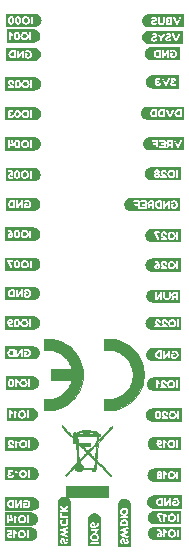
<source format=gbr>
%TF.GenerationSoftware,KiCad,Pcbnew,7.0.8*%
%TF.CreationDate,2024-02-29T17:44:05+05:30*%
%TF.ProjectId,RP2040_Breakout,52503230-3430-45f4-9272-65616b6f7574,rev?*%
%TF.SameCoordinates,Original*%
%TF.FileFunction,Legend,Bot*%
%TF.FilePolarity,Positive*%
%FSLAX46Y46*%
G04 Gerber Fmt 4.6, Leading zero omitted, Abs format (unit mm)*
G04 Created by KiCad (PCBNEW 7.0.8) date 2024-02-29 17:44:05*
%MOMM*%
%LPD*%
G01*
G04 APERTURE LIST*
%ADD10C,0.010000*%
G04 APERTURE END LIST*
%TO.C,REF\u002A\u002A*%
D10*
X138282971Y-118927822D02*
X134762178Y-118927822D01*
X134762178Y-118060198D01*
X138282971Y-118060198D01*
X138282971Y-118927822D01*
G36*
X138282971Y-118927822D02*
G01*
X134762178Y-118927822D01*
X134762178Y-118060198D01*
X138282971Y-118060198D01*
X138282971Y-118927822D01*
G37*
X137251894Y-113385718D02*
X137252388Y-113398668D01*
X137258819Y-113420411D01*
X137277123Y-113438851D01*
X137312830Y-113460801D01*
X137344174Y-113480854D01*
X137391893Y-113519356D01*
X137435138Y-113562579D01*
X137468219Y-113604627D01*
X137485442Y-113639604D01*
X137489662Y-113653081D01*
X137497480Y-113662334D01*
X137500116Y-113665454D01*
X137521662Y-113670696D01*
X137561314Y-113671782D01*
X137629109Y-113671782D01*
X137629109Y-113784951D01*
X137469577Y-113784951D01*
X137454682Y-113962732D01*
X137452682Y-113987037D01*
X137448023Y-114047880D01*
X137444731Y-114097389D01*
X137443092Y-114130992D01*
X137443390Y-114144116D01*
X137447724Y-114140343D01*
X137467496Y-114120676D01*
X137501679Y-114085818D01*
X137548541Y-114037576D01*
X137606354Y-113977757D01*
X137673387Y-113908167D01*
X137747912Y-113830615D01*
X137828197Y-113746907D01*
X137912513Y-113658849D01*
X137999130Y-113568250D01*
X138086319Y-113476915D01*
X138172349Y-113386653D01*
X138255492Y-113299269D01*
X138334016Y-113216572D01*
X138406192Y-113140368D01*
X138470291Y-113072463D01*
X138524583Y-113014666D01*
X138621592Y-112911040D01*
X138622034Y-112999315D01*
X138622475Y-113087589D01*
X138021938Y-113719158D01*
X137421401Y-114350726D01*
X137409396Y-114494674D01*
X137361365Y-115070635D01*
X137352876Y-115172791D01*
X137342343Y-115300612D01*
X137332621Y-115419767D01*
X137323898Y-115527914D01*
X137316358Y-115622713D01*
X137310187Y-115701819D01*
X137305573Y-115762892D01*
X137302700Y-115803590D01*
X137301754Y-115821570D01*
X137304251Y-115829808D01*
X137315471Y-115847599D01*
X137336751Y-115874411D01*
X137347021Y-115886129D01*
X137369225Y-115911466D01*
X137414023Y-115959986D01*
X137472281Y-116021192D01*
X137545129Y-116096307D01*
X137633703Y-116186550D01*
X137739134Y-116293145D01*
X137808492Y-116363093D01*
X137905179Y-116460658D01*
X138001526Y-116557941D01*
X138094638Y-116652014D01*
X138181618Y-116739950D01*
X138259569Y-116818820D01*
X138325596Y-116885699D01*
X138376802Y-116937658D01*
X138577514Y-117141620D01*
X138541058Y-117179671D01*
X138532460Y-117188245D01*
X138507095Y-117209297D01*
X138489695Y-117217723D01*
X138476071Y-117210530D01*
X138450743Y-117188944D01*
X138420379Y-117157995D01*
X138401896Y-117138448D01*
X138367427Y-117102752D01*
X138318712Y-117052684D01*
X138257469Y-116990001D01*
X138185420Y-116916457D01*
X138104285Y-116833810D01*
X138015784Y-116743815D01*
X137921637Y-116648228D01*
X137823565Y-116548805D01*
X137281161Y-115999343D01*
X137259066Y-116284746D01*
X137254250Y-116345662D01*
X137247216Y-116427548D01*
X137240872Y-116489569D01*
X137234748Y-116534987D01*
X137228373Y-116567062D01*
X137221277Y-116589052D01*
X137212991Y-116604219D01*
X137201393Y-116625416D01*
X137191850Y-116664386D01*
X137189010Y-116720531D01*
X137189010Y-116802773D01*
X136962674Y-116802773D01*
X136962674Y-116626733D01*
X136117082Y-116626733D01*
X136068203Y-116682262D01*
X136054836Y-116696722D01*
X135982388Y-116754813D01*
X135900532Y-116790576D01*
X135811900Y-116802773D01*
X135733692Y-116796306D01*
X135645233Y-116769047D01*
X135569507Y-116720328D01*
X135554748Y-116706403D01*
X135517864Y-116661328D01*
X135485503Y-116608819D01*
X135462297Y-116557061D01*
X135452879Y-116514239D01*
X135452697Y-116508023D01*
X135451342Y-116485246D01*
X135447800Y-116469513D01*
X135440390Y-116462068D01*
X135427431Y-116464156D01*
X135407243Y-116477020D01*
X135378145Y-116501905D01*
X135338456Y-116540053D01*
X135286496Y-116592710D01*
X135220584Y-116661119D01*
X135139040Y-116746524D01*
X135095604Y-116792112D01*
X135023000Y-116868441D01*
X134954309Y-116940808D01*
X134892223Y-117006366D01*
X134839434Y-117062274D01*
X134798634Y-117105686D01*
X134772515Y-117133758D01*
X134701119Y-117211436D01*
X134612863Y-117123416D01*
X135158690Y-116551287D01*
X135193105Y-116515188D01*
X135315546Y-116386272D01*
X135420651Y-116274754D01*
X135508736Y-116180288D01*
X135580116Y-116102529D01*
X135630588Y-116046174D01*
X135837247Y-116046174D01*
X135838872Y-116059434D01*
X135839156Y-116060819D01*
X135852698Y-116092228D01*
X135879748Y-116106863D01*
X135963129Y-116138063D01*
X136037418Y-116190038D01*
X136095846Y-116258791D01*
X136135890Y-116341315D01*
X136155026Y-116434606D01*
X136161364Y-116513565D01*
X137110838Y-116513565D01*
X137117458Y-116485273D01*
X137118629Y-116478329D01*
X137122268Y-116447281D01*
X137127234Y-116397081D01*
X137133157Y-116331727D01*
X137139669Y-116255219D01*
X137146401Y-116171555D01*
X137168724Y-115886129D01*
X136867826Y-115580565D01*
X136812636Y-115524704D01*
X136745109Y-115456888D01*
X136684529Y-115396643D01*
X136633021Y-115346052D01*
X136592710Y-115307200D01*
X136565722Y-115282170D01*
X136554182Y-115273046D01*
X136546444Y-115277405D01*
X136523395Y-115297241D01*
X136488709Y-115330375D01*
X136445487Y-115373820D01*
X136396832Y-115424587D01*
X136384140Y-115438051D01*
X136327229Y-115498275D01*
X136259414Y-115569864D01*
X136185800Y-115647437D01*
X136111493Y-115725611D01*
X136041599Y-115799005D01*
X136037401Y-115803409D01*
X135972420Y-115871785D01*
X135922836Y-115924732D01*
X135886688Y-115964767D01*
X135862016Y-115994411D01*
X135846858Y-116016181D01*
X135839256Y-116032595D01*
X135837247Y-116046174D01*
X135630588Y-116046174D01*
X135635105Y-116041131D01*
X135674019Y-115995748D01*
X135697173Y-115966035D01*
X135704882Y-115951644D01*
X135704883Y-115951559D01*
X135703825Y-115933624D01*
X135700737Y-115893421D01*
X135695858Y-115833687D01*
X135689432Y-115757158D01*
X135681700Y-115666569D01*
X135672905Y-115564657D01*
X135663287Y-115454159D01*
X135653091Y-115337811D01*
X135642556Y-115218348D01*
X135631926Y-115098507D01*
X135621442Y-114981025D01*
X135611346Y-114868637D01*
X135601881Y-114764081D01*
X135593288Y-114670091D01*
X135585809Y-114589405D01*
X135579687Y-114524759D01*
X135575162Y-114478888D01*
X135572478Y-114454530D01*
X135567067Y-114413732D01*
X135696253Y-114413732D01*
X135697908Y-114444653D01*
X135701549Y-114496653D01*
X135706995Y-114567487D01*
X135714063Y-114654911D01*
X135722570Y-114756681D01*
X135732335Y-114870552D01*
X135743174Y-114994279D01*
X135754907Y-115125618D01*
X135764079Y-115226908D01*
X135775566Y-115352526D01*
X135786322Y-115468762D01*
X135796131Y-115573380D01*
X135804781Y-115664140D01*
X135812057Y-115738804D01*
X135817746Y-115795134D01*
X135821634Y-115830891D01*
X135823506Y-115843837D01*
X135829188Y-115839826D01*
X135850020Y-115820138D01*
X135883872Y-115786322D01*
X135928412Y-115740837D01*
X135981310Y-115686146D01*
X136040236Y-115624710D01*
X136102858Y-115558990D01*
X136166848Y-115491449D01*
X136229874Y-115424547D01*
X136289606Y-115360746D01*
X136343713Y-115302507D01*
X136389865Y-115252292D01*
X136425733Y-115212563D01*
X136448984Y-115185780D01*
X136455778Y-115176477D01*
X136637601Y-115176477D01*
X136913305Y-115451968D01*
X136980726Y-115519224D01*
X137044267Y-115582162D01*
X137093490Y-115630100D01*
X137130196Y-115664594D01*
X137156190Y-115687199D01*
X137173276Y-115699471D01*
X137183256Y-115702966D01*
X137187935Y-115699238D01*
X137189116Y-115689844D01*
X137189873Y-115674749D01*
X137192601Y-115635883D01*
X137197108Y-115576895D01*
X137203179Y-115500473D01*
X137210596Y-115409305D01*
X137219142Y-115306080D01*
X137228602Y-115193483D01*
X137238758Y-115074205D01*
X137247723Y-114969077D01*
X137257066Y-114858351D01*
X137265443Y-114757814D01*
X137272653Y-114669943D01*
X137278496Y-114597215D01*
X137282769Y-114542110D01*
X137285273Y-114507104D01*
X137285805Y-114494674D01*
X137285384Y-114494908D01*
X137273509Y-114506350D01*
X137247130Y-114533198D01*
X137208570Y-114573018D01*
X137160153Y-114623372D01*
X137104203Y-114681828D01*
X137043042Y-114745948D01*
X136978995Y-114813298D01*
X136914385Y-114881443D01*
X136851535Y-114947948D01*
X136792768Y-115010377D01*
X136740409Y-115066295D01*
X136639533Y-115174406D01*
X136637601Y-115176477D01*
X136455778Y-115176477D01*
X136457290Y-115174406D01*
X136449148Y-115163383D01*
X136425478Y-115136999D01*
X136388478Y-115097527D01*
X136340350Y-115047191D01*
X136283296Y-114988217D01*
X136219520Y-114922830D01*
X136151222Y-114853255D01*
X136080605Y-114781716D01*
X136009871Y-114710438D01*
X135941222Y-114641647D01*
X135876861Y-114577566D01*
X135818989Y-114520422D01*
X135769810Y-114472439D01*
X135731524Y-114435841D01*
X135706334Y-114412854D01*
X135696442Y-114405703D01*
X135696253Y-114413732D01*
X135567067Y-114413732D01*
X135565390Y-114401089D01*
X135290297Y-114401089D01*
X135290140Y-114300495D01*
X135390891Y-114300495D01*
X135472624Y-114300495D01*
X135479895Y-114300489D01*
X135520950Y-114299613D01*
X135543277Y-114295867D01*
X135552529Y-114287270D01*
X135554357Y-114271840D01*
X135546306Y-114249159D01*
X135518730Y-114211428D01*
X135472624Y-114162179D01*
X135390891Y-114081172D01*
X135390891Y-114300495D01*
X135290140Y-114300495D01*
X135289968Y-114190471D01*
X135289639Y-113979852D01*
X134837914Y-113520891D01*
X134386189Y-113061931D01*
X134385570Y-112974848D01*
X134384951Y-112887767D01*
X134926769Y-113436952D01*
X134979137Y-113489998D01*
X135087803Y-113599772D01*
X135180709Y-113693114D01*
X135259055Y-113771173D01*
X135324043Y-113835097D01*
X135376872Y-113886035D01*
X135418743Y-113925135D01*
X135450855Y-113953548D01*
X135474410Y-113972420D01*
X135490608Y-113982901D01*
X135500649Y-113986139D01*
X135517579Y-113985158D01*
X135527084Y-113977996D01*
X135528723Y-113958401D01*
X135524782Y-113920124D01*
X135522065Y-113896025D01*
X135518284Y-113855744D01*
X135516760Y-113828961D01*
X135516015Y-113819728D01*
X135508746Y-113809839D01*
X135488668Y-113806562D01*
X135449689Y-113807992D01*
X135439737Y-113808553D01*
X135399898Y-113807921D01*
X135371560Y-113799167D01*
X135351586Y-113784951D01*
X135634852Y-113784951D01*
X135639013Y-113832104D01*
X135640935Y-113853498D01*
X135646924Y-113911909D01*
X135652826Y-113950381D01*
X135659727Y-113972912D01*
X135668712Y-113983498D01*
X135680870Y-113986139D01*
X135691801Y-113987937D01*
X135699050Y-113996530D01*
X135703100Y-114016505D01*
X135704863Y-114052450D01*
X135705248Y-114108952D01*
X135705248Y-114231766D01*
X135745447Y-114271840D01*
X135843565Y-114369654D01*
X135981881Y-114507542D01*
X135981881Y-114401089D01*
X136736337Y-114401089D01*
X136736337Y-114640000D01*
X136117831Y-114640000D01*
X136327592Y-114856906D01*
X136367770Y-114898334D01*
X136423328Y-114955200D01*
X136471570Y-115004082D01*
X136509971Y-115042441D01*
X136536003Y-115067741D01*
X136547140Y-115077442D01*
X136551373Y-115074767D01*
X136571224Y-115056782D01*
X136605451Y-115023481D01*
X136652227Y-114976712D01*
X136709724Y-114918325D01*
X136776112Y-114850169D01*
X136849564Y-114774094D01*
X136928251Y-114691950D01*
X137007341Y-114608943D01*
X137084871Y-114527136D01*
X137147746Y-114460083D01*
X137197502Y-114406007D01*
X137235678Y-114363129D01*
X137263811Y-114329673D01*
X137283440Y-114303861D01*
X137296101Y-114283914D01*
X137303334Y-114268056D01*
X137306675Y-114254509D01*
X137307561Y-114247910D01*
X137311488Y-114211548D01*
X137316459Y-114158018D01*
X137321927Y-114093421D01*
X137327344Y-114023862D01*
X137329181Y-113999635D01*
X137334488Y-113934178D01*
X137339548Y-113877717D01*
X137343863Y-113835618D01*
X137346934Y-113813243D01*
X137352955Y-113784951D01*
X135634852Y-113784951D01*
X135351586Y-113784951D01*
X135343630Y-113779289D01*
X135338820Y-113775104D01*
X135299482Y-113724427D01*
X135283903Y-113671782D01*
X135624698Y-113671782D01*
X137039221Y-113671782D01*
X137251881Y-113671782D01*
X137308908Y-113671782D01*
X137325993Y-113671662D01*
X137351308Y-113669462D01*
X137358616Y-113662334D01*
X137352943Y-113647508D01*
X137351267Y-113644682D01*
X137332448Y-113622944D01*
X137305183Y-113598820D01*
X137277987Y-113579254D01*
X137259371Y-113571188D01*
X137257697Y-113572463D01*
X137253544Y-113589976D01*
X137251881Y-113621485D01*
X137251881Y-113671782D01*
X137039221Y-113671782D01*
X137035526Y-113581095D01*
X137031832Y-113490407D01*
X136956386Y-113475252D01*
X136918551Y-113468379D01*
X136855368Y-113458756D01*
X136796065Y-113451496D01*
X136711188Y-113442893D01*
X136711188Y-113546040D01*
X136132773Y-113546040D01*
X136132773Y-113455122D01*
X136060471Y-113463753D01*
X135949998Y-113482249D01*
X135838816Y-113515691D01*
X135746850Y-113562324D01*
X135672542Y-113622786D01*
X135624698Y-113671782D01*
X135283903Y-113671782D01*
X135282172Y-113665934D01*
X135287474Y-113604575D01*
X135315975Y-113545297D01*
X135318733Y-113541606D01*
X135356822Y-113509851D01*
X135406476Y-113491067D01*
X135460002Y-113486071D01*
X135509707Y-113495678D01*
X135547900Y-113520704D01*
X135560831Y-113533480D01*
X135573428Y-113536576D01*
X135591467Y-113526998D01*
X135621928Y-113503082D01*
X135631274Y-113495731D01*
X135703430Y-113449339D01*
X135711497Y-113445446D01*
X136233367Y-113445446D01*
X136610594Y-113445446D01*
X136610594Y-113382575D01*
X136233367Y-113382575D01*
X136233367Y-113445446D01*
X135711497Y-113445446D01*
X135788915Y-113408084D01*
X135879767Y-113374936D01*
X135968027Y-113352868D01*
X136045736Y-113344852D01*
X136053991Y-113344788D01*
X136099879Y-113340321D01*
X136125079Y-113327795D01*
X136132773Y-113305784D01*
X136133676Y-113298849D01*
X136138615Y-113292885D01*
X136150611Y-113288519D01*
X136172680Y-113285503D01*
X136207836Y-113283590D01*
X136259094Y-113282530D01*
X136329471Y-113282077D01*
X136421980Y-113281980D01*
X136508660Y-113282150D01*
X136582332Y-113282834D01*
X136636265Y-113284215D01*
X136673288Y-113286470D01*
X136696230Y-113289778D01*
X136707920Y-113294320D01*
X136711188Y-113300272D01*
X136721937Y-113314888D01*
X136752055Y-113324215D01*
X136763582Y-113325847D01*
X136802886Y-113331591D01*
X136855188Y-113339378D01*
X136912376Y-113348003D01*
X136943916Y-113352393D01*
X136990074Y-113357148D01*
X137022641Y-113358295D01*
X137036023Y-113355495D01*
X137038308Y-113353671D01*
X137059405Y-113349165D01*
X137097355Y-113346029D01*
X137146048Y-113344852D01*
X137251881Y-113344852D01*
X137251894Y-113382575D01*
X137251894Y-113385718D01*
G36*
X137251894Y-113385718D02*
G01*
X137252388Y-113398668D01*
X137258819Y-113420411D01*
X137277123Y-113438851D01*
X137312830Y-113460801D01*
X137344174Y-113480854D01*
X137391893Y-113519356D01*
X137435138Y-113562579D01*
X137468219Y-113604627D01*
X137485442Y-113639604D01*
X137489662Y-113653081D01*
X137497480Y-113662334D01*
X137500116Y-113665454D01*
X137521662Y-113670696D01*
X137561314Y-113671782D01*
X137629109Y-113671782D01*
X137629109Y-113784951D01*
X137469577Y-113784951D01*
X137454682Y-113962732D01*
X137452682Y-113987037D01*
X137448023Y-114047880D01*
X137444731Y-114097389D01*
X137443092Y-114130992D01*
X137443390Y-114144116D01*
X137447724Y-114140343D01*
X137467496Y-114120676D01*
X137501679Y-114085818D01*
X137548541Y-114037576D01*
X137606354Y-113977757D01*
X137673387Y-113908167D01*
X137747912Y-113830615D01*
X137828197Y-113746907D01*
X137912513Y-113658849D01*
X137999130Y-113568250D01*
X138086319Y-113476915D01*
X138172349Y-113386653D01*
X138255492Y-113299269D01*
X138334016Y-113216572D01*
X138406192Y-113140368D01*
X138470291Y-113072463D01*
X138524583Y-113014666D01*
X138621592Y-112911040D01*
X138622034Y-112999315D01*
X138622475Y-113087589D01*
X138021938Y-113719158D01*
X137421401Y-114350726D01*
X137409396Y-114494674D01*
X137361365Y-115070635D01*
X137352876Y-115172791D01*
X137342343Y-115300612D01*
X137332621Y-115419767D01*
X137323898Y-115527914D01*
X137316358Y-115622713D01*
X137310187Y-115701819D01*
X137305573Y-115762892D01*
X137302700Y-115803590D01*
X137301754Y-115821570D01*
X137304251Y-115829808D01*
X137315471Y-115847599D01*
X137336751Y-115874411D01*
X137347021Y-115886129D01*
X137369225Y-115911466D01*
X137414023Y-115959986D01*
X137472281Y-116021192D01*
X137545129Y-116096307D01*
X137633703Y-116186550D01*
X137739134Y-116293145D01*
X137808492Y-116363093D01*
X137905179Y-116460658D01*
X138001526Y-116557941D01*
X138094638Y-116652014D01*
X138181618Y-116739950D01*
X138259569Y-116818820D01*
X138325596Y-116885699D01*
X138376802Y-116937658D01*
X138577514Y-117141620D01*
X138541058Y-117179671D01*
X138532460Y-117188245D01*
X138507095Y-117209297D01*
X138489695Y-117217723D01*
X138476071Y-117210530D01*
X138450743Y-117188944D01*
X138420379Y-117157995D01*
X138401896Y-117138448D01*
X138367427Y-117102752D01*
X138318712Y-117052684D01*
X138257469Y-116990001D01*
X138185420Y-116916457D01*
X138104285Y-116833810D01*
X138015784Y-116743815D01*
X137921637Y-116648228D01*
X137823565Y-116548805D01*
X137281161Y-115999343D01*
X137259066Y-116284746D01*
X137254250Y-116345662D01*
X137247216Y-116427548D01*
X137240872Y-116489569D01*
X137234748Y-116534987D01*
X137228373Y-116567062D01*
X137221277Y-116589052D01*
X137212991Y-116604219D01*
X137201393Y-116625416D01*
X137191850Y-116664386D01*
X137189010Y-116720531D01*
X137189010Y-116802773D01*
X136962674Y-116802773D01*
X136962674Y-116626733D01*
X136117082Y-116626733D01*
X136068203Y-116682262D01*
X136054836Y-116696722D01*
X135982388Y-116754813D01*
X135900532Y-116790576D01*
X135811900Y-116802773D01*
X135733692Y-116796306D01*
X135645233Y-116769047D01*
X135569507Y-116720328D01*
X135554748Y-116706403D01*
X135517864Y-116661328D01*
X135485503Y-116608819D01*
X135462297Y-116557061D01*
X135452879Y-116514239D01*
X135452697Y-116508023D01*
X135451342Y-116485246D01*
X135447800Y-116469513D01*
X135440390Y-116462068D01*
X135427431Y-116464156D01*
X135407243Y-116477020D01*
X135378145Y-116501905D01*
X135338456Y-116540053D01*
X135286496Y-116592710D01*
X135220584Y-116661119D01*
X135139040Y-116746524D01*
X135095604Y-116792112D01*
X135023000Y-116868441D01*
X134954309Y-116940808D01*
X134892223Y-117006366D01*
X134839434Y-117062274D01*
X134798634Y-117105686D01*
X134772515Y-117133758D01*
X134701119Y-117211436D01*
X134612863Y-117123416D01*
X135158690Y-116551287D01*
X135193105Y-116515188D01*
X135315546Y-116386272D01*
X135420651Y-116274754D01*
X135508736Y-116180288D01*
X135580116Y-116102529D01*
X135630588Y-116046174D01*
X135837247Y-116046174D01*
X135838872Y-116059434D01*
X135839156Y-116060819D01*
X135852698Y-116092228D01*
X135879748Y-116106863D01*
X135963129Y-116138063D01*
X136037418Y-116190038D01*
X136095846Y-116258791D01*
X136135890Y-116341315D01*
X136155026Y-116434606D01*
X136161364Y-116513565D01*
X137110838Y-116513565D01*
X137117458Y-116485273D01*
X137118629Y-116478329D01*
X137122268Y-116447281D01*
X137127234Y-116397081D01*
X137133157Y-116331727D01*
X137139669Y-116255219D01*
X137146401Y-116171555D01*
X137168724Y-115886129D01*
X136867826Y-115580565D01*
X136812636Y-115524704D01*
X136745109Y-115456888D01*
X136684529Y-115396643D01*
X136633021Y-115346052D01*
X136592710Y-115307200D01*
X136565722Y-115282170D01*
X136554182Y-115273046D01*
X136546444Y-115277405D01*
X136523395Y-115297241D01*
X136488709Y-115330375D01*
X136445487Y-115373820D01*
X136396832Y-115424587D01*
X136384140Y-115438051D01*
X136327229Y-115498275D01*
X136259414Y-115569864D01*
X136185800Y-115647437D01*
X136111493Y-115725611D01*
X136041599Y-115799005D01*
X136037401Y-115803409D01*
X135972420Y-115871785D01*
X135922836Y-115924732D01*
X135886688Y-115964767D01*
X135862016Y-115994411D01*
X135846858Y-116016181D01*
X135839256Y-116032595D01*
X135837247Y-116046174D01*
X135630588Y-116046174D01*
X135635105Y-116041131D01*
X135674019Y-115995748D01*
X135697173Y-115966035D01*
X135704882Y-115951644D01*
X135704883Y-115951559D01*
X135703825Y-115933624D01*
X135700737Y-115893421D01*
X135695858Y-115833687D01*
X135689432Y-115757158D01*
X135681700Y-115666569D01*
X135672905Y-115564657D01*
X135663287Y-115454159D01*
X135653091Y-115337811D01*
X135642556Y-115218348D01*
X135631926Y-115098507D01*
X135621442Y-114981025D01*
X135611346Y-114868637D01*
X135601881Y-114764081D01*
X135593288Y-114670091D01*
X135585809Y-114589405D01*
X135579687Y-114524759D01*
X135575162Y-114478888D01*
X135572478Y-114454530D01*
X135567067Y-114413732D01*
X135696253Y-114413732D01*
X135697908Y-114444653D01*
X135701549Y-114496653D01*
X135706995Y-114567487D01*
X135714063Y-114654911D01*
X135722570Y-114756681D01*
X135732335Y-114870552D01*
X135743174Y-114994279D01*
X135754907Y-115125618D01*
X135764079Y-115226908D01*
X135775566Y-115352526D01*
X135786322Y-115468762D01*
X135796131Y-115573380D01*
X135804781Y-115664140D01*
X135812057Y-115738804D01*
X135817746Y-115795134D01*
X135821634Y-115830891D01*
X135823506Y-115843837D01*
X135829188Y-115839826D01*
X135850020Y-115820138D01*
X135883872Y-115786322D01*
X135928412Y-115740837D01*
X135981310Y-115686146D01*
X136040236Y-115624710D01*
X136102858Y-115558990D01*
X136166848Y-115491449D01*
X136229874Y-115424547D01*
X136289606Y-115360746D01*
X136343713Y-115302507D01*
X136389865Y-115252292D01*
X136425733Y-115212563D01*
X136448984Y-115185780D01*
X136455778Y-115176477D01*
X136637601Y-115176477D01*
X136913305Y-115451968D01*
X136980726Y-115519224D01*
X137044267Y-115582162D01*
X137093490Y-115630100D01*
X137130196Y-115664594D01*
X137156190Y-115687199D01*
X137173276Y-115699471D01*
X137183256Y-115702966D01*
X137187935Y-115699238D01*
X137189116Y-115689844D01*
X137189873Y-115674749D01*
X137192601Y-115635883D01*
X137197108Y-115576895D01*
X137203179Y-115500473D01*
X137210596Y-115409305D01*
X137219142Y-115306080D01*
X137228602Y-115193483D01*
X137238758Y-115074205D01*
X137247723Y-114969077D01*
X137257066Y-114858351D01*
X137265443Y-114757814D01*
X137272653Y-114669943D01*
X137278496Y-114597215D01*
X137282769Y-114542110D01*
X137285273Y-114507104D01*
X137285805Y-114494674D01*
X137285384Y-114494908D01*
X137273509Y-114506350D01*
X137247130Y-114533198D01*
X137208570Y-114573018D01*
X137160153Y-114623372D01*
X137104203Y-114681828D01*
X137043042Y-114745948D01*
X136978995Y-114813298D01*
X136914385Y-114881443D01*
X136851535Y-114947948D01*
X136792768Y-115010377D01*
X136740409Y-115066295D01*
X136639533Y-115174406D01*
X136637601Y-115176477D01*
X136455778Y-115176477D01*
X136457290Y-115174406D01*
X136449148Y-115163383D01*
X136425478Y-115136999D01*
X136388478Y-115097527D01*
X136340350Y-115047191D01*
X136283296Y-114988217D01*
X136219520Y-114922830D01*
X136151222Y-114853255D01*
X136080605Y-114781716D01*
X136009871Y-114710438D01*
X135941222Y-114641647D01*
X135876861Y-114577566D01*
X135818989Y-114520422D01*
X135769810Y-114472439D01*
X135731524Y-114435841D01*
X135706334Y-114412854D01*
X135696442Y-114405703D01*
X135696253Y-114413732D01*
X135567067Y-114413732D01*
X135565390Y-114401089D01*
X135290297Y-114401089D01*
X135290140Y-114300495D01*
X135390891Y-114300495D01*
X135472624Y-114300495D01*
X135479895Y-114300489D01*
X135520950Y-114299613D01*
X135543277Y-114295867D01*
X135552529Y-114287270D01*
X135554357Y-114271840D01*
X135546306Y-114249159D01*
X135518730Y-114211428D01*
X135472624Y-114162179D01*
X135390891Y-114081172D01*
X135390891Y-114300495D01*
X135290140Y-114300495D01*
X135289968Y-114190471D01*
X135289639Y-113979852D01*
X134837914Y-113520891D01*
X134386189Y-113061931D01*
X134385570Y-112974848D01*
X134384951Y-112887767D01*
X134926769Y-113436952D01*
X134979137Y-113489998D01*
X135087803Y-113599772D01*
X135180709Y-113693114D01*
X135259055Y-113771173D01*
X135324043Y-113835097D01*
X135376872Y-113886035D01*
X135418743Y-113925135D01*
X135450855Y-113953548D01*
X135474410Y-113972420D01*
X135490608Y-113982901D01*
X135500649Y-113986139D01*
X135517579Y-113985158D01*
X135527084Y-113977996D01*
X135528723Y-113958401D01*
X135524782Y-113920124D01*
X135522065Y-113896025D01*
X135518284Y-113855744D01*
X135516760Y-113828961D01*
X135516015Y-113819728D01*
X135508746Y-113809839D01*
X135488668Y-113806562D01*
X135449689Y-113807992D01*
X135439737Y-113808553D01*
X135399898Y-113807921D01*
X135371560Y-113799167D01*
X135351586Y-113784951D01*
X135634852Y-113784951D01*
X135639013Y-113832104D01*
X135640935Y-113853498D01*
X135646924Y-113911909D01*
X135652826Y-113950381D01*
X135659727Y-113972912D01*
X135668712Y-113983498D01*
X135680870Y-113986139D01*
X135691801Y-113987937D01*
X135699050Y-113996530D01*
X135703100Y-114016505D01*
X135704863Y-114052450D01*
X135705248Y-114108952D01*
X135705248Y-114231766D01*
X135745447Y-114271840D01*
X135843565Y-114369654D01*
X135981881Y-114507542D01*
X135981881Y-114401089D01*
X136736337Y-114401089D01*
X136736337Y-114640000D01*
X136117831Y-114640000D01*
X136327592Y-114856906D01*
X136367770Y-114898334D01*
X136423328Y-114955200D01*
X136471570Y-115004082D01*
X136509971Y-115042441D01*
X136536003Y-115067741D01*
X136547140Y-115077442D01*
X136551373Y-115074767D01*
X136571224Y-115056782D01*
X136605451Y-115023481D01*
X136652227Y-114976712D01*
X136709724Y-114918325D01*
X136776112Y-114850169D01*
X136849564Y-114774094D01*
X136928251Y-114691950D01*
X137007341Y-114608943D01*
X137084871Y-114527136D01*
X137147746Y-114460083D01*
X137197502Y-114406007D01*
X137235678Y-114363129D01*
X137263811Y-114329673D01*
X137283440Y-114303861D01*
X137296101Y-114283914D01*
X137303334Y-114268056D01*
X137306675Y-114254509D01*
X137307561Y-114247910D01*
X137311488Y-114211548D01*
X137316459Y-114158018D01*
X137321927Y-114093421D01*
X137327344Y-114023862D01*
X137329181Y-113999635D01*
X137334488Y-113934178D01*
X137339548Y-113877717D01*
X137343863Y-113835618D01*
X137346934Y-113813243D01*
X137352955Y-113784951D01*
X135634852Y-113784951D01*
X135351586Y-113784951D01*
X135343630Y-113779289D01*
X135338820Y-113775104D01*
X135299482Y-113724427D01*
X135283903Y-113671782D01*
X135624698Y-113671782D01*
X137039221Y-113671782D01*
X137251881Y-113671782D01*
X137308908Y-113671782D01*
X137325993Y-113671662D01*
X137351308Y-113669462D01*
X137358616Y-113662334D01*
X137352943Y-113647508D01*
X137351267Y-113644682D01*
X137332448Y-113622944D01*
X137305183Y-113598820D01*
X137277987Y-113579254D01*
X137259371Y-113571188D01*
X137257697Y-113572463D01*
X137253544Y-113589976D01*
X137251881Y-113621485D01*
X137251881Y-113671782D01*
X137039221Y-113671782D01*
X137035526Y-113581095D01*
X137031832Y-113490407D01*
X136956386Y-113475252D01*
X136918551Y-113468379D01*
X136855368Y-113458756D01*
X136796065Y-113451496D01*
X136711188Y-113442893D01*
X136711188Y-113546040D01*
X136132773Y-113546040D01*
X136132773Y-113455122D01*
X136060471Y-113463753D01*
X135949998Y-113482249D01*
X135838816Y-113515691D01*
X135746850Y-113562324D01*
X135672542Y-113622786D01*
X135624698Y-113671782D01*
X135283903Y-113671782D01*
X135282172Y-113665934D01*
X135287474Y-113604575D01*
X135315975Y-113545297D01*
X135318733Y-113541606D01*
X135356822Y-113509851D01*
X135406476Y-113491067D01*
X135460002Y-113486071D01*
X135509707Y-113495678D01*
X135547900Y-113520704D01*
X135560831Y-113533480D01*
X135573428Y-113536576D01*
X135591467Y-113526998D01*
X135621928Y-113503082D01*
X135631274Y-113495731D01*
X135703430Y-113449339D01*
X135711497Y-113445446D01*
X136233367Y-113445446D01*
X136610594Y-113445446D01*
X136610594Y-113382575D01*
X136233367Y-113382575D01*
X136233367Y-113445446D01*
X135711497Y-113445446D01*
X135788915Y-113408084D01*
X135879767Y-113374936D01*
X135968027Y-113352868D01*
X136045736Y-113344852D01*
X136053991Y-113344788D01*
X136099879Y-113340321D01*
X136125079Y-113327795D01*
X136132773Y-113305784D01*
X136133676Y-113298849D01*
X136138615Y-113292885D01*
X136150611Y-113288519D01*
X136172680Y-113285503D01*
X136207836Y-113283590D01*
X136259094Y-113282530D01*
X136329471Y-113282077D01*
X136421980Y-113281980D01*
X136508660Y-113282150D01*
X136582332Y-113282834D01*
X136636265Y-113284215D01*
X136673288Y-113286470D01*
X136696230Y-113289778D01*
X136707920Y-113294320D01*
X136711188Y-113300272D01*
X136721937Y-113314888D01*
X136752055Y-113324215D01*
X136763582Y-113325847D01*
X136802886Y-113331591D01*
X136855188Y-113339378D01*
X136912376Y-113348003D01*
X136943916Y-113352393D01*
X136990074Y-113357148D01*
X137022641Y-113358295D01*
X137036023Y-113355495D01*
X137038308Y-113353671D01*
X137059405Y-113349165D01*
X137097355Y-113346029D01*
X137146048Y-113344852D01*
X137251881Y-113344852D01*
X137251894Y-113382575D01*
X137251894Y-113385718D01*
G37*
X138293764Y-105574612D02*
X138382450Y-105576413D01*
X138469419Y-105579212D01*
X138549782Y-105582930D01*
X138618646Y-105587490D01*
X138671120Y-105592813D01*
X138861921Y-105624241D01*
X139135623Y-105691153D01*
X139399787Y-105781971D01*
X139653047Y-105895897D01*
X139894041Y-106032133D01*
X140121402Y-106189882D01*
X140333767Y-106368344D01*
X140529770Y-106566723D01*
X140708048Y-106784218D01*
X140786872Y-106895017D01*
X140934354Y-107135637D01*
X141058081Y-107387714D01*
X141157795Y-107650614D01*
X141233241Y-107923706D01*
X141284162Y-108206354D01*
X141287963Y-108238472D01*
X141295334Y-108332014D01*
X141300066Y-108441854D01*
X141302161Y-108560887D01*
X141301618Y-108682009D01*
X141298437Y-108798118D01*
X141292618Y-108902107D01*
X141284162Y-108986875D01*
X141270945Y-109075709D01*
X141212808Y-109352383D01*
X141130958Y-109619070D01*
X141026385Y-109874573D01*
X140900079Y-110117698D01*
X140753030Y-110347247D01*
X140586227Y-110562026D01*
X140400660Y-110760838D01*
X140197320Y-110942487D01*
X139977195Y-111105777D01*
X139741277Y-111249513D01*
X139490553Y-111372498D01*
X139226016Y-111473536D01*
X139144934Y-111498667D01*
X139017338Y-111533083D01*
X138884872Y-111563706D01*
X138757271Y-111588341D01*
X138644271Y-111604789D01*
X138643762Y-111604847D01*
X138598417Y-111608531D01*
X138535909Y-111611663D01*
X138461083Y-111614197D01*
X138378783Y-111616083D01*
X138293854Y-111617274D01*
X138211142Y-111617723D01*
X138135490Y-111617382D01*
X138071744Y-111616203D01*
X138024749Y-111614138D01*
X137999349Y-111611141D01*
X137969583Y-111603164D01*
X137969583Y-110686186D01*
X138244089Y-110686504D01*
X138299233Y-110686352D01*
X138424742Y-110683680D01*
X138532894Y-110677016D01*
X138630130Y-110665463D01*
X138722893Y-110648129D01*
X138817623Y-110624118D01*
X138920763Y-110592535D01*
X139104252Y-110523336D01*
X139312307Y-110419931D01*
X139505845Y-110295719D01*
X139683579Y-110152168D01*
X139844219Y-109990748D01*
X139986478Y-109812928D01*
X140109069Y-109620177D01*
X140210701Y-109413965D01*
X140290089Y-109195759D01*
X140345943Y-108967031D01*
X140347181Y-108960233D01*
X140359149Y-108870571D01*
X140367116Y-108763837D01*
X140371074Y-108647234D01*
X140371015Y-108527965D01*
X140366934Y-108413234D01*
X140358823Y-108310244D01*
X140346674Y-108226197D01*
X140326515Y-108133629D01*
X140258456Y-107904193D01*
X140167234Y-107686394D01*
X140053527Y-107481520D01*
X139918015Y-107290861D01*
X139761378Y-107115705D01*
X139702099Y-107058408D01*
X139549702Y-106929326D01*
X139387062Y-106817977D01*
X139206511Y-106718879D01*
X139130803Y-106682911D01*
X138948168Y-106608839D01*
X138767580Y-106555075D01*
X138583141Y-106520382D01*
X138388953Y-106503523D01*
X138179119Y-106503259D01*
X137969583Y-106510530D01*
X137969583Y-105590065D01*
X137999349Y-105582088D01*
X138019697Y-105578945D01*
X138066330Y-105575975D01*
X138130813Y-105574315D01*
X138208255Y-105573887D01*
X138293764Y-105574612D01*
G36*
X138293764Y-105574612D02*
G01*
X138382450Y-105576413D01*
X138469419Y-105579212D01*
X138549782Y-105582930D01*
X138618646Y-105587490D01*
X138671120Y-105592813D01*
X138861921Y-105624241D01*
X139135623Y-105691153D01*
X139399787Y-105781971D01*
X139653047Y-105895897D01*
X139894041Y-106032133D01*
X140121402Y-106189882D01*
X140333767Y-106368344D01*
X140529770Y-106566723D01*
X140708048Y-106784218D01*
X140786872Y-106895017D01*
X140934354Y-107135637D01*
X141058081Y-107387714D01*
X141157795Y-107650614D01*
X141233241Y-107923706D01*
X141284162Y-108206354D01*
X141287963Y-108238472D01*
X141295334Y-108332014D01*
X141300066Y-108441854D01*
X141302161Y-108560887D01*
X141301618Y-108682009D01*
X141298437Y-108798118D01*
X141292618Y-108902107D01*
X141284162Y-108986875D01*
X141270945Y-109075709D01*
X141212808Y-109352383D01*
X141130958Y-109619070D01*
X141026385Y-109874573D01*
X140900079Y-110117698D01*
X140753030Y-110347247D01*
X140586227Y-110562026D01*
X140400660Y-110760838D01*
X140197320Y-110942487D01*
X139977195Y-111105777D01*
X139741277Y-111249513D01*
X139490553Y-111372498D01*
X139226016Y-111473536D01*
X139144934Y-111498667D01*
X139017338Y-111533083D01*
X138884872Y-111563706D01*
X138757271Y-111588341D01*
X138644271Y-111604789D01*
X138643762Y-111604847D01*
X138598417Y-111608531D01*
X138535909Y-111611663D01*
X138461083Y-111614197D01*
X138378783Y-111616083D01*
X138293854Y-111617274D01*
X138211142Y-111617723D01*
X138135490Y-111617382D01*
X138071744Y-111616203D01*
X138024749Y-111614138D01*
X137999349Y-111611141D01*
X137969583Y-111603164D01*
X137969583Y-110686186D01*
X138244089Y-110686504D01*
X138299233Y-110686352D01*
X138424742Y-110683680D01*
X138532894Y-110677016D01*
X138630130Y-110665463D01*
X138722893Y-110648129D01*
X138817623Y-110624118D01*
X138920763Y-110592535D01*
X139104252Y-110523336D01*
X139312307Y-110419931D01*
X139505845Y-110295719D01*
X139683579Y-110152168D01*
X139844219Y-109990748D01*
X139986478Y-109812928D01*
X140109069Y-109620177D01*
X140210701Y-109413965D01*
X140290089Y-109195759D01*
X140345943Y-108967031D01*
X140347181Y-108960233D01*
X140359149Y-108870571D01*
X140367116Y-108763837D01*
X140371074Y-108647234D01*
X140371015Y-108527965D01*
X140366934Y-108413234D01*
X140358823Y-108310244D01*
X140346674Y-108226197D01*
X140326515Y-108133629D01*
X140258456Y-107904193D01*
X140167234Y-107686394D01*
X140053527Y-107481520D01*
X139918015Y-107290861D01*
X139761378Y-107115705D01*
X139702099Y-107058408D01*
X139549702Y-106929326D01*
X139387062Y-106817977D01*
X139206511Y-106718879D01*
X139130803Y-106682911D01*
X138948168Y-106608839D01*
X138767580Y-106555075D01*
X138583141Y-106520382D01*
X138388953Y-106503523D01*
X138179119Y-106503259D01*
X137969583Y-106510530D01*
X137969583Y-105590065D01*
X137999349Y-105582088D01*
X138019697Y-105578945D01*
X138066330Y-105575975D01*
X138130813Y-105574315D01*
X138208255Y-105573887D01*
X138293764Y-105574612D01*
G37*
X133117787Y-105574008D02*
X133229313Y-105574968D01*
X133362615Y-105579356D01*
X133482480Y-105587981D01*
X133596300Y-105601592D01*
X133711470Y-105620938D01*
X133835381Y-105646769D01*
X133935691Y-105671267D01*
X134192400Y-105752322D01*
X134442491Y-105857517D01*
X134683515Y-105985325D01*
X134913027Y-106134214D01*
X135128578Y-106302656D01*
X135327720Y-106489121D01*
X135508007Y-106692079D01*
X135511427Y-106696325D01*
X135672924Y-106918177D01*
X135813879Y-107155877D01*
X135933609Y-107407809D01*
X136031431Y-107672354D01*
X136106661Y-107947894D01*
X136158617Y-108232812D01*
X136164662Y-108290752D01*
X136169834Y-108377298D01*
X136172981Y-108477925D01*
X136174105Y-108586009D01*
X136173208Y-108694923D01*
X136170292Y-108798046D01*
X136165359Y-108888751D01*
X136158410Y-108960416D01*
X136155865Y-108979155D01*
X136104588Y-109257092D01*
X136029289Y-109528532D01*
X135930975Y-109791089D01*
X135810652Y-110042378D01*
X135669327Y-110280012D01*
X135508007Y-110501607D01*
X135471460Y-110545859D01*
X135337650Y-110691982D01*
X135186573Y-110836431D01*
X135024786Y-110973545D01*
X134858844Y-111097667D01*
X134695303Y-111203135D01*
X134639501Y-111235068D01*
X134426315Y-111342465D01*
X134200575Y-111435284D01*
X133968614Y-111511376D01*
X133736763Y-111568594D01*
X133511354Y-111604789D01*
X133504289Y-111605526D01*
X133455821Y-111608981D01*
X133387842Y-111612126D01*
X133306109Y-111614766D01*
X133216376Y-111616709D01*
X133124401Y-111617762D01*
X132836667Y-111619479D01*
X132836667Y-110686776D01*
X133124401Y-110686799D01*
X133195141Y-110686664D01*
X133280832Y-110685769D01*
X133349119Y-110683702D01*
X133405391Y-110680078D01*
X133455042Y-110674513D01*
X133503462Y-110666622D01*
X133556044Y-110656021D01*
X133561745Y-110654794D01*
X133795262Y-110591206D01*
X134016309Y-110504624D01*
X134223891Y-110395719D01*
X134417010Y-110265163D01*
X134594667Y-110113630D01*
X134755866Y-109941791D01*
X134899608Y-109750319D01*
X134909064Y-109735967D01*
X134965440Y-109641569D01*
X135021718Y-109533892D01*
X135074815Y-109419878D01*
X135121648Y-109306469D01*
X135159136Y-109200611D01*
X135184196Y-109109244D01*
X135193561Y-109066250D01*
X133431979Y-109066250D01*
X133431979Y-108126979D01*
X135193561Y-108126979D01*
X135184196Y-108083984D01*
X135178102Y-108058388D01*
X135150625Y-107967488D01*
X135112318Y-107863702D01*
X135066164Y-107753866D01*
X135015145Y-107644820D01*
X134962244Y-107543402D01*
X134910446Y-107456449D01*
X134885807Y-107419379D01*
X134745547Y-107236430D01*
X134585951Y-107070418D01*
X134408780Y-106922544D01*
X134215799Y-106794009D01*
X134008768Y-106686012D01*
X133789451Y-106599754D01*
X133559611Y-106536436D01*
X133525711Y-106529308D01*
X133479012Y-106521008D01*
X133431524Y-106514996D01*
X133378112Y-106510914D01*
X133313645Y-106508408D01*
X133232990Y-106507120D01*
X133131015Y-106506695D01*
X132836665Y-106506406D01*
X132836667Y-105573750D01*
X133117787Y-105574008D01*
G36*
X133117787Y-105574008D02*
G01*
X133229313Y-105574968D01*
X133362615Y-105579356D01*
X133482480Y-105587981D01*
X133596300Y-105601592D01*
X133711470Y-105620938D01*
X133835381Y-105646769D01*
X133935691Y-105671267D01*
X134192400Y-105752322D01*
X134442491Y-105857517D01*
X134683515Y-105985325D01*
X134913027Y-106134214D01*
X135128578Y-106302656D01*
X135327720Y-106489121D01*
X135508007Y-106692079D01*
X135511427Y-106696325D01*
X135672924Y-106918177D01*
X135813879Y-107155877D01*
X135933609Y-107407809D01*
X136031431Y-107672354D01*
X136106661Y-107947894D01*
X136158617Y-108232812D01*
X136164662Y-108290752D01*
X136169834Y-108377298D01*
X136172981Y-108477925D01*
X136174105Y-108586009D01*
X136173208Y-108694923D01*
X136170292Y-108798046D01*
X136165359Y-108888751D01*
X136158410Y-108960416D01*
X136155865Y-108979155D01*
X136104588Y-109257092D01*
X136029289Y-109528532D01*
X135930975Y-109791089D01*
X135810652Y-110042378D01*
X135669327Y-110280012D01*
X135508007Y-110501607D01*
X135471460Y-110545859D01*
X135337650Y-110691982D01*
X135186573Y-110836431D01*
X135024786Y-110973545D01*
X134858844Y-111097667D01*
X134695303Y-111203135D01*
X134639501Y-111235068D01*
X134426315Y-111342465D01*
X134200575Y-111435284D01*
X133968614Y-111511376D01*
X133736763Y-111568594D01*
X133511354Y-111604789D01*
X133504289Y-111605526D01*
X133455821Y-111608981D01*
X133387842Y-111612126D01*
X133306109Y-111614766D01*
X133216376Y-111616709D01*
X133124401Y-111617762D01*
X132836667Y-111619479D01*
X132836667Y-110686776D01*
X133124401Y-110686799D01*
X133195141Y-110686664D01*
X133280832Y-110685769D01*
X133349119Y-110683702D01*
X133405391Y-110680078D01*
X133455042Y-110674513D01*
X133503462Y-110666622D01*
X133556044Y-110656021D01*
X133561745Y-110654794D01*
X133795262Y-110591206D01*
X134016309Y-110504624D01*
X134223891Y-110395719D01*
X134417010Y-110265163D01*
X134594667Y-110113630D01*
X134755866Y-109941791D01*
X134899608Y-109750319D01*
X134909064Y-109735967D01*
X134965440Y-109641569D01*
X135021718Y-109533892D01*
X135074815Y-109419878D01*
X135121648Y-109306469D01*
X135159136Y-109200611D01*
X135184196Y-109109244D01*
X135193561Y-109066250D01*
X133431979Y-109066250D01*
X133431979Y-108126979D01*
X135193561Y-108126979D01*
X135184196Y-108083984D01*
X135178102Y-108058388D01*
X135150625Y-107967488D01*
X135112318Y-107863702D01*
X135066164Y-107753866D01*
X135015145Y-107644820D01*
X134962244Y-107543402D01*
X134910446Y-107456449D01*
X134885807Y-107419379D01*
X134745547Y-107236430D01*
X134585951Y-107070418D01*
X134408780Y-106922544D01*
X134215799Y-106794009D01*
X134008768Y-106686012D01*
X133789451Y-106599754D01*
X133559611Y-106536436D01*
X133525711Y-106529308D01*
X133479012Y-106521008D01*
X133431524Y-106514996D01*
X133378112Y-106510914D01*
X133313645Y-106508408D01*
X133232990Y-106507120D01*
X133131015Y-106506695D01*
X132836665Y-106506406D01*
X132836667Y-105573750D01*
X133117787Y-105574008D01*
G37*
%TO.C,kibuzzard-65E073AB*%
G36*
X132153208Y-78043920D02*
G01*
X132207514Y-78051975D01*
X132260769Y-78065315D01*
X132312460Y-78083810D01*
X132362090Y-78107283D01*
X132409179Y-78135508D01*
X132453276Y-78168212D01*
X132493954Y-78205081D01*
X132530823Y-78245759D01*
X132563527Y-78289856D01*
X132591751Y-78336945D01*
X132615224Y-78386574D01*
X132633720Y-78438266D01*
X132647059Y-78491521D01*
X132655115Y-78545827D01*
X132657809Y-78600661D01*
X132655115Y-78655495D01*
X132647059Y-78709801D01*
X132633720Y-78763056D01*
X132615224Y-78814748D01*
X132591751Y-78864377D01*
X132563527Y-78911466D01*
X132530823Y-78955563D01*
X132493954Y-78996241D01*
X132453276Y-79033110D01*
X132409179Y-79065814D01*
X132362090Y-79094039D01*
X132312460Y-79117512D01*
X132260769Y-79136007D01*
X132207514Y-79149347D01*
X132153208Y-79157402D01*
X132098374Y-79160096D01*
X131899936Y-79160096D01*
X131816116Y-79160096D01*
X131321769Y-79160096D01*
X130664544Y-79160096D01*
X130085424Y-79160096D01*
X129820629Y-79160096D01*
X129622191Y-79160096D01*
X129622191Y-78600661D01*
X129820629Y-78600661D01*
X129825272Y-78682397D01*
X129839203Y-78755204D01*
X129862420Y-78819081D01*
X129894924Y-78874029D01*
X129927904Y-78908795D01*
X129971600Y-78936894D01*
X130024583Y-78955467D01*
X130085424Y-78961659D01*
X130146503Y-78955348D01*
X130200200Y-78936417D01*
X130244729Y-78908199D01*
X130278305Y-78874029D01*
X130303903Y-78833309D01*
X130324501Y-78785446D01*
X130339847Y-78728402D01*
X130349055Y-78666489D01*
X130352080Y-78600661D01*
X130399749Y-78600661D01*
X130404392Y-78682397D01*
X130418323Y-78755204D01*
X130441540Y-78819081D01*
X130474044Y-78874029D01*
X130507024Y-78908795D01*
X130550720Y-78936894D01*
X130603703Y-78955467D01*
X130664544Y-78961659D01*
X130725623Y-78955348D01*
X130779320Y-78936417D01*
X130823849Y-78908199D01*
X130857425Y-78874029D01*
X130883023Y-78833309D01*
X130903621Y-78785446D01*
X130918967Y-78728402D01*
X130928175Y-78666489D01*
X130931244Y-78599709D01*
X130931107Y-78596375D01*
X130978869Y-78596375D01*
X130985060Y-78669062D01*
X131003634Y-78736154D01*
X131034590Y-78797650D01*
X131077929Y-78853550D01*
X131130316Y-78900014D01*
X131188419Y-78933203D01*
X131252236Y-78953116D01*
X131321769Y-78959754D01*
X131391450Y-78953205D01*
X131455714Y-78933560D01*
X131514561Y-78900818D01*
X131556888Y-78864504D01*
X131731344Y-78864504D01*
X131732773Y-78897841D01*
X131741821Y-78922606D01*
X131767063Y-78941894D01*
X131816116Y-78948324D01*
X131868980Y-78939275D01*
X131894221Y-78912129D01*
X131899936Y-78863551D01*
X131899936Y-78333961D01*
X131898508Y-78301100D01*
X131889459Y-78275859D01*
X131864218Y-78256570D01*
X131815164Y-78250141D01*
X131762062Y-78258952D01*
X131736106Y-78285383D01*
X131731344Y-78334914D01*
X131731344Y-78864504D01*
X131556888Y-78864504D01*
X131567990Y-78854979D01*
X131612371Y-78800091D01*
X131644071Y-78740202D01*
X131663091Y-78675313D01*
X131669431Y-78605424D01*
X131662288Y-78528866D01*
X131640856Y-78457310D01*
X131607519Y-78393849D01*
X131564656Y-78341581D01*
X131513459Y-78299909D01*
X131455119Y-78268239D01*
X131392254Y-78248236D01*
X131327484Y-78241569D01*
X131259320Y-78247938D01*
X131195801Y-78267048D01*
X131136924Y-78298897D01*
X131082691Y-78343486D01*
X131037269Y-78397511D01*
X131004824Y-78457667D01*
X130985358Y-78523955D01*
X130978869Y-78596375D01*
X130931107Y-78596375D01*
X130928757Y-78539278D01*
X130921295Y-78484985D01*
X130908860Y-78436831D01*
X130885167Y-78376466D01*
X130858854Y-78330627D01*
X130825635Y-78295147D01*
X130781225Y-78265857D01*
X130727290Y-78246212D01*
X130665496Y-78239663D01*
X130603941Y-78246093D01*
X130550720Y-78265381D01*
X130506905Y-78294194D01*
X130473568Y-78329199D01*
X130448207Y-78370632D01*
X130428324Y-78418734D01*
X130412449Y-78477048D01*
X130402924Y-78537690D01*
X130399749Y-78600661D01*
X130352080Y-78600661D01*
X130352124Y-78599709D01*
X130349637Y-78539278D01*
X130342175Y-78484985D01*
X130329740Y-78436831D01*
X130306047Y-78376466D01*
X130279734Y-78330627D01*
X130246515Y-78295147D01*
X130202105Y-78265857D01*
X130148170Y-78246212D01*
X130086376Y-78239663D01*
X130024821Y-78246093D01*
X129971600Y-78265381D01*
X129927785Y-78294194D01*
X129894448Y-78329199D01*
X129869087Y-78370632D01*
X129849204Y-78418734D01*
X129833329Y-78477048D01*
X129823804Y-78537690D01*
X129820629Y-78600661D01*
X129622191Y-78600661D01*
X129622191Y-78041226D01*
X129820629Y-78041226D01*
X131899936Y-78041226D01*
X132098374Y-78041226D01*
X132153208Y-78043920D01*
G37*
G36*
X131388920Y-78423377D02*
G01*
X131446546Y-78463025D01*
X131476709Y-78501813D01*
X131494806Y-78547691D01*
X131500839Y-78600661D01*
X131494753Y-78653631D01*
X131476497Y-78699509D01*
X131446070Y-78738297D01*
X131388087Y-78777945D01*
X131323674Y-78791161D01*
X131259380Y-78778302D01*
X131201754Y-78739726D01*
X131171591Y-78701520D01*
X131153494Y-78655483D01*
X131147461Y-78601614D01*
X131153547Y-78547639D01*
X131171803Y-78501284D01*
X131202230Y-78462549D01*
X131260213Y-78423258D01*
X131324626Y-78410161D01*
X131388920Y-78423377D01*
G37*
G36*
X130708002Y-78420252D02*
G01*
X130738363Y-78456238D01*
X130756579Y-78516216D01*
X130762651Y-78600185D01*
X130756639Y-78684154D01*
X130738601Y-78744131D01*
X130708537Y-78780118D01*
X130666449Y-78792114D01*
X130623527Y-78780445D01*
X130592868Y-78745441D01*
X130574473Y-78687100D01*
X130568341Y-78605424D01*
X130568341Y-78599709D01*
X130574413Y-78515948D01*
X130592630Y-78456119D01*
X130622991Y-78420222D01*
X130665496Y-78408256D01*
X130708002Y-78420252D01*
G37*
G36*
X130128882Y-78420252D02*
G01*
X130159243Y-78456238D01*
X130177459Y-78516216D01*
X130183531Y-78600185D01*
X130177519Y-78684154D01*
X130159481Y-78744131D01*
X130129417Y-78780118D01*
X130087329Y-78792114D01*
X130044407Y-78780445D01*
X130013748Y-78745441D01*
X129995353Y-78687100D01*
X129989221Y-78605424D01*
X129989221Y-78599709D01*
X129995293Y-78515948D01*
X130013510Y-78456119D01*
X130043871Y-78420222D01*
X130086376Y-78408256D01*
X130128882Y-78420252D01*
G37*
%TO.C,kibuzzard-65E073A5*%
G36*
X132050338Y-79373259D02*
G01*
X132104644Y-79381314D01*
X132157899Y-79394654D01*
X132209590Y-79413149D01*
X132259220Y-79436622D01*
X132306309Y-79464847D01*
X132350406Y-79497551D01*
X132391084Y-79534420D01*
X132427953Y-79575098D01*
X132460657Y-79619195D01*
X132488881Y-79666284D01*
X132512354Y-79715913D01*
X132530850Y-79767605D01*
X132544189Y-79820860D01*
X132552245Y-79875166D01*
X132554939Y-79930000D01*
X132552245Y-79984834D01*
X132544189Y-80039140D01*
X132530850Y-80092395D01*
X132512354Y-80144087D01*
X132488881Y-80193716D01*
X132460657Y-80240805D01*
X132427953Y-80284902D01*
X132391084Y-80325580D01*
X132350406Y-80362449D01*
X132306309Y-80395153D01*
X132259220Y-80423378D01*
X132209590Y-80446851D01*
X132157899Y-80465346D01*
X132104644Y-80478686D01*
X132050338Y-80486741D01*
X131995504Y-80489435D01*
X131797066Y-80489435D01*
X131713246Y-80489435D01*
X131218899Y-80489435D01*
X130561674Y-80489435D01*
X130008271Y-80489435D01*
X129923499Y-80489435D01*
X129725061Y-80489435D01*
X129725061Y-80195748D01*
X129923499Y-80195748D01*
X129924928Y-80228609D01*
X129933976Y-80253850D01*
X129959218Y-80273138D01*
X130008271Y-80279568D01*
X130056134Y-80273376D01*
X130081614Y-80254803D01*
X130090663Y-80228609D01*
X130092091Y-80193843D01*
X130092091Y-79930000D01*
X130296879Y-79930000D01*
X130301522Y-80011736D01*
X130315453Y-80084543D01*
X130338670Y-80148420D01*
X130371174Y-80203368D01*
X130404154Y-80238134D01*
X130447850Y-80266233D01*
X130500833Y-80284806D01*
X130561674Y-80290998D01*
X130622753Y-80284687D01*
X130676450Y-80265756D01*
X130720979Y-80237538D01*
X130754555Y-80203368D01*
X130780153Y-80162648D01*
X130800751Y-80114785D01*
X130816097Y-80057741D01*
X130825305Y-79995828D01*
X130828374Y-79929048D01*
X130828237Y-79925714D01*
X130875999Y-79925714D01*
X130882190Y-79998401D01*
X130900764Y-80065493D01*
X130931720Y-80126989D01*
X130975059Y-80182889D01*
X131027446Y-80229353D01*
X131085549Y-80262542D01*
X131149366Y-80282455D01*
X131218899Y-80289093D01*
X131288580Y-80282544D01*
X131352844Y-80262899D01*
X131411691Y-80230157D01*
X131454018Y-80193843D01*
X131628474Y-80193843D01*
X131629903Y-80227180D01*
X131638951Y-80251945D01*
X131664193Y-80271233D01*
X131713246Y-80277663D01*
X131766110Y-80268614D01*
X131791351Y-80241468D01*
X131797066Y-80192890D01*
X131797066Y-79663300D01*
X131795638Y-79630439D01*
X131786589Y-79605198D01*
X131761348Y-79585909D01*
X131712294Y-79579480D01*
X131659192Y-79588291D01*
X131633236Y-79614722D01*
X131628474Y-79664253D01*
X131628474Y-80193843D01*
X131454018Y-80193843D01*
X131465120Y-80184318D01*
X131509501Y-80129430D01*
X131541201Y-80069541D01*
X131560221Y-80004652D01*
X131566561Y-79934763D01*
X131559418Y-79858205D01*
X131537986Y-79786649D01*
X131504649Y-79723188D01*
X131461786Y-79670920D01*
X131410589Y-79629248D01*
X131352249Y-79597578D01*
X131289384Y-79577575D01*
X131224614Y-79570908D01*
X131156450Y-79577277D01*
X131092931Y-79596387D01*
X131034054Y-79628236D01*
X130979821Y-79672825D01*
X130934399Y-79726850D01*
X130901954Y-79787006D01*
X130882488Y-79853294D01*
X130875999Y-79925714D01*
X130828237Y-79925714D01*
X130825887Y-79868617D01*
X130818425Y-79814324D01*
X130805990Y-79766170D01*
X130782297Y-79705805D01*
X130755984Y-79659966D01*
X130722765Y-79624486D01*
X130678355Y-79595196D01*
X130624420Y-79575551D01*
X130562626Y-79569002D01*
X130501071Y-79575432D01*
X130447850Y-79594720D01*
X130404035Y-79623533D01*
X130370698Y-79658538D01*
X130345337Y-79699971D01*
X130325454Y-79748073D01*
X130309579Y-79806387D01*
X130300054Y-79867029D01*
X130296879Y-79930000D01*
X130092091Y-79930000D01*
X130092091Y-79853800D01*
X130104474Y-79865230D01*
X130171149Y-79894758D01*
X130228775Y-79861420D01*
X130258779Y-79802365D01*
X130224489Y-79746168D01*
X130068279Y-79605198D01*
X130065421Y-79603292D01*
X130011605Y-79578528D01*
X129966361Y-79583290D01*
X129941596Y-79594244D01*
X129928261Y-79614722D01*
X129923499Y-79665205D01*
X129923499Y-80195748D01*
X129725061Y-80195748D01*
X129725061Y-79370565D01*
X129923499Y-79370565D01*
X131797066Y-79370565D01*
X131995504Y-79370565D01*
X132050338Y-79373259D01*
G37*
G36*
X131286050Y-79752716D02*
G01*
X131343676Y-79792364D01*
X131373839Y-79831152D01*
X131391936Y-79877030D01*
X131397969Y-79930000D01*
X131391883Y-79982970D01*
X131373627Y-80028848D01*
X131343200Y-80067636D01*
X131285217Y-80107284D01*
X131220804Y-80120500D01*
X131156510Y-80107641D01*
X131098884Y-80069065D01*
X131068721Y-80030859D01*
X131050624Y-79984822D01*
X131044591Y-79930953D01*
X131050677Y-79876978D01*
X131068933Y-79830623D01*
X131099360Y-79791888D01*
X131157343Y-79752597D01*
X131221756Y-79739500D01*
X131286050Y-79752716D01*
G37*
G36*
X130605132Y-79749591D02*
G01*
X130635493Y-79785577D01*
X130653709Y-79845555D01*
X130659781Y-79929524D01*
X130653769Y-80013493D01*
X130635731Y-80073470D01*
X130605667Y-80109457D01*
X130563579Y-80121453D01*
X130520657Y-80109784D01*
X130489998Y-80074780D01*
X130471603Y-80016439D01*
X130465471Y-79934763D01*
X130465471Y-79929048D01*
X130471543Y-79845287D01*
X130489760Y-79785458D01*
X130520121Y-79749561D01*
X130562626Y-79737595D01*
X130605132Y-79749591D01*
G37*
%TO.C,kibuzzard-65E0739D*%
G36*
X132128447Y-83433259D02*
G01*
X132182753Y-83441314D01*
X132236008Y-83454654D01*
X132287699Y-83473149D01*
X132337328Y-83496622D01*
X132384418Y-83524847D01*
X132428514Y-83557551D01*
X132469193Y-83594420D01*
X132506062Y-83635098D01*
X132538766Y-83679195D01*
X132566990Y-83726284D01*
X132590463Y-83775913D01*
X132608958Y-83827605D01*
X132622298Y-83880860D01*
X132630354Y-83935166D01*
X132633047Y-83990000D01*
X132630354Y-84044834D01*
X132622298Y-84099140D01*
X132608958Y-84152395D01*
X132590463Y-84204087D01*
X132566990Y-84253716D01*
X132538766Y-84300805D01*
X132506062Y-84344902D01*
X132469193Y-84385580D01*
X132428514Y-84422449D01*
X132384418Y-84455153D01*
X132337328Y-84483378D01*
X132287699Y-84506851D01*
X132236008Y-84525346D01*
X132182753Y-84538686D01*
X132128447Y-84546741D01*
X132073613Y-84549435D01*
X131875175Y-84549435D01*
X131791355Y-84549435D01*
X131297008Y-84549435D01*
X130639783Y-84549435D01*
X129871115Y-84549435D01*
X129785390Y-84549435D01*
X129586953Y-84549435D01*
X129586953Y-84255271D01*
X129785390Y-84255271D01*
X129791581Y-84303373D01*
X129812060Y-84328138D01*
X129871115Y-84339568D01*
X130243543Y-84339568D01*
X130302598Y-84313850D01*
X130327363Y-84253843D01*
X130318433Y-84204432D01*
X130291644Y-84159069D01*
X130252234Y-84118826D01*
X130205443Y-84084774D01*
X130154960Y-84054056D01*
X130104478Y-84023814D01*
X130057686Y-83991786D01*
X130055735Y-83990000D01*
X130374988Y-83990000D01*
X130379631Y-84071736D01*
X130393561Y-84144543D01*
X130416778Y-84208420D01*
X130449283Y-84263368D01*
X130482263Y-84298134D01*
X130525959Y-84326233D01*
X130578942Y-84344806D01*
X130639783Y-84350998D01*
X130700862Y-84344687D01*
X130754559Y-84325756D01*
X130799088Y-84297538D01*
X130832664Y-84263368D01*
X130858262Y-84222648D01*
X130878860Y-84174785D01*
X130894206Y-84117741D01*
X130903413Y-84055828D01*
X130906483Y-83989048D01*
X130906346Y-83985714D01*
X130954108Y-83985714D01*
X130960299Y-84058401D01*
X130978873Y-84125493D01*
X131009829Y-84186989D01*
X131053168Y-84242889D01*
X131105555Y-84289353D01*
X131163658Y-84322542D01*
X131227475Y-84342455D01*
X131297008Y-84349093D01*
X131366689Y-84342544D01*
X131430953Y-84322899D01*
X131489799Y-84290157D01*
X131532127Y-84253843D01*
X131706583Y-84253843D01*
X131708011Y-84287180D01*
X131717060Y-84311945D01*
X131742301Y-84331233D01*
X131791355Y-84337663D01*
X131844219Y-84328614D01*
X131869460Y-84301468D01*
X131875175Y-84252890D01*
X131875175Y-83723300D01*
X131873746Y-83690439D01*
X131864698Y-83665198D01*
X131839456Y-83645909D01*
X131790403Y-83639480D01*
X131737301Y-83648291D01*
X131711345Y-83674722D01*
X131706583Y-83724253D01*
X131706583Y-84253843D01*
X131532127Y-84253843D01*
X131543229Y-84244318D01*
X131587609Y-84189430D01*
X131619310Y-84129541D01*
X131638330Y-84064652D01*
X131644670Y-83994763D01*
X131637526Y-83918205D01*
X131616095Y-83846649D01*
X131582758Y-83783188D01*
X131539895Y-83730920D01*
X131488698Y-83689248D01*
X131430358Y-83657578D01*
X131367493Y-83637575D01*
X131302723Y-83630908D01*
X131234559Y-83637277D01*
X131171039Y-83656387D01*
X131112163Y-83688236D01*
X131057930Y-83732825D01*
X131012508Y-83786850D01*
X130980063Y-83847006D01*
X130960596Y-83913294D01*
X130954108Y-83985714D01*
X130906346Y-83985714D01*
X130903995Y-83928617D01*
X130896534Y-83874324D01*
X130884099Y-83826170D01*
X130860405Y-83765805D01*
X130834093Y-83719966D01*
X130800874Y-83684486D01*
X130756464Y-83655196D01*
X130702528Y-83635551D01*
X130640735Y-83629002D01*
X130579180Y-83635432D01*
X130525959Y-83654720D01*
X130482144Y-83683533D01*
X130448806Y-83718538D01*
X130423446Y-83759971D01*
X130403563Y-83808073D01*
X130387688Y-83866387D01*
X130378163Y-83927029D01*
X130374988Y-83990000D01*
X130055735Y-83990000D01*
X130018276Y-83955710D01*
X129991487Y-83916419D01*
X129982558Y-83874748D01*
X129989225Y-83850459D01*
X130003989Y-83824741D01*
X130029230Y-83806168D01*
X130076855Y-83797595D01*
X130129719Y-83819979D01*
X130154960Y-83864270D01*
X130158770Y-83886178D01*
X130158770Y-83891893D01*
X130160199Y-83923325D01*
X130169248Y-83947138D01*
X130194965Y-83964283D01*
X130243543Y-83969998D01*
X130296644Y-83960949D01*
X130322600Y-83933803D01*
X130327363Y-83885225D01*
X130319478Y-83821460D01*
X130295824Y-83762247D01*
X130256401Y-83707584D01*
X130204225Y-83663927D01*
X130142313Y-83637734D01*
X130070664Y-83629002D01*
X129998962Y-83637840D01*
X129936890Y-83664351D01*
X129884450Y-83708536D01*
X129844763Y-83764046D01*
X129820950Y-83824530D01*
X129813013Y-83889988D01*
X129818966Y-83942851D01*
X129836825Y-83992858D01*
X129863019Y-84036673D01*
X129893975Y-84070963D01*
X129960650Y-84123588D01*
X130019705Y-84155735D01*
X130043518Y-84165260D01*
X130043518Y-84170023D01*
X129869210Y-84170023D01*
X129813489Y-84179071D01*
X129791105Y-84206694D01*
X129785390Y-84255271D01*
X129586953Y-84255271D01*
X129586953Y-83430565D01*
X129785390Y-83430565D01*
X131875175Y-83430565D01*
X132073613Y-83430565D01*
X132128447Y-83433259D01*
G37*
G36*
X131364159Y-83812716D02*
G01*
X131421785Y-83852364D01*
X131451948Y-83891152D01*
X131470045Y-83937030D01*
X131476078Y-83990000D01*
X131469992Y-84042970D01*
X131451736Y-84088848D01*
X131421309Y-84127636D01*
X131363325Y-84167284D01*
X131298913Y-84180500D01*
X131234619Y-84167641D01*
X131176993Y-84129065D01*
X131146830Y-84090859D01*
X131128733Y-84044822D01*
X131122700Y-83990953D01*
X131128785Y-83936978D01*
X131147042Y-83890623D01*
X131177469Y-83851888D01*
X131235452Y-83812597D01*
X131299865Y-83799500D01*
X131364159Y-83812716D01*
G37*
G36*
X130683240Y-83809591D02*
G01*
X130713601Y-83845577D01*
X130731818Y-83905555D01*
X130737890Y-83989524D01*
X130731877Y-84073493D01*
X130713839Y-84133470D01*
X130683776Y-84169457D01*
X130641688Y-84181453D01*
X130598765Y-84169784D01*
X130568107Y-84134780D01*
X130549712Y-84076439D01*
X130543580Y-83994763D01*
X130543580Y-83989048D01*
X130549652Y-83905287D01*
X130567869Y-83845458D01*
X130598230Y-83809561D01*
X130640735Y-83797595D01*
X130683240Y-83809591D01*
G37*
%TO.C,kibuzzard-65E07397*%
G36*
X132113208Y-85963259D02*
G01*
X132167514Y-85971314D01*
X132220769Y-85984654D01*
X132272460Y-86003149D01*
X132322090Y-86026622D01*
X132369179Y-86054847D01*
X132413276Y-86087551D01*
X132453954Y-86124420D01*
X132490823Y-86165098D01*
X132523527Y-86209195D01*
X132551751Y-86256284D01*
X132575224Y-86305913D01*
X132593720Y-86357605D01*
X132607059Y-86410860D01*
X132615115Y-86465166D01*
X132617809Y-86520000D01*
X132615115Y-86574834D01*
X132607059Y-86629140D01*
X132593720Y-86682395D01*
X132575224Y-86734087D01*
X132551751Y-86783716D01*
X132523527Y-86830805D01*
X132490823Y-86874902D01*
X132453954Y-86915580D01*
X132413276Y-86952449D01*
X132369179Y-86985153D01*
X132322090Y-87013378D01*
X132272460Y-87036851D01*
X132220769Y-87055346D01*
X132167514Y-87068686D01*
X132113208Y-87076741D01*
X132058374Y-87079435D01*
X131859936Y-87079435D01*
X131776116Y-87079435D01*
X131281769Y-87079435D01*
X130624544Y-87079435D01*
X130048281Y-87079435D01*
X129780629Y-87079435D01*
X129582191Y-87079435D01*
X129582191Y-86645730D01*
X129780629Y-86645730D01*
X129789095Y-86709706D01*
X129814495Y-86765745D01*
X129856829Y-86813846D01*
X129911968Y-86850623D01*
X129975785Y-86872690D01*
X130048281Y-86880045D01*
X130120248Y-86872637D01*
X130183748Y-86850412D01*
X130238781Y-86813370D01*
X130265689Y-86783604D01*
X130289264Y-86745743D01*
X130299741Y-86720978D01*
X130301646Y-86711453D01*
X130312124Y-86660018D01*
X130288788Y-86618584D01*
X130218779Y-86604772D01*
X130168296Y-86614298D01*
X130139721Y-86663828D01*
X130087334Y-86709548D01*
X130047329Y-86715263D01*
X130003514Y-86710143D01*
X129973034Y-86694784D01*
X129949221Y-86648588D01*
X129972558Y-86603344D01*
X130027803Y-86583818D01*
X130071141Y-86581913D01*
X130095906Y-86572388D01*
X130115194Y-86547861D01*
X130118864Y-86520000D01*
X130359749Y-86520000D01*
X130364392Y-86601736D01*
X130378323Y-86674543D01*
X130401540Y-86738420D01*
X130434044Y-86793368D01*
X130467024Y-86828134D01*
X130510720Y-86856233D01*
X130563703Y-86874806D01*
X130624544Y-86880998D01*
X130685623Y-86874687D01*
X130739320Y-86855756D01*
X130783849Y-86827538D01*
X130817425Y-86793368D01*
X130843023Y-86752648D01*
X130863621Y-86704785D01*
X130878967Y-86647741D01*
X130888175Y-86585828D01*
X130891244Y-86519048D01*
X130891107Y-86515714D01*
X130938869Y-86515714D01*
X130945060Y-86588401D01*
X130963634Y-86655493D01*
X130994590Y-86716989D01*
X131037929Y-86772889D01*
X131090316Y-86819353D01*
X131148419Y-86852542D01*
X131212236Y-86872455D01*
X131281769Y-86879093D01*
X131351450Y-86872544D01*
X131415714Y-86852899D01*
X131474561Y-86820157D01*
X131516888Y-86783843D01*
X131691344Y-86783843D01*
X131692773Y-86817180D01*
X131701821Y-86841945D01*
X131727063Y-86861233D01*
X131776116Y-86867663D01*
X131828980Y-86858614D01*
X131854221Y-86831468D01*
X131859936Y-86782890D01*
X131859936Y-86253300D01*
X131858508Y-86220439D01*
X131849459Y-86195198D01*
X131824218Y-86175909D01*
X131775164Y-86169480D01*
X131722062Y-86178291D01*
X131696106Y-86204722D01*
X131691344Y-86254253D01*
X131691344Y-86783843D01*
X131516888Y-86783843D01*
X131527990Y-86774318D01*
X131572371Y-86719430D01*
X131604071Y-86659541D01*
X131623091Y-86594652D01*
X131629431Y-86524763D01*
X131622288Y-86448205D01*
X131600856Y-86376649D01*
X131567519Y-86313188D01*
X131524656Y-86260920D01*
X131473459Y-86219248D01*
X131415119Y-86187578D01*
X131352254Y-86167575D01*
X131287484Y-86160908D01*
X131219320Y-86167277D01*
X131155801Y-86186387D01*
X131096924Y-86218236D01*
X131042691Y-86262825D01*
X130997269Y-86316850D01*
X130964824Y-86377006D01*
X130945358Y-86443294D01*
X130938869Y-86515714D01*
X130891107Y-86515714D01*
X130888757Y-86458617D01*
X130881295Y-86404324D01*
X130868860Y-86356170D01*
X130845167Y-86295805D01*
X130818854Y-86249966D01*
X130785635Y-86214486D01*
X130741225Y-86185196D01*
X130687290Y-86165551D01*
X130625496Y-86159002D01*
X130563941Y-86165432D01*
X130510720Y-86184720D01*
X130466905Y-86213533D01*
X130433568Y-86248538D01*
X130408207Y-86289971D01*
X130388324Y-86338073D01*
X130372449Y-86396387D01*
X130362924Y-86457029D01*
X130359749Y-86520000D01*
X130118864Y-86520000D01*
X130121624Y-86499045D01*
X130112813Y-86445943D01*
X130086381Y-86419988D01*
X130036851Y-86415225D01*
X129982559Y-86405938D01*
X129964461Y-86378078D01*
X129983511Y-86339978D01*
X130036375Y-86321880D01*
X130090191Y-86333310D01*
X130114956Y-86356170D01*
X130120671Y-86367600D01*
X130147341Y-86403319D01*
X130183536Y-86415225D01*
X130235924Y-86398080D01*
X130271643Y-86368314D01*
X130283549Y-86334263D01*
X130261641Y-86269492D01*
X130240686Y-86239489D01*
X130201158Y-86201865D01*
X130138293Y-86172338D01*
X130095549Y-86162336D01*
X130048281Y-86159002D01*
X129975680Y-86166411D01*
X129914085Y-86188636D01*
X129863496Y-86225677D01*
X129825925Y-86271980D01*
X129803383Y-86321986D01*
X129795869Y-86375696D01*
X129804124Y-86426126D01*
X129828889Y-86466290D01*
X129870164Y-86496188D01*
X129870164Y-86502855D01*
X129842065Y-86523334D01*
X129812061Y-86554290D01*
X129788487Y-86597153D01*
X129780629Y-86645730D01*
X129582191Y-86645730D01*
X129582191Y-85960565D01*
X129780629Y-85960565D01*
X131859936Y-85960565D01*
X132058374Y-85960565D01*
X132113208Y-85963259D01*
G37*
G36*
X131348920Y-86342716D02*
G01*
X131406546Y-86382364D01*
X131436709Y-86421152D01*
X131454806Y-86467030D01*
X131460839Y-86520000D01*
X131454753Y-86572970D01*
X131436497Y-86618848D01*
X131406070Y-86657636D01*
X131348087Y-86697284D01*
X131283674Y-86710500D01*
X131219380Y-86697641D01*
X131161754Y-86659065D01*
X131131591Y-86620859D01*
X131113494Y-86574822D01*
X131107461Y-86520953D01*
X131113547Y-86466978D01*
X131131803Y-86420623D01*
X131162230Y-86381888D01*
X131220213Y-86342597D01*
X131284626Y-86329500D01*
X131348920Y-86342716D01*
G37*
G36*
X130668002Y-86339591D02*
G01*
X130698363Y-86375577D01*
X130716579Y-86435555D01*
X130722651Y-86519524D01*
X130716639Y-86603493D01*
X130698601Y-86663470D01*
X130668537Y-86699457D01*
X130626449Y-86711453D01*
X130583527Y-86699784D01*
X130552868Y-86664780D01*
X130534473Y-86606439D01*
X130528341Y-86524763D01*
X130528341Y-86519048D01*
X130534413Y-86435287D01*
X130552630Y-86375458D01*
X130582991Y-86339561D01*
X130625496Y-86327595D01*
X130668002Y-86339591D01*
G37*
%TO.C,kibuzzard-65E07350*%
G36*
X132098444Y-88513259D02*
G01*
X132152750Y-88521314D01*
X132206005Y-88534654D01*
X132257697Y-88553149D01*
X132307326Y-88576622D01*
X132354415Y-88604847D01*
X132398512Y-88637551D01*
X132439190Y-88674420D01*
X132476059Y-88715098D01*
X132508763Y-88759195D01*
X132536988Y-88806284D01*
X132560461Y-88855913D01*
X132578956Y-88907605D01*
X132592296Y-88960860D01*
X132600351Y-89015166D01*
X132603045Y-89070000D01*
X132600351Y-89124834D01*
X132592296Y-89179140D01*
X132578956Y-89232395D01*
X132560461Y-89284087D01*
X132536988Y-89333716D01*
X132508763Y-89380805D01*
X132476059Y-89424902D01*
X132439190Y-89465580D01*
X132398512Y-89502449D01*
X132354415Y-89535153D01*
X132307326Y-89563378D01*
X132257697Y-89586851D01*
X132206005Y-89605346D01*
X132152750Y-89618686D01*
X132098444Y-89626741D01*
X132043610Y-89629435D01*
X131845173Y-89629435D01*
X131761353Y-89629435D01*
X131267005Y-89629435D01*
X130609780Y-89629435D01*
X129878260Y-89629435D01*
X129795393Y-89629435D01*
X129596955Y-89629435D01*
X129596955Y-89332890D01*
X129795393Y-89332890D01*
X129804441Y-89387659D01*
X129832064Y-89410995D01*
X129878260Y-89416710D01*
X129922075Y-89411948D01*
X129946840Y-89400518D01*
X129959223Y-89381468D01*
X129964938Y-89331938D01*
X129964938Y-89215733D01*
X130223065Y-89215733D01*
X130276167Y-89206684D01*
X130302123Y-89179538D01*
X130306885Y-89138580D01*
X130304028Y-89100480D01*
X130296476Y-89070000D01*
X130344985Y-89070000D01*
X130349628Y-89151736D01*
X130363559Y-89224543D01*
X130386776Y-89288420D01*
X130419280Y-89343368D01*
X130452260Y-89378134D01*
X130495956Y-89406233D01*
X130548939Y-89424806D01*
X130609780Y-89430998D01*
X130670859Y-89424687D01*
X130724556Y-89405756D01*
X130769086Y-89377538D01*
X130802661Y-89343368D01*
X130828260Y-89302648D01*
X130848858Y-89254785D01*
X130864203Y-89197741D01*
X130873411Y-89135828D01*
X130876480Y-89069048D01*
X130876343Y-89065714D01*
X130924105Y-89065714D01*
X130930296Y-89138401D01*
X130948870Y-89205493D01*
X130979826Y-89266989D01*
X131023165Y-89322889D01*
X131075553Y-89369353D01*
X131133655Y-89402542D01*
X131197473Y-89422455D01*
X131267005Y-89429093D01*
X131336686Y-89422544D01*
X131400950Y-89402899D01*
X131459797Y-89370157D01*
X131502124Y-89333843D01*
X131676580Y-89333843D01*
X131678009Y-89367180D01*
X131687058Y-89391945D01*
X131712299Y-89411233D01*
X131761353Y-89417663D01*
X131814216Y-89408614D01*
X131839458Y-89381468D01*
X131845173Y-89332890D01*
X131845173Y-88803300D01*
X131843744Y-88770439D01*
X131834695Y-88745198D01*
X131809454Y-88725909D01*
X131760400Y-88719480D01*
X131707298Y-88728291D01*
X131681343Y-88754722D01*
X131676580Y-88804253D01*
X131676580Y-89333843D01*
X131502124Y-89333843D01*
X131513226Y-89324318D01*
X131557607Y-89269430D01*
X131589307Y-89209541D01*
X131608327Y-89144652D01*
X131614668Y-89074763D01*
X131607524Y-88998205D01*
X131586093Y-88926649D01*
X131552755Y-88863188D01*
X131509893Y-88810920D01*
X131458696Y-88769248D01*
X131400355Y-88737578D01*
X131337490Y-88717575D01*
X131272720Y-88710908D01*
X131204557Y-88717277D01*
X131141037Y-88736387D01*
X131082160Y-88768236D01*
X131027928Y-88812825D01*
X130982505Y-88866850D01*
X130950061Y-88927006D01*
X130930594Y-88993294D01*
X130924105Y-89065714D01*
X130876343Y-89065714D01*
X130873993Y-89008617D01*
X130866532Y-88954324D01*
X130854096Y-88906170D01*
X130830403Y-88845805D01*
X130804090Y-88799966D01*
X130770872Y-88764486D01*
X130726461Y-88735196D01*
X130672526Y-88715551D01*
X130610733Y-88709002D01*
X130549177Y-88715432D01*
X130495956Y-88734720D01*
X130452141Y-88763533D01*
X130418804Y-88798538D01*
X130393443Y-88839971D01*
X130373560Y-88888073D01*
X130357685Y-88946387D01*
X130348160Y-89007029D01*
X130344985Y-89070000D01*
X130296476Y-89070000D01*
X130224970Y-88781393D01*
X130214969Y-88748055D01*
X130197824Y-88726148D01*
X130164963Y-88715670D01*
X130121148Y-88722338D01*
X130071141Y-88746626D01*
X130054473Y-88783298D01*
X130061140Y-88823302D01*
X130062093Y-88826160D01*
X130120195Y-89058570D01*
X129964938Y-89058570D01*
X129964938Y-88798538D01*
X129963509Y-88766153D01*
X129954460Y-88742340D01*
X129928266Y-88723766D01*
X129879689Y-88718528D01*
X129831588Y-88724719D01*
X129805870Y-88744721D01*
X129796821Y-88769963D01*
X129795393Y-88803300D01*
X129795393Y-89332890D01*
X129596955Y-89332890D01*
X129596955Y-88510565D01*
X129795393Y-88510565D01*
X131845173Y-88510565D01*
X132043610Y-88510565D01*
X132098444Y-88513259D01*
G37*
G36*
X131334156Y-88892716D02*
G01*
X131391783Y-88932364D01*
X131421945Y-88971152D01*
X131440043Y-89017030D01*
X131446075Y-89070000D01*
X131439990Y-89122970D01*
X131421733Y-89168848D01*
X131391306Y-89207636D01*
X131333323Y-89247284D01*
X131268910Y-89260500D01*
X131204616Y-89247641D01*
X131146990Y-89209065D01*
X131116828Y-89170859D01*
X131098730Y-89124822D01*
X131092698Y-89070953D01*
X131098783Y-89016978D01*
X131117039Y-88970623D01*
X131147466Y-88931888D01*
X131205450Y-88892597D01*
X131269863Y-88879500D01*
X131334156Y-88892716D01*
G37*
G36*
X130653238Y-88889591D02*
G01*
X130683599Y-88925577D01*
X130701815Y-88985555D01*
X130707888Y-89069524D01*
X130701875Y-89153493D01*
X130683837Y-89213470D01*
X130653774Y-89249457D01*
X130611685Y-89261453D01*
X130568763Y-89249784D01*
X130538104Y-89214780D01*
X130519709Y-89156439D01*
X130513578Y-89074763D01*
X130513578Y-89069048D01*
X130519650Y-88985287D01*
X130537866Y-88925458D01*
X130568227Y-88889561D01*
X130610733Y-88877595D01*
X130653238Y-88889591D01*
G37*
%TO.C,kibuzzard-65E07348*%
G36*
X132076060Y-91103259D02*
G01*
X132130367Y-91111314D01*
X132183622Y-91124654D01*
X132235313Y-91143149D01*
X132284942Y-91166622D01*
X132332032Y-91194847D01*
X132376128Y-91227551D01*
X132416807Y-91264420D01*
X132453675Y-91305098D01*
X132486379Y-91349195D01*
X132514604Y-91396284D01*
X132538077Y-91445913D01*
X132556572Y-91497605D01*
X132569912Y-91550860D01*
X132577967Y-91605166D01*
X132580661Y-91660000D01*
X132577967Y-91714834D01*
X132569912Y-91769140D01*
X132556572Y-91822395D01*
X132538077Y-91874087D01*
X132514604Y-91923716D01*
X132486379Y-91970805D01*
X132453675Y-92014902D01*
X132416807Y-92055580D01*
X132376128Y-92092449D01*
X132332032Y-92125153D01*
X132284942Y-92153378D01*
X132235313Y-92176851D01*
X132183622Y-92195346D01*
X132130367Y-92208686D01*
X132076060Y-92216741D01*
X132021226Y-92219435D01*
X131822789Y-92219435D01*
X131738969Y-92219435D01*
X131244621Y-92219435D01*
X130587396Y-92219435D01*
X130056854Y-92219435D01*
X129817776Y-92219435D01*
X129619339Y-92219435D01*
X129619339Y-91780491D01*
X129817776Y-91780491D01*
X129825396Y-91843145D01*
X129848256Y-91899660D01*
X129886356Y-91950036D01*
X129935780Y-91989459D01*
X129992613Y-92013113D01*
X130056854Y-92020998D01*
X130114004Y-92016023D01*
X130167344Y-92001101D01*
X130216874Y-91976230D01*
X130240686Y-91958133D01*
X130248306Y-91951465D01*
X130284501Y-91894315D01*
X130249259Y-91832403D01*
X130194014Y-91800970D01*
X130130196Y-91831450D01*
X130070665Y-91851453D01*
X130007800Y-91833355D01*
X129987321Y-91783349D01*
X130009705Y-91732866D01*
X130060664Y-91714293D01*
X130106384Y-91731438D01*
X130158295Y-91753345D01*
X130218303Y-91735248D01*
X130262594Y-91706196D01*
X130273071Y-91682860D01*
X130270626Y-91660000D01*
X130322601Y-91660000D01*
X130327245Y-91741736D01*
X130341175Y-91814543D01*
X130364392Y-91878420D01*
X130396896Y-91933368D01*
X130429877Y-91968134D01*
X130473573Y-91996233D01*
X130526555Y-92014806D01*
X130587396Y-92020998D01*
X130648475Y-92014687D01*
X130702173Y-91995756D01*
X130746702Y-91967538D01*
X130780278Y-91933368D01*
X130805876Y-91892648D01*
X130826474Y-91844785D01*
X130841820Y-91787741D01*
X130851027Y-91725828D01*
X130854096Y-91659048D01*
X130853959Y-91655714D01*
X130901721Y-91655714D01*
X130907913Y-91728401D01*
X130926486Y-91795493D01*
X130957443Y-91856989D01*
X131000781Y-91912889D01*
X131053169Y-91959353D01*
X131111271Y-91992542D01*
X131175089Y-92012455D01*
X131244621Y-92019093D01*
X131314303Y-92012544D01*
X131378567Y-91992899D01*
X131437413Y-91960157D01*
X131479741Y-91923843D01*
X131654196Y-91923843D01*
X131655625Y-91957180D01*
X131664674Y-91981945D01*
X131689915Y-92001233D01*
X131738969Y-92007663D01*
X131791833Y-91998614D01*
X131817074Y-91971468D01*
X131822789Y-91922890D01*
X131822789Y-91393300D01*
X131821360Y-91360439D01*
X131812311Y-91335198D01*
X131787070Y-91315909D01*
X131738016Y-91309480D01*
X131684914Y-91318291D01*
X131658959Y-91344722D01*
X131654196Y-91394253D01*
X131654196Y-91923843D01*
X131479741Y-91923843D01*
X131490843Y-91914318D01*
X131535223Y-91859430D01*
X131566923Y-91799541D01*
X131585944Y-91734652D01*
X131592284Y-91664763D01*
X131585140Y-91588205D01*
X131563709Y-91516649D01*
X131530371Y-91453188D01*
X131487509Y-91400920D01*
X131436312Y-91359248D01*
X131377971Y-91327578D01*
X131315106Y-91307575D01*
X131250336Y-91300908D01*
X131182173Y-91307277D01*
X131118653Y-91326387D01*
X131059777Y-91358236D01*
X131005544Y-91402825D01*
X130960121Y-91456850D01*
X130927677Y-91517006D01*
X130908210Y-91583294D01*
X130901721Y-91655714D01*
X130853959Y-91655714D01*
X130851609Y-91598617D01*
X130844148Y-91544324D01*
X130831713Y-91496170D01*
X130808019Y-91435805D01*
X130781706Y-91389966D01*
X130748488Y-91354486D01*
X130704078Y-91325196D01*
X130650142Y-91305551D01*
X130588349Y-91299002D01*
X130526793Y-91305432D01*
X130473573Y-91324720D01*
X130429758Y-91353533D01*
X130396420Y-91388538D01*
X130371060Y-91429971D01*
X130351176Y-91478073D01*
X130335301Y-91536387D01*
X130325776Y-91597029D01*
X130322601Y-91660000D01*
X130270626Y-91660000D01*
X130268309Y-91638331D01*
X130254021Y-91529508D01*
X130239496Y-91422351D01*
X130234019Y-91382823D01*
X130227351Y-91362820D01*
X130213540Y-91337103D01*
X130188775Y-91316624D01*
X130150199Y-91307575D01*
X130005419Y-91308528D01*
X129915884Y-91308528D01*
X129882546Y-91309956D01*
X129857781Y-91319005D01*
X129838493Y-91344722D01*
X129832064Y-91395205D01*
X129838017Y-91441163D01*
X129855876Y-91464738D01*
X129879213Y-91473786D01*
X129910169Y-91475215D01*
X130076856Y-91475215D01*
X130086381Y-91547605D01*
X130053044Y-91545700D01*
X129994730Y-91553267D01*
X129940437Y-91575968D01*
X129890166Y-91613804D01*
X129849950Y-91662593D01*
X129825820Y-91718155D01*
X129817776Y-91780491D01*
X129619339Y-91780491D01*
X129619339Y-91100565D01*
X129817776Y-91100565D01*
X131822789Y-91100565D01*
X132021226Y-91100565D01*
X132076060Y-91103259D01*
G37*
G36*
X131311773Y-91482716D02*
G01*
X131369399Y-91522364D01*
X131399561Y-91561152D01*
X131417659Y-91607030D01*
X131423691Y-91660000D01*
X131417606Y-91712970D01*
X131399350Y-91758848D01*
X131368923Y-91797636D01*
X131310939Y-91837284D01*
X131246526Y-91850500D01*
X131182233Y-91837641D01*
X131124606Y-91799065D01*
X131094444Y-91760859D01*
X131076346Y-91714822D01*
X131070314Y-91660953D01*
X131076399Y-91606978D01*
X131094655Y-91560623D01*
X131125083Y-91521888D01*
X131183066Y-91482597D01*
X131247479Y-91469500D01*
X131311773Y-91482716D01*
G37*
G36*
X130630854Y-91479591D02*
G01*
X130661215Y-91515577D01*
X130679432Y-91575555D01*
X130685504Y-91659524D01*
X130679491Y-91743493D01*
X130661453Y-91803470D01*
X130631390Y-91839457D01*
X130589301Y-91851453D01*
X130546379Y-91839784D01*
X130515721Y-91804780D01*
X130497325Y-91746439D01*
X130491194Y-91664763D01*
X130491194Y-91659048D01*
X130497266Y-91575287D01*
X130515483Y-91515458D01*
X130545843Y-91479561D01*
X130588349Y-91467595D01*
X130630854Y-91479591D01*
G37*
%TO.C,kibuzzard-65E07341*%
G36*
X132060348Y-96143259D02*
G01*
X132114654Y-96151314D01*
X132167909Y-96164654D01*
X132219600Y-96183149D01*
X132269230Y-96206622D01*
X132316319Y-96234847D01*
X132360416Y-96267551D01*
X132401094Y-96304420D01*
X132437963Y-96345098D01*
X132470667Y-96389195D01*
X132498891Y-96436284D01*
X132522364Y-96485913D01*
X132540860Y-96537605D01*
X132554199Y-96590860D01*
X132562255Y-96645166D01*
X132564949Y-96700000D01*
X132562255Y-96754834D01*
X132554199Y-96809140D01*
X132540860Y-96862395D01*
X132522364Y-96914087D01*
X132498891Y-96963716D01*
X132470667Y-97010805D01*
X132437963Y-97054902D01*
X132401094Y-97095580D01*
X132360416Y-97132449D01*
X132316319Y-97165153D01*
X132269230Y-97193378D01*
X132219600Y-97216851D01*
X132167909Y-97235346D01*
X132114654Y-97248686D01*
X132060348Y-97256741D01*
X132005514Y-97259435D01*
X131807076Y-97259435D01*
X131723256Y-97259435D01*
X131228909Y-97259435D01*
X130571684Y-97259435D01*
X130009709Y-97259435D01*
X129773489Y-97259435D01*
X129575051Y-97259435D01*
X129575051Y-96834303D01*
X129773489Y-96834303D01*
X129781162Y-96894945D01*
X129804180Y-96948603D01*
X129842545Y-96995275D01*
X129891810Y-97031258D01*
X129947532Y-97052848D01*
X130009709Y-97060045D01*
X130085485Y-97051208D01*
X130147715Y-97024697D01*
X130196399Y-96980511D01*
X130231324Y-96922356D01*
X130252279Y-96853935D01*
X130259264Y-96775248D01*
X130255130Y-96704877D01*
X130254208Y-96700000D01*
X130306889Y-96700000D01*
X130311532Y-96781736D01*
X130325463Y-96854543D01*
X130348680Y-96918420D01*
X130381184Y-96973368D01*
X130414164Y-97008134D01*
X130457860Y-97036233D01*
X130510843Y-97054806D01*
X130571684Y-97060998D01*
X130632763Y-97054687D01*
X130686460Y-97035756D01*
X130730989Y-97007538D01*
X130764565Y-96973368D01*
X130790163Y-96932648D01*
X130810761Y-96884785D01*
X130826107Y-96827741D01*
X130835315Y-96765828D01*
X130838384Y-96699048D01*
X130838247Y-96695714D01*
X130886009Y-96695714D01*
X130892200Y-96768401D01*
X130910774Y-96835493D01*
X130941730Y-96896989D01*
X130985069Y-96952889D01*
X131037456Y-96999353D01*
X131095559Y-97032542D01*
X131159376Y-97052455D01*
X131228909Y-97059093D01*
X131298590Y-97052544D01*
X131362854Y-97032899D01*
X131421701Y-97000157D01*
X131464028Y-96963843D01*
X131638484Y-96963843D01*
X131639913Y-96997180D01*
X131648961Y-97021945D01*
X131674203Y-97041233D01*
X131723256Y-97047663D01*
X131776120Y-97038614D01*
X131801361Y-97011468D01*
X131807076Y-96962890D01*
X131807076Y-96433300D01*
X131805648Y-96400439D01*
X131796599Y-96375198D01*
X131771358Y-96355909D01*
X131722304Y-96349480D01*
X131669202Y-96358291D01*
X131643246Y-96384722D01*
X131638484Y-96434253D01*
X131638484Y-96963843D01*
X131464028Y-96963843D01*
X131475130Y-96954318D01*
X131519511Y-96899430D01*
X131551211Y-96839541D01*
X131570231Y-96774652D01*
X131576571Y-96704763D01*
X131569428Y-96628205D01*
X131547996Y-96556649D01*
X131514659Y-96493188D01*
X131471796Y-96440920D01*
X131420599Y-96399248D01*
X131362259Y-96367578D01*
X131299394Y-96347575D01*
X131234624Y-96340908D01*
X131166460Y-96347277D01*
X131102941Y-96366387D01*
X131044064Y-96398236D01*
X130989831Y-96442825D01*
X130944409Y-96496850D01*
X130911964Y-96557006D01*
X130892498Y-96623294D01*
X130886009Y-96695714D01*
X130838247Y-96695714D01*
X130835897Y-96638617D01*
X130828435Y-96584324D01*
X130816000Y-96536170D01*
X130792307Y-96475805D01*
X130765994Y-96429966D01*
X130732775Y-96394486D01*
X130688365Y-96365196D01*
X130634430Y-96345551D01*
X130572636Y-96339002D01*
X130511081Y-96345432D01*
X130457860Y-96364720D01*
X130414045Y-96393533D01*
X130380708Y-96428538D01*
X130355347Y-96469971D01*
X130335464Y-96518073D01*
X130319589Y-96576387D01*
X130310064Y-96637029D01*
X130306889Y-96700000D01*
X130254208Y-96700000D01*
X130242728Y-96639307D01*
X130222059Y-96578537D01*
X130193122Y-96522568D01*
X130155918Y-96471400D01*
X130111550Y-96427509D01*
X130061125Y-96393371D01*
X130004641Y-96368987D01*
X129942100Y-96354357D01*
X129873501Y-96349480D01*
X129820638Y-96358529D01*
X129798254Y-96385675D01*
X129792539Y-96431395D01*
X129797301Y-96475210D01*
X129808731Y-96499975D01*
X129827781Y-96512358D01*
X129883026Y-96518073D01*
X129958750Y-96531408D01*
X130016376Y-96563793D01*
X130050190Y-96600940D01*
X130067811Y-96634278D01*
X130072574Y-96647613D01*
X130002089Y-96631420D01*
X129942240Y-96638352D01*
X129888424Y-96659148D01*
X129840640Y-96693809D01*
X129803334Y-96737148D01*
X129780950Y-96783979D01*
X129773489Y-96834303D01*
X129575051Y-96834303D01*
X129575051Y-96140565D01*
X129773489Y-96140565D01*
X131807076Y-96140565D01*
X132005514Y-96140565D01*
X132060348Y-96143259D01*
G37*
G36*
X131296060Y-96522716D02*
G01*
X131353686Y-96562364D01*
X131383849Y-96601152D01*
X131401946Y-96647030D01*
X131407979Y-96700000D01*
X131401893Y-96752970D01*
X131383637Y-96798848D01*
X131353210Y-96837636D01*
X131295227Y-96877284D01*
X131230814Y-96890500D01*
X131166520Y-96877641D01*
X131108894Y-96839065D01*
X131078731Y-96800859D01*
X131060634Y-96754822D01*
X131054601Y-96700953D01*
X131060687Y-96646978D01*
X131078943Y-96600623D01*
X131109370Y-96561888D01*
X131167353Y-96522597D01*
X131231766Y-96509500D01*
X131296060Y-96522716D01*
G37*
G36*
X130615142Y-96519591D02*
G01*
X130645503Y-96555577D01*
X130663719Y-96615555D01*
X130669791Y-96699524D01*
X130663779Y-96783493D01*
X130645741Y-96843470D01*
X130615677Y-96879457D01*
X130573589Y-96891453D01*
X130530667Y-96879784D01*
X130500008Y-96844780D01*
X130481613Y-96786439D01*
X130475481Y-96704763D01*
X130475481Y-96699048D01*
X130481553Y-96615287D01*
X130499770Y-96555458D01*
X130530131Y-96519561D01*
X130572636Y-96507595D01*
X130615142Y-96519591D01*
G37*
G36*
X130066383Y-96797631D02*
G01*
X130085909Y-96833350D01*
X130083528Y-96860973D01*
X130074479Y-96881928D01*
X130013519Y-96903835D01*
X129958512Y-96887881D01*
X129940176Y-96840018D01*
X129956845Y-96799060D01*
X130010185Y-96780010D01*
X130066383Y-96797631D01*
G37*
%TO.C,kibuzzard-65E0733A*%
G36*
X132065587Y-98693259D02*
G01*
X132119893Y-98701314D01*
X132173148Y-98714654D01*
X132224839Y-98733149D01*
X132274468Y-98756622D01*
X132321558Y-98784847D01*
X132365654Y-98817551D01*
X132406333Y-98854420D01*
X132443202Y-98895098D01*
X132475906Y-98939195D01*
X132504130Y-98986284D01*
X132527603Y-99035913D01*
X132546098Y-99087605D01*
X132559438Y-99140860D01*
X132567494Y-99195166D01*
X132570187Y-99250000D01*
X132567494Y-99304834D01*
X132559438Y-99359140D01*
X132546098Y-99412395D01*
X132527603Y-99464087D01*
X132504130Y-99513716D01*
X132475906Y-99560805D01*
X132443202Y-99604902D01*
X132406333Y-99645580D01*
X132365654Y-99682449D01*
X132321558Y-99715153D01*
X132274468Y-99743378D01*
X132224839Y-99766851D01*
X132173148Y-99785346D01*
X132119893Y-99798686D01*
X132065587Y-99806741D01*
X132010753Y-99809435D01*
X131812315Y-99809435D01*
X131728495Y-99809435D01*
X131234148Y-99809435D01*
X130576923Y-99809435D01*
X130091148Y-99809435D01*
X129768250Y-99809435D01*
X129569813Y-99809435D01*
X129569813Y-98989967D01*
X129768250Y-98989967D01*
X129774441Y-99032711D01*
X129793015Y-99084741D01*
X129820280Y-99141058D01*
X129852546Y-99196660D01*
X129887432Y-99252143D01*
X129922555Y-99308103D01*
X129959226Y-99372873D01*
X129985420Y-99430975D01*
X130001136Y-99482410D01*
X130006375Y-99527178D01*
X130008280Y-99558134D01*
X130017805Y-99579089D01*
X130043046Y-99593853D01*
X130091148Y-99597663D01*
X130139249Y-99593853D01*
X130164490Y-99578613D01*
X130173539Y-99557181D01*
X130174968Y-99525273D01*
X130169729Y-99462527D01*
X130154013Y-99398114D01*
X130130914Y-99336320D01*
X130103530Y-99281433D01*
X130084746Y-99250000D01*
X130312128Y-99250000D01*
X130316771Y-99331736D01*
X130330701Y-99404543D01*
X130353918Y-99468420D01*
X130386423Y-99523368D01*
X130419403Y-99558134D01*
X130463099Y-99586233D01*
X130516082Y-99604806D01*
X130576923Y-99610998D01*
X130638002Y-99604687D01*
X130691699Y-99585756D01*
X130736228Y-99557538D01*
X130769804Y-99523368D01*
X130795402Y-99482648D01*
X130816000Y-99434785D01*
X130831346Y-99377741D01*
X130840553Y-99315828D01*
X130843623Y-99249048D01*
X130843486Y-99245714D01*
X130891248Y-99245714D01*
X130897439Y-99318401D01*
X130916013Y-99385493D01*
X130946969Y-99446989D01*
X130990308Y-99502889D01*
X131042695Y-99549353D01*
X131100798Y-99582542D01*
X131164615Y-99602455D01*
X131234148Y-99609093D01*
X131303829Y-99602544D01*
X131368093Y-99582899D01*
X131426939Y-99550157D01*
X131469267Y-99513843D01*
X131643723Y-99513843D01*
X131645151Y-99547180D01*
X131654200Y-99571945D01*
X131679441Y-99591233D01*
X131728495Y-99597663D01*
X131781359Y-99588614D01*
X131806600Y-99561468D01*
X131812315Y-99512890D01*
X131812315Y-98983300D01*
X131810886Y-98950439D01*
X131801838Y-98925198D01*
X131776596Y-98905909D01*
X131727543Y-98899480D01*
X131674441Y-98908291D01*
X131648485Y-98934722D01*
X131643723Y-98984253D01*
X131643723Y-99513843D01*
X131469267Y-99513843D01*
X131480369Y-99504318D01*
X131524749Y-99449430D01*
X131556450Y-99389541D01*
X131575470Y-99324652D01*
X131581810Y-99254763D01*
X131574666Y-99178205D01*
X131553235Y-99106649D01*
X131519898Y-99043188D01*
X131477035Y-98990920D01*
X131425838Y-98949248D01*
X131367498Y-98917578D01*
X131304633Y-98897575D01*
X131239863Y-98890908D01*
X131171699Y-98897277D01*
X131108179Y-98916387D01*
X131049303Y-98948236D01*
X130995070Y-98992825D01*
X130949648Y-99046850D01*
X130917203Y-99107006D01*
X130897736Y-99173294D01*
X130891248Y-99245714D01*
X130843486Y-99245714D01*
X130841135Y-99188617D01*
X130833674Y-99134324D01*
X130821239Y-99086170D01*
X130797545Y-99025805D01*
X130771233Y-98979966D01*
X130738014Y-98944486D01*
X130693604Y-98915196D01*
X130639668Y-98895551D01*
X130577875Y-98889002D01*
X130516320Y-98895432D01*
X130463099Y-98914720D01*
X130419284Y-98943533D01*
X130385946Y-98978538D01*
X130360586Y-99019971D01*
X130340703Y-99068073D01*
X130324828Y-99126387D01*
X130315303Y-99187029D01*
X130312128Y-99250000D01*
X130084746Y-99250000D01*
X130074003Y-99232022D01*
X130044475Y-99186659D01*
X130017091Y-99146416D01*
X129993993Y-99112364D01*
X129973038Y-99069025D01*
X130190208Y-99069025D01*
X130245453Y-99059500D01*
X130268313Y-99031878D01*
X130274028Y-98984253D01*
X130268313Y-98936628D01*
X130250215Y-98911862D01*
X130194970Y-98900432D01*
X129852070Y-98900432D01*
X129799206Y-98909481D01*
X129773965Y-98936628D01*
X129768250Y-98989967D01*
X129569813Y-98989967D01*
X129569813Y-98690565D01*
X129768250Y-98690565D01*
X131812315Y-98690565D01*
X132010753Y-98690565D01*
X132065587Y-98693259D01*
G37*
G36*
X131301299Y-99072716D02*
G01*
X131358925Y-99112364D01*
X131389088Y-99151152D01*
X131407185Y-99197030D01*
X131413218Y-99250000D01*
X131407132Y-99302970D01*
X131388876Y-99348848D01*
X131358449Y-99387636D01*
X131300465Y-99427284D01*
X131236053Y-99440500D01*
X131171759Y-99427641D01*
X131114133Y-99389065D01*
X131083970Y-99350859D01*
X131065873Y-99304822D01*
X131059840Y-99250953D01*
X131065925Y-99196978D01*
X131084182Y-99150623D01*
X131114609Y-99111888D01*
X131172592Y-99072597D01*
X131237005Y-99059500D01*
X131301299Y-99072716D01*
G37*
G36*
X130620380Y-99069591D02*
G01*
X130650741Y-99105577D01*
X130668958Y-99165555D01*
X130675030Y-99249524D01*
X130669017Y-99333493D01*
X130650979Y-99393470D01*
X130620916Y-99429457D01*
X130578828Y-99441453D01*
X130535905Y-99429784D01*
X130505247Y-99394780D01*
X130486852Y-99336439D01*
X130480720Y-99254763D01*
X130480720Y-99249048D01*
X130486792Y-99165287D01*
X130505009Y-99105458D01*
X130535370Y-99069561D01*
X130577875Y-99057595D01*
X130620380Y-99069591D01*
G37*
%TO.C,kibuzzard-65E07330*%
G36*
X132040157Y-103672785D02*
G01*
X132094509Y-103680847D01*
X132147809Y-103694198D01*
X132199544Y-103712709D01*
X132249216Y-103736202D01*
X132296346Y-103764451D01*
X132340480Y-103797183D01*
X132381193Y-103834083D01*
X132418093Y-103874796D01*
X132450825Y-103918930D01*
X132479073Y-103966060D01*
X132502566Y-104015731D01*
X132521077Y-104067466D01*
X132534428Y-104120767D01*
X132542491Y-104175119D01*
X132545187Y-104230000D01*
X132542491Y-104284881D01*
X132534428Y-104339233D01*
X132521077Y-104392534D01*
X132502566Y-104444269D01*
X132479073Y-104493940D01*
X132450825Y-104541070D01*
X132418093Y-104585204D01*
X132381193Y-104625917D01*
X132340480Y-104662817D01*
X132296346Y-104695549D01*
X132249216Y-104723798D01*
X132199544Y-104747291D01*
X132147809Y-104765802D01*
X132094509Y-104779153D01*
X132040157Y-104787215D01*
X131985276Y-104789911D01*
X131786838Y-104789911D01*
X131703018Y-104789911D01*
X131208671Y-104789911D01*
X130551446Y-104789911D01*
X130137108Y-104789911D01*
X129753251Y-104789911D01*
X129554813Y-104789911D01*
X129554813Y-104153324D01*
X129753251Y-104153324D01*
X129757365Y-104223694D01*
X129769710Y-104289265D01*
X129790284Y-104350034D01*
X129819087Y-104406003D01*
X129856121Y-104457171D01*
X129900279Y-104501062D01*
X129950456Y-104535200D01*
X130006654Y-104559584D01*
X130068871Y-104574214D01*
X130137108Y-104579091D01*
X130142823Y-104579091D01*
X130194258Y-104569566D01*
X130214261Y-104542658D01*
X130220928Y-104494319D01*
X130211879Y-104441455D01*
X130184733Y-104416214D01*
X130129488Y-104410499D01*
X130053764Y-104397164D01*
X129997091Y-104364779D01*
X129963515Y-104327631D01*
X129944703Y-104294294D01*
X129939941Y-104280959D01*
X130011378Y-104297151D01*
X130070698Y-104290219D01*
X130124196Y-104269423D01*
X130171874Y-104234762D01*
X130175564Y-104230476D01*
X130286651Y-104230476D01*
X130291294Y-104312213D01*
X130305224Y-104385019D01*
X130328442Y-104448896D01*
X130360946Y-104503844D01*
X130393926Y-104538610D01*
X130437622Y-104566709D01*
X130490605Y-104585283D01*
X130551446Y-104591474D01*
X130612525Y-104585163D01*
X130666222Y-104566233D01*
X130710751Y-104538015D01*
X130744327Y-104503844D01*
X130769925Y-104463124D01*
X130790523Y-104415261D01*
X130805869Y-104358217D01*
X130815076Y-104296305D01*
X130818146Y-104229524D01*
X130818009Y-104226190D01*
X130865771Y-104226190D01*
X130871962Y-104298878D01*
X130890536Y-104365969D01*
X130921492Y-104427465D01*
X130964831Y-104483365D01*
X131017218Y-104529829D01*
X131075321Y-104563018D01*
X131139138Y-104582931D01*
X131208671Y-104589569D01*
X131278352Y-104583020D01*
X131342616Y-104563375D01*
X131401463Y-104530633D01*
X131443790Y-104494319D01*
X131618246Y-104494319D01*
X131619674Y-104527656D01*
X131628723Y-104552421D01*
X131653964Y-104571709D01*
X131703018Y-104578139D01*
X131755882Y-104569090D01*
X131781123Y-104541944D01*
X131786838Y-104493366D01*
X131786838Y-103963776D01*
X131785409Y-103930915D01*
X131776361Y-103905674D01*
X131751119Y-103886386D01*
X131702066Y-103879956D01*
X131648964Y-103888767D01*
X131623008Y-103915199D01*
X131618246Y-103964729D01*
X131618246Y-104494319D01*
X131443790Y-104494319D01*
X131454892Y-104484794D01*
X131499272Y-104429906D01*
X131530973Y-104370018D01*
X131549993Y-104305128D01*
X131556333Y-104235239D01*
X131549189Y-104158682D01*
X131527758Y-104087125D01*
X131494421Y-104023665D01*
X131451558Y-103971396D01*
X131400361Y-103929724D01*
X131342021Y-103898054D01*
X131279156Y-103878051D01*
X131214386Y-103871384D01*
X131146222Y-103877754D01*
X131082703Y-103896863D01*
X131023826Y-103928712D01*
X130969593Y-103973301D01*
X130924171Y-104027326D01*
X130891726Y-104087482D01*
X130872260Y-104153770D01*
X130865771Y-104226190D01*
X130818009Y-104226190D01*
X130815659Y-104169093D01*
X130808197Y-104114800D01*
X130795762Y-104066646D01*
X130772068Y-104006282D01*
X130745756Y-103960442D01*
X130712537Y-103924962D01*
X130668127Y-103895672D01*
X130614192Y-103876027D01*
X130552398Y-103869479D01*
X130490843Y-103875908D01*
X130437622Y-103895196D01*
X130393807Y-103924009D01*
X130360469Y-103959014D01*
X130335109Y-104000447D01*
X130315226Y-104048549D01*
X130299351Y-104106863D01*
X130289826Y-104167505D01*
X130286651Y-104230476D01*
X130175564Y-104230476D01*
X130209181Y-104191424D01*
X130231564Y-104144593D01*
X130239026Y-104094269D01*
X130231406Y-104033626D01*
X130208546Y-103979969D01*
X130170446Y-103933296D01*
X130121445Y-103897313D01*
X130065882Y-103875723D01*
X130003758Y-103868526D01*
X129927452Y-103877363D01*
X129864905Y-103903875D01*
X129816116Y-103948060D01*
X129781191Y-104006215D01*
X129760236Y-104074637D01*
X129753251Y-104153324D01*
X129554813Y-104153324D01*
X129554813Y-103670089D01*
X129753251Y-103670089D01*
X131786838Y-103670089D01*
X131985276Y-103670089D01*
X132040157Y-103672785D01*
G37*
G36*
X131275822Y-104053192D02*
G01*
X131333448Y-104092840D01*
X131363611Y-104131628D01*
X131381708Y-104177507D01*
X131387741Y-104230476D01*
X131381655Y-104283446D01*
X131363399Y-104329325D01*
X131332972Y-104368112D01*
X131274988Y-104407760D01*
X131210576Y-104420976D01*
X131146282Y-104408118D01*
X131088656Y-104369541D01*
X131058493Y-104331335D01*
X131040396Y-104285298D01*
X131034363Y-104231429D01*
X131040449Y-104177454D01*
X131058705Y-104131099D01*
X131089132Y-104092364D01*
X131147115Y-104053073D01*
X131211528Y-104039976D01*
X131275822Y-104053192D01*
G37*
G36*
X130594903Y-104050067D02*
G01*
X130625264Y-104086053D01*
X130643481Y-104146031D01*
X130649553Y-104230000D01*
X130643540Y-104313969D01*
X130625503Y-104373947D01*
X130595439Y-104409933D01*
X130553351Y-104421929D01*
X130510429Y-104410261D01*
X130479770Y-104375256D01*
X130461375Y-104316916D01*
X130455243Y-104235239D01*
X130455243Y-104229524D01*
X130461315Y-104145763D01*
X130479532Y-104085934D01*
X130509893Y-104050037D01*
X130552398Y-104038071D01*
X130594903Y-104050067D01*
G37*
G36*
X130054955Y-104040691D02*
G01*
X130073291Y-104088554D01*
X130056622Y-104129511D01*
X130002806Y-104148561D01*
X129946132Y-104130940D01*
X129926606Y-104095697D01*
X129928987Y-104068075D01*
X129938988Y-104046644D01*
X129999948Y-104024736D01*
X130054955Y-104040691D01*
G37*
%TO.C,kibuzzard-65E07326*%
G36*
X131957482Y-108753259D02*
G01*
X132011788Y-108761314D01*
X132065043Y-108774654D01*
X132116734Y-108793149D01*
X132166363Y-108816622D01*
X132213453Y-108844847D01*
X132257549Y-108877551D01*
X132298228Y-108914420D01*
X132335097Y-108955098D01*
X132367801Y-108999195D01*
X132396025Y-109046284D01*
X132419498Y-109095913D01*
X132437993Y-109147605D01*
X132451333Y-109200860D01*
X132459389Y-109255166D01*
X132462082Y-109310000D01*
X132459389Y-109364834D01*
X132451333Y-109419140D01*
X132437993Y-109472395D01*
X132419498Y-109524087D01*
X132396025Y-109573716D01*
X132367801Y-109620805D01*
X132335097Y-109664902D01*
X132298228Y-109705580D01*
X132257549Y-109742449D01*
X132213453Y-109775153D01*
X132166363Y-109803378D01*
X132116734Y-109826851D01*
X132065043Y-109845346D01*
X132011788Y-109858686D01*
X131957482Y-109866741D01*
X131902648Y-109869435D01*
X131704210Y-109869435D01*
X131620390Y-109869435D01*
X131126043Y-109869435D01*
X130494535Y-109869435D01*
X130081150Y-109869435D01*
X129816355Y-109869435D01*
X129617918Y-109869435D01*
X129617918Y-109310000D01*
X129816355Y-109310000D01*
X129820998Y-109391736D01*
X129834929Y-109464543D01*
X129858146Y-109528420D01*
X129890650Y-109583368D01*
X129923630Y-109618134D01*
X129967326Y-109646233D01*
X130020309Y-109664806D01*
X130081150Y-109670998D01*
X130142229Y-109664687D01*
X130195926Y-109645756D01*
X130240456Y-109617538D01*
X130274031Y-109583368D01*
X130278821Y-109575748D01*
X130409763Y-109575748D01*
X130411191Y-109608609D01*
X130420240Y-109633850D01*
X130445481Y-109653138D01*
X130494535Y-109659568D01*
X130542398Y-109653376D01*
X130567878Y-109634803D01*
X130576926Y-109608609D01*
X130578355Y-109573843D01*
X130578355Y-109305714D01*
X130783143Y-109305714D01*
X130789334Y-109378401D01*
X130807908Y-109445493D01*
X130838864Y-109506989D01*
X130882203Y-109562889D01*
X130934590Y-109609353D01*
X130992693Y-109642542D01*
X131056510Y-109662455D01*
X131126043Y-109669093D01*
X131195724Y-109662544D01*
X131259988Y-109642899D01*
X131318834Y-109610157D01*
X131361162Y-109573843D01*
X131535618Y-109573843D01*
X131537046Y-109607180D01*
X131546095Y-109631945D01*
X131571336Y-109651233D01*
X131620390Y-109657663D01*
X131673254Y-109648614D01*
X131698495Y-109621468D01*
X131704210Y-109572890D01*
X131704210Y-109043300D01*
X131702781Y-109010439D01*
X131693733Y-108985198D01*
X131668491Y-108965909D01*
X131619438Y-108959480D01*
X131566336Y-108968291D01*
X131540380Y-108994722D01*
X131535618Y-109044253D01*
X131535618Y-109573843D01*
X131361162Y-109573843D01*
X131372264Y-109564318D01*
X131416644Y-109509430D01*
X131448345Y-109449541D01*
X131467365Y-109384652D01*
X131473705Y-109314763D01*
X131466561Y-109238205D01*
X131445130Y-109166649D01*
X131411793Y-109103188D01*
X131368930Y-109050920D01*
X131317733Y-109009248D01*
X131259393Y-108977578D01*
X131196528Y-108957575D01*
X131131758Y-108950908D01*
X131063594Y-108957277D01*
X131000074Y-108976387D01*
X130941198Y-109008236D01*
X130886965Y-109052825D01*
X130841543Y-109106850D01*
X130809098Y-109167006D01*
X130789631Y-109233294D01*
X130783143Y-109305714D01*
X130578355Y-109305714D01*
X130578355Y-109233800D01*
X130590738Y-109245230D01*
X130657413Y-109274758D01*
X130715039Y-109241420D01*
X130745043Y-109182365D01*
X130710753Y-109126168D01*
X130554543Y-108985198D01*
X130551685Y-108983292D01*
X130497869Y-108958528D01*
X130452625Y-108963290D01*
X130427860Y-108974244D01*
X130414525Y-108994722D01*
X130409763Y-109045205D01*
X130409763Y-109575748D01*
X130278821Y-109575748D01*
X130299630Y-109542648D01*
X130320228Y-109494785D01*
X130335573Y-109437741D01*
X130344781Y-109375828D01*
X130347850Y-109309048D01*
X130345363Y-109248617D01*
X130337902Y-109194324D01*
X130325466Y-109146170D01*
X130301773Y-109085805D01*
X130275460Y-109039966D01*
X130242242Y-109004486D01*
X130197831Y-108975196D01*
X130143896Y-108955551D01*
X130082103Y-108949002D01*
X130020547Y-108955432D01*
X129967326Y-108974720D01*
X129923511Y-109003533D01*
X129890174Y-109038538D01*
X129864813Y-109079971D01*
X129844930Y-109128073D01*
X129829055Y-109186387D01*
X129819530Y-109247029D01*
X129816355Y-109310000D01*
X129617918Y-109310000D01*
X129617918Y-108750565D01*
X129816355Y-108750565D01*
X131704210Y-108750565D01*
X131902648Y-108750565D01*
X131957482Y-108753259D01*
G37*
G36*
X131193194Y-109132716D02*
G01*
X131250820Y-109172364D01*
X131280983Y-109211152D01*
X131299080Y-109257030D01*
X131305113Y-109310000D01*
X131299027Y-109362970D01*
X131280771Y-109408848D01*
X131250344Y-109447636D01*
X131192360Y-109487284D01*
X131127948Y-109500500D01*
X131063654Y-109487641D01*
X131006028Y-109449065D01*
X130975865Y-109410859D01*
X130957768Y-109364822D01*
X130951735Y-109310953D01*
X130957820Y-109256978D01*
X130976077Y-109210623D01*
X131006504Y-109171888D01*
X131064487Y-109132597D01*
X131128900Y-109119500D01*
X131193194Y-109132716D01*
G37*
G36*
X130124608Y-109129591D02*
G01*
X130154969Y-109165577D01*
X130173185Y-109225555D01*
X130179258Y-109309524D01*
X130173245Y-109393493D01*
X130155207Y-109453470D01*
X130125144Y-109489457D01*
X130083055Y-109501453D01*
X130040133Y-109489784D01*
X130009474Y-109454780D01*
X129991079Y-109396439D01*
X129984948Y-109314763D01*
X129984948Y-109309048D01*
X129991020Y-109225287D01*
X130009236Y-109165458D01*
X130039597Y-109129561D01*
X130082103Y-109117595D01*
X130124608Y-109129591D01*
G37*
%TO.C,kibuzzard-65E0731E*%
G36*
X131845378Y-111405155D02*
G01*
X131899499Y-111413183D01*
X131952572Y-111426477D01*
X132004087Y-111444909D01*
X132053548Y-111468302D01*
X132100477Y-111496431D01*
X132144423Y-111529023D01*
X132184963Y-111565767D01*
X132221707Y-111606307D01*
X132254299Y-111650253D01*
X132282428Y-111697182D01*
X132305821Y-111746643D01*
X132324253Y-111798158D01*
X132337547Y-111851231D01*
X132345575Y-111905353D01*
X132348260Y-111960000D01*
X132345575Y-112014647D01*
X132337547Y-112068769D01*
X132324253Y-112121842D01*
X132305821Y-112173357D01*
X132282428Y-112222818D01*
X132254299Y-112269747D01*
X132221707Y-112313693D01*
X132184963Y-112354233D01*
X132144423Y-112390977D01*
X132100477Y-112423569D01*
X132053548Y-112451698D01*
X132004087Y-112475091D01*
X131952572Y-112493523D01*
X131899499Y-112506817D01*
X131845378Y-112514845D01*
X131790730Y-112517530D01*
X131592293Y-112517530D01*
X131508473Y-112517530D01*
X131014125Y-112517530D01*
X130382618Y-112517530D01*
X129994950Y-112517530D01*
X129910178Y-112517530D01*
X129711740Y-112517530D01*
X129711740Y-112225747D01*
X129910178Y-112225747D01*
X129911606Y-112258609D01*
X129920655Y-112283850D01*
X129945896Y-112303138D01*
X129994950Y-112309567D01*
X130042813Y-112303376D01*
X130068293Y-112284803D01*
X130077341Y-112258609D01*
X130078692Y-112225747D01*
X130297845Y-112225747D01*
X130299274Y-112258609D01*
X130308323Y-112283850D01*
X130333564Y-112303138D01*
X130382618Y-112309567D01*
X130430481Y-112303376D01*
X130455960Y-112284803D01*
X130465009Y-112258609D01*
X130466438Y-112223842D01*
X130466438Y-111955714D01*
X130671225Y-111955714D01*
X130677416Y-112028401D01*
X130695990Y-112095493D01*
X130726946Y-112156989D01*
X130770285Y-112212889D01*
X130822673Y-112259353D01*
X130880775Y-112292542D01*
X130944593Y-112312455D01*
X131014125Y-112319093D01*
X131083806Y-112312544D01*
X131148070Y-112292899D01*
X131206917Y-112260157D01*
X131249244Y-112223842D01*
X131423700Y-112223842D01*
X131425129Y-112257180D01*
X131434178Y-112281945D01*
X131459419Y-112301233D01*
X131508473Y-112307663D01*
X131561336Y-112298614D01*
X131586578Y-112271468D01*
X131592293Y-112222890D01*
X131592293Y-111693300D01*
X131590864Y-111660439D01*
X131581815Y-111635197D01*
X131556574Y-111615909D01*
X131507520Y-111609480D01*
X131454418Y-111618291D01*
X131428463Y-111644722D01*
X131423700Y-111694253D01*
X131423700Y-112223842D01*
X131249244Y-112223842D01*
X131260346Y-112214317D01*
X131304727Y-112159430D01*
X131336427Y-112099541D01*
X131355447Y-112034652D01*
X131361788Y-111964762D01*
X131354644Y-111888205D01*
X131333213Y-111816649D01*
X131299875Y-111753188D01*
X131257013Y-111700920D01*
X131205816Y-111659248D01*
X131147475Y-111627577D01*
X131084610Y-111607575D01*
X131019840Y-111600907D01*
X130951677Y-111607277D01*
X130888157Y-111626387D01*
X130829280Y-111658236D01*
X130775048Y-111702825D01*
X130729625Y-111756850D01*
X130697181Y-111817006D01*
X130677714Y-111883294D01*
X130671225Y-111955714D01*
X130466438Y-111955714D01*
X130466438Y-111883800D01*
X130478820Y-111895230D01*
X130545495Y-111924758D01*
X130603121Y-111891420D01*
X130633125Y-111832365D01*
X130598835Y-111776168D01*
X130442625Y-111635197D01*
X130439768Y-111633292D01*
X130385951Y-111608527D01*
X130340708Y-111613290D01*
X130315943Y-111624244D01*
X130302608Y-111644722D01*
X130297845Y-111695205D01*
X130297845Y-112225747D01*
X130078692Y-112225747D01*
X130078770Y-112223842D01*
X130078770Y-111883800D01*
X130091153Y-111895230D01*
X130157828Y-111924758D01*
X130215454Y-111891420D01*
X130245458Y-111832365D01*
X130211168Y-111776168D01*
X130054958Y-111635197D01*
X130052100Y-111633292D01*
X129998284Y-111608527D01*
X129953040Y-111613290D01*
X129928275Y-111624244D01*
X129914940Y-111644722D01*
X129910178Y-111695205D01*
X129910178Y-112225747D01*
X129711740Y-112225747D01*
X129711740Y-111402470D01*
X129910178Y-111402470D01*
X131592293Y-111402470D01*
X131790730Y-111402470D01*
X131845378Y-111405155D01*
G37*
G36*
X131081276Y-111782716D02*
G01*
X131138903Y-111822364D01*
X131169065Y-111861152D01*
X131187163Y-111907030D01*
X131193195Y-111960000D01*
X131187110Y-112012970D01*
X131168853Y-112058848D01*
X131138426Y-112097636D01*
X131080443Y-112137284D01*
X131016030Y-112150500D01*
X130951736Y-112137641D01*
X130894110Y-112099065D01*
X130863948Y-112060859D01*
X130845850Y-112014822D01*
X130839818Y-111960952D01*
X130845903Y-111906977D01*
X130864159Y-111860622D01*
X130894586Y-111821887D01*
X130952570Y-111782597D01*
X131016983Y-111769500D01*
X131081276Y-111782716D01*
G37*
%TO.C,kibuzzard-65E07316*%
G36*
X131933103Y-113914207D02*
G01*
X131987317Y-113922249D01*
X132040481Y-113935566D01*
X132092085Y-113954029D01*
X132141629Y-113977462D01*
X132188639Y-114005639D01*
X132232660Y-114038287D01*
X132273269Y-114075093D01*
X132310075Y-114115702D01*
X132342724Y-114159724D01*
X132370900Y-114206733D01*
X132394333Y-114256278D01*
X132412797Y-114307881D01*
X132426114Y-114361045D01*
X132434156Y-114415259D01*
X132436845Y-114470000D01*
X132434156Y-114524741D01*
X132426114Y-114578955D01*
X132412797Y-114632119D01*
X132394333Y-114683722D01*
X132370900Y-114733267D01*
X132342724Y-114780276D01*
X132310075Y-114824298D01*
X132273269Y-114864907D01*
X132232660Y-114901713D01*
X132188639Y-114934361D01*
X132141629Y-114962538D01*
X132092085Y-114985971D01*
X132040481Y-115004434D01*
X131987317Y-115017751D01*
X131933103Y-115025793D01*
X131878362Y-115028483D01*
X131679925Y-115028483D01*
X131596105Y-115028483D01*
X131101757Y-115028483D01*
X130470250Y-115028483D01*
X129867317Y-115028483D01*
X129781592Y-115028483D01*
X129583155Y-115028483D01*
X129583155Y-114736224D01*
X129781592Y-114736224D01*
X129787784Y-114784325D01*
X129808262Y-114809090D01*
X129867317Y-114820520D01*
X130239745Y-114820520D01*
X130298800Y-114794803D01*
X130322779Y-114736700D01*
X130385477Y-114736700D01*
X130386906Y-114769561D01*
X130395955Y-114794803D01*
X130421196Y-114814091D01*
X130470250Y-114820520D01*
X130518113Y-114814329D01*
X130543592Y-114795755D01*
X130552641Y-114769561D01*
X130554070Y-114734795D01*
X130554070Y-114466666D01*
X130758857Y-114466666D01*
X130765049Y-114539354D01*
X130783622Y-114606446D01*
X130814579Y-114667941D01*
X130857917Y-114723841D01*
X130910305Y-114770305D01*
X130968407Y-114803494D01*
X131032225Y-114823407D01*
X131101757Y-114830045D01*
X131171439Y-114823497D01*
X131235703Y-114803851D01*
X131294549Y-114771109D01*
X131336877Y-114734795D01*
X131511332Y-114734795D01*
X131512761Y-114768133D01*
X131521810Y-114792898D01*
X131547051Y-114812186D01*
X131596105Y-114818615D01*
X131648969Y-114809566D01*
X131674210Y-114782420D01*
X131679925Y-114733843D01*
X131679925Y-114204253D01*
X131678496Y-114171391D01*
X131669447Y-114146150D01*
X131644206Y-114126862D01*
X131595152Y-114120433D01*
X131542051Y-114129243D01*
X131516095Y-114155675D01*
X131511332Y-114205205D01*
X131511332Y-114734795D01*
X131336877Y-114734795D01*
X131347979Y-114725270D01*
X131392359Y-114670382D01*
X131424060Y-114610494D01*
X131443080Y-114545605D01*
X131449420Y-114475715D01*
X131442276Y-114399158D01*
X131420845Y-114327601D01*
X131387507Y-114264141D01*
X131344645Y-114211872D01*
X131293448Y-114170201D01*
X131235107Y-114138530D01*
X131172242Y-114118528D01*
X131107472Y-114111860D01*
X131039309Y-114118230D01*
X130975789Y-114137339D01*
X130916913Y-114169189D01*
X130862680Y-114213778D01*
X130817258Y-114267802D01*
X130784813Y-114327958D01*
X130765346Y-114394246D01*
X130758857Y-114466666D01*
X130554070Y-114466666D01*
X130554070Y-114394753D01*
X130566452Y-114406183D01*
X130633127Y-114435710D01*
X130690754Y-114402373D01*
X130720757Y-114343317D01*
X130686467Y-114287120D01*
X130530257Y-114146150D01*
X130527400Y-114144245D01*
X130473584Y-114119480D01*
X130428340Y-114124243D01*
X130403575Y-114135196D01*
X130390240Y-114155675D01*
X130385477Y-114206157D01*
X130385477Y-114736700D01*
X130322779Y-114736700D01*
X130323565Y-114734795D01*
X130314635Y-114685384D01*
X130287846Y-114640021D01*
X130248437Y-114599778D01*
X130201645Y-114565726D01*
X130151162Y-114535008D01*
X130100680Y-114504766D01*
X130053888Y-114472738D01*
X130014479Y-114436663D01*
X129987690Y-114397372D01*
X129978760Y-114355700D01*
X129985427Y-114331411D01*
X130000191Y-114305694D01*
X130025432Y-114287120D01*
X130073057Y-114278547D01*
X130125921Y-114300931D01*
X130151162Y-114345222D01*
X130154972Y-114367130D01*
X130154972Y-114372845D01*
X130156401Y-114404278D01*
X130165450Y-114428090D01*
X130191167Y-114445235D01*
X130239745Y-114450950D01*
X130292847Y-114441901D01*
X130318802Y-114414755D01*
X130323565Y-114366178D01*
X130315680Y-114302413D01*
X130292027Y-114243199D01*
X130252604Y-114188536D01*
X130200428Y-114144880D01*
X130138515Y-114118686D01*
X130066866Y-114109955D01*
X129995164Y-114118792D01*
X129933093Y-114145303D01*
X129880652Y-114189489D01*
X129840965Y-114244998D01*
X129817152Y-114305482D01*
X129809215Y-114370940D01*
X129815168Y-114423804D01*
X129833027Y-114473810D01*
X129859221Y-114517625D01*
X129890177Y-114551915D01*
X129956852Y-114604541D01*
X130015907Y-114636688D01*
X130039720Y-114646213D01*
X130039720Y-114650975D01*
X129865412Y-114650975D01*
X129809691Y-114660024D01*
X129787307Y-114687646D01*
X129781592Y-114736224D01*
X129583155Y-114736224D01*
X129583155Y-113911517D01*
X129781592Y-113911517D01*
X131679925Y-113911517D01*
X131878362Y-113911517D01*
X131933103Y-113914207D01*
G37*
G36*
X131168909Y-114293668D02*
G01*
X131226535Y-114333316D01*
X131256697Y-114372104D01*
X131274795Y-114417983D01*
X131280827Y-114470953D01*
X131274742Y-114523922D01*
X131256486Y-114569801D01*
X131226059Y-114608589D01*
X131168075Y-114648237D01*
X131103662Y-114661453D01*
X131039369Y-114648594D01*
X130981742Y-114610018D01*
X130951580Y-114571812D01*
X130933482Y-114525774D01*
X130927450Y-114471905D01*
X130933535Y-114417930D01*
X130951792Y-114371575D01*
X130982219Y-114332840D01*
X131040202Y-114293549D01*
X131104615Y-114280452D01*
X131168909Y-114293668D01*
G37*
%TO.C,kibuzzard-65E0730F*%
G36*
X131917673Y-116443733D02*
G01*
X131971933Y-116451781D01*
X132025143Y-116465110D01*
X132076790Y-116483589D01*
X132126377Y-116507042D01*
X132173426Y-116535243D01*
X132217485Y-116567919D01*
X132258129Y-116604756D01*
X132294967Y-116645400D01*
X132327643Y-116689459D01*
X132355843Y-116736509D01*
X132379296Y-116786096D01*
X132397776Y-116837743D01*
X132411104Y-116890953D01*
X132419153Y-116945212D01*
X132421844Y-117000000D01*
X132419153Y-117054788D01*
X132411104Y-117109047D01*
X132397776Y-117162257D01*
X132379296Y-117213904D01*
X132355843Y-117263491D01*
X132327643Y-117310541D01*
X132294967Y-117354600D01*
X132258129Y-117395244D01*
X132217485Y-117432081D01*
X132173426Y-117464757D01*
X132126377Y-117492958D01*
X132076790Y-117516411D01*
X132025143Y-117534890D01*
X131971933Y-117548219D01*
X131917673Y-117556267D01*
X131862886Y-117558959D01*
X131664448Y-117558959D01*
X131580628Y-117558959D01*
X131086281Y-117558959D01*
X130454773Y-117558959D01*
X130044246Y-117558959D01*
X129776593Y-117558959D01*
X129578156Y-117558959D01*
X129578156Y-117126206D01*
X129776593Y-117126206D01*
X129785060Y-117190183D01*
X129810460Y-117246221D01*
X129852793Y-117294322D01*
X129907932Y-117331100D01*
X129971750Y-117353166D01*
X130044246Y-117360521D01*
X130116212Y-117353113D01*
X130179712Y-117330888D01*
X130234746Y-117293846D01*
X130259717Y-117266224D01*
X130370001Y-117266224D01*
X130371429Y-117299085D01*
X130380478Y-117324326D01*
X130405719Y-117343614D01*
X130454773Y-117350044D01*
X130502636Y-117343852D01*
X130528116Y-117325279D01*
X130537164Y-117299085D01*
X130538593Y-117264319D01*
X130538593Y-116996190D01*
X130743381Y-116996190D01*
X130749572Y-117068878D01*
X130768146Y-117135969D01*
X130799102Y-117197465D01*
X130842441Y-117253365D01*
X130894828Y-117299829D01*
X130952931Y-117333018D01*
X131016748Y-117352931D01*
X131086281Y-117359569D01*
X131155962Y-117353020D01*
X131220226Y-117333375D01*
X131279073Y-117300633D01*
X131321400Y-117264319D01*
X131495856Y-117264319D01*
X131497284Y-117297656D01*
X131506333Y-117322421D01*
X131531574Y-117341709D01*
X131580628Y-117348139D01*
X131633492Y-117339090D01*
X131658733Y-117311944D01*
X131664448Y-117263366D01*
X131664448Y-116733776D01*
X131663019Y-116700915D01*
X131653971Y-116675674D01*
X131628729Y-116656386D01*
X131579676Y-116649956D01*
X131526574Y-116658767D01*
X131500618Y-116685199D01*
X131495856Y-116734729D01*
X131495856Y-117264319D01*
X131321400Y-117264319D01*
X131332502Y-117254794D01*
X131376882Y-117199906D01*
X131408583Y-117140018D01*
X131427603Y-117075128D01*
X131433943Y-117005239D01*
X131426799Y-116928682D01*
X131405368Y-116857125D01*
X131372031Y-116793665D01*
X131329168Y-116741396D01*
X131277971Y-116699724D01*
X131219631Y-116668054D01*
X131156766Y-116648051D01*
X131091996Y-116641384D01*
X131023832Y-116647754D01*
X130960313Y-116666863D01*
X130901436Y-116698712D01*
X130847203Y-116743301D01*
X130801781Y-116797326D01*
X130769336Y-116857482D01*
X130749870Y-116923770D01*
X130743381Y-116996190D01*
X130538593Y-116996190D01*
X130538593Y-116924276D01*
X130550976Y-116935706D01*
X130617651Y-116965234D01*
X130675277Y-116931896D01*
X130705281Y-116872841D01*
X130670991Y-116816644D01*
X130514781Y-116675674D01*
X130511923Y-116673769D01*
X130458107Y-116649004D01*
X130412863Y-116653766D01*
X130388098Y-116664720D01*
X130374763Y-116685199D01*
X130370001Y-116735681D01*
X130370001Y-117266224D01*
X130259717Y-117266224D01*
X130261654Y-117264081D01*
X130285228Y-117226219D01*
X130295706Y-117201454D01*
X130297611Y-117191929D01*
X130308088Y-117140494D01*
X130284752Y-117099060D01*
X130214743Y-117085249D01*
X130164261Y-117094774D01*
X130135686Y-117144304D01*
X130083298Y-117190024D01*
X130043293Y-117195739D01*
X129999478Y-117190619D01*
X129968998Y-117175260D01*
X129945186Y-117129064D01*
X129968522Y-117083820D01*
X130023767Y-117064294D01*
X130067106Y-117062389D01*
X130091871Y-117052864D01*
X130111159Y-117028337D01*
X130117588Y-116979521D01*
X130108778Y-116926419D01*
X130082346Y-116900464D01*
X130032816Y-116895701D01*
X129978523Y-116886414D01*
X129960426Y-116858554D01*
X129979476Y-116820454D01*
X130032339Y-116802356D01*
X130086156Y-116813786D01*
X130110921Y-116836646D01*
X130116636Y-116848076D01*
X130143306Y-116883795D01*
X130179501Y-116895701D01*
X130231888Y-116878556D01*
X130267607Y-116848791D01*
X130279513Y-116814739D01*
X130257606Y-116749969D01*
X130236651Y-116719965D01*
X130197122Y-116682341D01*
X130134257Y-116652814D01*
X130091513Y-116642812D01*
X130044246Y-116639479D01*
X129971644Y-116646887D01*
X129910049Y-116669112D01*
X129859461Y-116706154D01*
X129821890Y-116752456D01*
X129799347Y-116802462D01*
X129791833Y-116856172D01*
X129800088Y-116906602D01*
X129824853Y-116946766D01*
X129866128Y-116976664D01*
X129866128Y-116983331D01*
X129838029Y-117003810D01*
X129808026Y-117034766D01*
X129784451Y-117077629D01*
X129776593Y-117126206D01*
X129578156Y-117126206D01*
X129578156Y-116441041D01*
X129776593Y-116441041D01*
X131664448Y-116441041D01*
X131862886Y-116441041D01*
X131917673Y-116443733D01*
G37*
G36*
X131153432Y-116823192D02*
G01*
X131211058Y-116862840D01*
X131241221Y-116901628D01*
X131259318Y-116947507D01*
X131265351Y-117000476D01*
X131259265Y-117053446D01*
X131241009Y-117099325D01*
X131210582Y-117138112D01*
X131152598Y-117177760D01*
X131088186Y-117190976D01*
X131023892Y-117178118D01*
X130966266Y-117139541D01*
X130936103Y-117101335D01*
X130918006Y-117055298D01*
X130911973Y-117001429D01*
X130918059Y-116947454D01*
X130936315Y-116901099D01*
X130966742Y-116862364D01*
X131024725Y-116823073D01*
X131089138Y-116809976D01*
X131153432Y-116823192D01*
G37*
%TO.C,kibuzzard-65E01F60*%
G36*
X144019339Y-101932855D02*
G01*
X143897419Y-101932855D01*
X143842174Y-101911900D01*
X143814551Y-101849035D01*
X143842174Y-101785694D01*
X143899324Y-101764262D01*
X144019339Y-101764262D01*
X144019339Y-101932855D01*
G37*
G36*
X144386369Y-102503720D02*
G01*
X144187931Y-102503720D01*
X143747400Y-102503720D01*
X143280675Y-102503720D01*
X142370561Y-102503720D01*
X142285789Y-102503720D01*
X142087351Y-102503720D01*
X142033077Y-102501054D01*
X141979326Y-102493080D01*
X141926615Y-102479877D01*
X141875452Y-102461571D01*
X141826329Y-102438337D01*
X141779721Y-102410401D01*
X141736075Y-102378031D01*
X141695812Y-102341539D01*
X141659320Y-102301276D01*
X141626950Y-102257630D01*
X141599014Y-102211022D01*
X141598546Y-102210032D01*
X142285789Y-102210032D01*
X142287218Y-102243370D01*
X142296266Y-102268135D01*
X142321508Y-102287423D01*
X142370561Y-102293853D01*
X142421996Y-102288138D01*
X142445809Y-102270040D01*
X142513172Y-102180293D01*
X142572385Y-102101553D01*
X142623450Y-102033820D01*
X142666365Y-101977093D01*
X142701132Y-101931373D01*
X142727749Y-101896660D01*
X142727749Y-102210032D01*
X142729178Y-102243370D01*
X142738226Y-102268135D01*
X142763468Y-102287423D01*
X142812521Y-102293853D01*
X142860146Y-102287423D01*
X142884911Y-102268135D01*
X142893960Y-102242418D01*
X142895389Y-102209080D01*
X142895389Y-101968097D01*
X142971589Y-101968097D01*
X142976470Y-102029534D01*
X142991115Y-102088113D01*
X143015523Y-102143834D01*
X143049694Y-102196698D01*
X143093271Y-102240632D01*
X143147801Y-102275279D01*
X143211023Y-102297782D01*
X143280675Y-102305283D01*
X143350208Y-102297663D01*
X143413073Y-102274803D01*
X143467008Y-102239560D01*
X143480650Y-102225272D01*
X143639291Y-102225272D01*
X143654055Y-102258610D01*
X143698346Y-102286233D01*
X143747400Y-102299567D01*
X143777880Y-102290519D01*
X143795501Y-102271945D01*
X143807990Y-102244746D01*
X143832755Y-102187278D01*
X143869796Y-102099542D01*
X143899324Y-102101448D01*
X144019339Y-102101448D01*
X144019339Y-102209080D01*
X144020768Y-102241941D01*
X144029816Y-102267183D01*
X144055058Y-102286471D01*
X144104111Y-102292900D01*
X144156975Y-102284089D01*
X144182216Y-102257658D01*
X144187931Y-102208128D01*
X144187931Y-101679490D01*
X144186503Y-101646629D01*
X144177454Y-101621387D01*
X144152213Y-101602099D01*
X144103159Y-101595670D01*
X143897419Y-101595670D01*
X143842068Y-101602443D01*
X143787775Y-101622763D01*
X143734541Y-101656630D01*
X143699775Y-101691396D01*
X143671676Y-101736640D01*
X143653103Y-101789980D01*
X143646911Y-101849035D01*
X143654849Y-101916557D01*
X143678661Y-101975612D01*
X143718349Y-102026200D01*
X143701839Y-102065252D01*
X143680249Y-102115100D01*
X143653579Y-102175743D01*
X143639291Y-102225272D01*
X143480650Y-102225272D01*
X143509751Y-102194793D01*
X143543505Y-102142643D01*
X143567616Y-102087160D01*
X143582082Y-102028343D01*
X143586904Y-101966192D01*
X143586904Y-101679490D01*
X143585475Y-101645676D01*
X143576426Y-101620435D01*
X143550709Y-101600432D01*
X143502131Y-101594717D01*
X143453554Y-101600432D01*
X143428789Y-101620435D01*
X143417359Y-101680442D01*
X143417359Y-101966192D01*
X143410215Y-102022866D01*
X143388784Y-102076682D01*
X143345921Y-102119545D01*
X143278294Y-102135737D01*
X143217572Y-102122879D01*
X143174471Y-102084302D01*
X143148754Y-102028819D01*
X143140181Y-101965240D01*
X143140181Y-101673775D01*
X143130656Y-101621387D01*
X143103034Y-101600432D01*
X143057790Y-101594717D01*
X143014451Y-101599480D01*
X142989686Y-101610910D01*
X142977304Y-101630912D01*
X142971589Y-101680442D01*
X142971589Y-101968097D01*
X142895389Y-101968097D01*
X142895389Y-101677585D01*
X142886340Y-101624721D01*
X142859194Y-101602337D01*
X142812521Y-101596622D01*
X142767278Y-101601861D01*
X142743941Y-101613767D01*
X142722034Y-101638532D01*
X142658745Y-101724496D01*
X142602865Y-101800140D01*
X142554394Y-101865466D01*
X142513330Y-101920472D01*
X142479675Y-101965161D01*
X142453429Y-101999530D01*
X142453429Y-101677585D01*
X142444380Y-101624721D01*
X142417234Y-101602337D01*
X142371990Y-101596622D01*
X142328175Y-101601385D01*
X142303410Y-101612815D01*
X142291504Y-101632817D01*
X142285789Y-101681395D01*
X142285789Y-102210032D01*
X141598546Y-102210032D01*
X141575781Y-102161899D01*
X141557474Y-102110736D01*
X141544271Y-102058025D01*
X141536298Y-102004274D01*
X141533631Y-101950000D01*
X141536298Y-101895726D01*
X141544271Y-101841975D01*
X141557474Y-101789264D01*
X141575781Y-101738101D01*
X141599014Y-101688978D01*
X141626950Y-101642370D01*
X141659320Y-101598724D01*
X141695812Y-101558461D01*
X141736075Y-101521969D01*
X141779721Y-101489599D01*
X141826329Y-101461663D01*
X141875452Y-101438429D01*
X141926615Y-101420123D01*
X141979326Y-101406920D01*
X142033077Y-101398946D01*
X142087351Y-101396280D01*
X142285789Y-101396280D01*
X144187931Y-101396280D01*
X144386369Y-101396280D01*
X144386369Y-102503720D01*
G37*
%TO.C,kibuzzard-65E04185*%
G36*
X131046523Y-121921763D02*
G01*
X131104149Y-121961411D01*
X131134311Y-122000199D01*
X131152409Y-122046078D01*
X131158441Y-122099048D01*
X131152356Y-122152017D01*
X131134100Y-122197896D01*
X131103673Y-122236684D01*
X131045689Y-122276332D01*
X130981276Y-122289548D01*
X130916983Y-122276689D01*
X130859356Y-122238113D01*
X130829194Y-122199907D01*
X130811096Y-122153869D01*
X130805064Y-122100000D01*
X130811149Y-122046025D01*
X130829405Y-121999670D01*
X130859833Y-121960935D01*
X130917816Y-121921644D01*
X130982229Y-121908547D01*
X131046523Y-121921763D01*
G37*
G36*
X131755976Y-121541518D02*
G01*
X131810717Y-121544207D01*
X131864931Y-121552249D01*
X131918095Y-121565566D01*
X131969698Y-121584029D01*
X132019243Y-121607462D01*
X132066253Y-121635639D01*
X132110274Y-121668287D01*
X132150883Y-121705093D01*
X132187689Y-121745702D01*
X132220337Y-121789724D01*
X132248514Y-121836733D01*
X132271947Y-121886278D01*
X132290411Y-121937881D01*
X132303728Y-121991045D01*
X132311769Y-122045259D01*
X132314459Y-122100000D01*
X132311769Y-122154741D01*
X132303728Y-122208955D01*
X132290411Y-122262119D01*
X132271947Y-122313722D01*
X132248514Y-122363267D01*
X132220337Y-122410276D01*
X132187689Y-122454298D01*
X132150883Y-122494907D01*
X132110274Y-122531713D01*
X132066253Y-122564361D01*
X132019243Y-122592538D01*
X131969698Y-122615971D01*
X131918095Y-122634434D01*
X131864931Y-122647751D01*
X131810717Y-122655793D01*
X131755976Y-122658482D01*
X131755976Y-122658483D01*
X131557539Y-122658483D01*
X131473719Y-122658483D01*
X130979371Y-122658483D01*
X130347864Y-122658483D01*
X129983056Y-122658483D01*
X129743979Y-122658483D01*
X129545541Y-122658483D01*
X129545541Y-122219539D01*
X129743979Y-122219539D01*
X129751599Y-122282192D01*
X129774459Y-122338707D01*
X129812559Y-122389084D01*
X129861983Y-122428507D01*
X129918815Y-122452160D01*
X129983056Y-122460045D01*
X130040206Y-122455071D01*
X130093546Y-122440148D01*
X130143076Y-122415278D01*
X130166889Y-122397180D01*
X130174509Y-122390513D01*
X130190797Y-122364795D01*
X130263091Y-122364795D01*
X130264520Y-122397656D01*
X130273569Y-122422897D01*
X130298810Y-122442186D01*
X130347864Y-122448615D01*
X130395727Y-122442424D01*
X130421206Y-122423850D01*
X130430255Y-122397656D01*
X130431684Y-122362890D01*
X130431684Y-122094761D01*
X130636471Y-122094761D01*
X130642663Y-122167449D01*
X130661236Y-122234541D01*
X130692193Y-122296036D01*
X130735531Y-122351936D01*
X130787919Y-122398400D01*
X130846021Y-122431589D01*
X130909839Y-122451502D01*
X130979371Y-122458140D01*
X131049053Y-122451592D01*
X131113317Y-122431946D01*
X131172163Y-122399204D01*
X131214491Y-122362890D01*
X131388946Y-122362890D01*
X131390375Y-122396228D01*
X131399424Y-122420993D01*
X131424665Y-122440281D01*
X131473719Y-122446710D01*
X131526583Y-122437661D01*
X131551824Y-122410515D01*
X131557539Y-122361938D01*
X131557539Y-121832347D01*
X131556110Y-121799486D01*
X131547061Y-121774245D01*
X131521820Y-121754957D01*
X131472766Y-121748528D01*
X131419664Y-121757338D01*
X131393709Y-121783770D01*
X131388946Y-121833300D01*
X131388946Y-122362890D01*
X131214491Y-122362890D01*
X131225593Y-122353365D01*
X131269973Y-122298477D01*
X131301673Y-122238589D01*
X131320694Y-122173700D01*
X131327034Y-122103810D01*
X131319890Y-122027253D01*
X131298459Y-121955696D01*
X131265121Y-121892236D01*
X131222259Y-121839967D01*
X131171062Y-121798296D01*
X131112721Y-121766625D01*
X131049856Y-121746622D01*
X130985086Y-121739955D01*
X130916923Y-121746325D01*
X130853403Y-121765434D01*
X130794527Y-121797284D01*
X130740294Y-121841872D01*
X130694871Y-121895897D01*
X130662427Y-121956053D01*
X130642960Y-122022341D01*
X130636471Y-122094761D01*
X130431684Y-122094761D01*
X130431684Y-122022848D01*
X130444066Y-122034278D01*
X130510741Y-122063805D01*
X130568368Y-122030468D01*
X130598371Y-121971412D01*
X130564081Y-121915215D01*
X130407871Y-121774245D01*
X130405014Y-121772340D01*
X130351198Y-121747575D01*
X130305954Y-121752338D01*
X130281189Y-121763291D01*
X130267854Y-121783770D01*
X130263091Y-121834253D01*
X130263091Y-122364795D01*
X130190797Y-122364795D01*
X130210704Y-122333362D01*
X130175461Y-122271450D01*
X130120216Y-122240018D01*
X130056399Y-122270497D01*
X129996868Y-122290500D01*
X129934003Y-122272403D01*
X129913524Y-122222396D01*
X129935908Y-122171914D01*
X129986866Y-122153340D01*
X130032586Y-122170485D01*
X130084498Y-122192392D01*
X130144505Y-122174295D01*
X130188796Y-122145244D01*
X130199274Y-122121907D01*
X130194511Y-122077378D01*
X130180224Y-121968555D01*
X130165698Y-121861399D01*
X130160221Y-121821870D01*
X130153554Y-121801867D01*
X130139743Y-121776150D01*
X130114978Y-121755671D01*
X130076401Y-121746622D01*
X129931621Y-121747575D01*
X129842086Y-121747575D01*
X129808749Y-121749004D01*
X129783984Y-121758052D01*
X129764696Y-121783770D01*
X129758266Y-121834253D01*
X129764219Y-121880211D01*
X129782079Y-121903785D01*
X129805415Y-121912834D01*
X129836371Y-121914262D01*
X130003059Y-121914262D01*
X130012584Y-121986653D01*
X129979246Y-121984747D01*
X129920932Y-121992315D01*
X129866640Y-122015016D01*
X129816369Y-122052851D01*
X129776152Y-122101640D01*
X129752022Y-122157203D01*
X129743979Y-122219539D01*
X129545541Y-122219539D01*
X129545541Y-121541517D01*
X129743979Y-121541517D01*
X131557539Y-121541517D01*
X131755976Y-121541517D01*
X131755976Y-121541518D01*
G37*
%TO.C,kibuzzard-65E01F7B*%
G36*
X143705485Y-109223668D02*
G01*
X143763111Y-109263316D01*
X143793274Y-109302104D01*
X143811371Y-109347983D01*
X143817404Y-109400953D01*
X143811318Y-109453922D01*
X143793062Y-109499801D01*
X143762635Y-109538589D01*
X143704652Y-109578237D01*
X143640239Y-109591453D01*
X143575945Y-109578594D01*
X143518319Y-109540018D01*
X143488156Y-109501812D01*
X143470059Y-109455774D01*
X143464026Y-109401905D01*
X143470112Y-109347930D01*
X143488368Y-109301575D01*
X143518795Y-109262840D01*
X143576778Y-109223549D01*
X143641191Y-109210452D01*
X143705485Y-109223668D01*
G37*
G36*
X144414939Y-109958483D02*
G01*
X144216501Y-109958483D01*
X144132681Y-109958483D01*
X143638334Y-109958483D01*
X142791561Y-109958483D01*
X142426754Y-109958483D01*
X142341981Y-109958483D01*
X142143544Y-109958483D01*
X142143544Y-109958482D01*
X142088803Y-109955793D01*
X142034589Y-109947751D01*
X141981425Y-109934434D01*
X141929822Y-109915971D01*
X141880277Y-109892538D01*
X141833267Y-109864361D01*
X141789246Y-109831713D01*
X141748637Y-109794907D01*
X141711831Y-109754298D01*
X141679183Y-109710276D01*
X141653064Y-109666700D01*
X142341981Y-109666700D01*
X142343410Y-109699561D01*
X142352459Y-109724803D01*
X142377700Y-109744091D01*
X142426754Y-109750520D01*
X142474617Y-109744329D01*
X142500096Y-109725755D01*
X142509145Y-109699561D01*
X142510515Y-109666224D01*
X142705836Y-109666224D01*
X142712027Y-109714325D01*
X142732506Y-109739090D01*
X142791561Y-109750520D01*
X143163989Y-109750520D01*
X143223044Y-109724803D01*
X143247809Y-109664795D01*
X143238879Y-109615384D01*
X143212090Y-109570021D01*
X143172680Y-109529778D01*
X143125889Y-109495726D01*
X143075406Y-109465008D01*
X143024924Y-109434766D01*
X142978132Y-109402738D01*
X142971499Y-109396666D01*
X143295434Y-109396666D01*
X143301625Y-109469354D01*
X143320199Y-109536446D01*
X143351155Y-109597941D01*
X143394494Y-109653841D01*
X143446881Y-109700305D01*
X143504984Y-109733494D01*
X143568801Y-109753407D01*
X143638334Y-109760045D01*
X143708015Y-109753497D01*
X143772279Y-109733851D01*
X143831126Y-109701109D01*
X143873453Y-109664795D01*
X144047909Y-109664795D01*
X144049337Y-109698133D01*
X144058386Y-109722898D01*
X144083627Y-109742186D01*
X144132681Y-109748615D01*
X144185545Y-109739566D01*
X144210786Y-109712420D01*
X144216501Y-109663843D01*
X144216501Y-109134253D01*
X144215072Y-109101391D01*
X144206024Y-109076150D01*
X144180782Y-109056862D01*
X144131729Y-109050433D01*
X144078627Y-109059243D01*
X144052671Y-109085675D01*
X144047909Y-109135205D01*
X144047909Y-109664795D01*
X143873453Y-109664795D01*
X143884555Y-109655270D01*
X143928936Y-109600382D01*
X143960636Y-109540494D01*
X143979656Y-109475605D01*
X143985996Y-109405715D01*
X143978852Y-109329158D01*
X143957421Y-109257601D01*
X143924084Y-109194141D01*
X143881221Y-109141872D01*
X143830024Y-109100201D01*
X143771684Y-109068530D01*
X143708819Y-109048528D01*
X143644049Y-109041860D01*
X143575885Y-109048230D01*
X143512366Y-109067339D01*
X143453489Y-109099189D01*
X143399256Y-109143778D01*
X143353834Y-109197802D01*
X143321389Y-109257958D01*
X143301923Y-109324246D01*
X143295434Y-109396666D01*
X142971499Y-109396666D01*
X142938722Y-109366663D01*
X142911933Y-109327372D01*
X142903004Y-109285700D01*
X142909671Y-109261411D01*
X142924435Y-109235694D01*
X142949676Y-109217120D01*
X142997301Y-109208547D01*
X143050165Y-109230931D01*
X143075406Y-109275222D01*
X143079216Y-109297130D01*
X143079216Y-109302845D01*
X143080645Y-109334278D01*
X143089694Y-109358090D01*
X143115411Y-109375235D01*
X143163989Y-109380950D01*
X143217091Y-109371901D01*
X143243046Y-109344755D01*
X143247809Y-109296178D01*
X143239924Y-109232413D01*
X143216270Y-109173199D01*
X143176847Y-109118536D01*
X143124672Y-109074880D01*
X143062759Y-109048686D01*
X142991110Y-109039955D01*
X142919408Y-109048792D01*
X142857337Y-109075303D01*
X142804896Y-109119489D01*
X142765209Y-109174998D01*
X142741396Y-109235482D01*
X142733459Y-109300940D01*
X142739412Y-109353804D01*
X142757271Y-109403810D01*
X142783465Y-109447625D01*
X142814421Y-109481915D01*
X142881096Y-109534541D01*
X142940151Y-109566688D01*
X142963964Y-109576213D01*
X142963964Y-109580975D01*
X142789656Y-109580975D01*
X142733935Y-109590024D01*
X142711551Y-109617646D01*
X142705836Y-109666224D01*
X142510515Y-109666224D01*
X142510574Y-109664795D01*
X142510574Y-109324753D01*
X142522956Y-109336183D01*
X142589631Y-109365710D01*
X142647257Y-109332373D01*
X142677261Y-109273317D01*
X142642971Y-109217120D01*
X142486761Y-109076150D01*
X142483904Y-109074245D01*
X142430087Y-109049480D01*
X142384844Y-109054243D01*
X142360079Y-109065196D01*
X142346744Y-109085675D01*
X142341981Y-109136157D01*
X142341981Y-109666700D01*
X141653064Y-109666700D01*
X141651006Y-109663267D01*
X141627573Y-109613722D01*
X141609109Y-109562119D01*
X141595792Y-109508955D01*
X141587751Y-109454741D01*
X141585061Y-109400000D01*
X141587751Y-109345259D01*
X141595792Y-109291045D01*
X141609109Y-109237881D01*
X141627573Y-109186278D01*
X141651006Y-109136733D01*
X141679183Y-109089724D01*
X141711831Y-109045702D01*
X141748637Y-109005093D01*
X141789246Y-108968287D01*
X141833267Y-108935639D01*
X141880277Y-108907462D01*
X141929822Y-108884029D01*
X141981425Y-108865566D01*
X142034589Y-108852249D01*
X142088803Y-108844207D01*
X142143544Y-108841518D01*
X142143544Y-108841517D01*
X142341981Y-108841517D01*
X144216501Y-108841517D01*
X144414939Y-108841517D01*
X144414939Y-109958483D01*
G37*
%TO.C,kibuzzard-65E01FA3*%
G36*
X143754055Y-120532716D02*
G01*
X143811681Y-120572364D01*
X143841844Y-120611152D01*
X143859941Y-120657030D01*
X143865974Y-120710000D01*
X143859888Y-120762970D01*
X143841632Y-120808848D01*
X143811205Y-120847636D01*
X143753222Y-120887284D01*
X143688809Y-120900500D01*
X143624515Y-120887641D01*
X143566889Y-120849065D01*
X143536726Y-120810859D01*
X143518629Y-120764822D01*
X143512596Y-120710952D01*
X143518682Y-120656977D01*
X143536938Y-120610622D01*
X143567365Y-120571887D01*
X143625348Y-120532597D01*
X143689761Y-120519500D01*
X143754055Y-120532716D01*
G37*
G36*
X144463509Y-121267530D02*
G01*
X144265071Y-121267530D01*
X144181251Y-121267530D01*
X143686904Y-121267530D01*
X143055396Y-121267530D01*
X142735356Y-121267530D01*
X142412459Y-121267530D01*
X142214021Y-121267530D01*
X142159374Y-121264845D01*
X142105253Y-121256817D01*
X142052179Y-121243523D01*
X142000664Y-121225091D01*
X141951203Y-121201698D01*
X141904274Y-121173569D01*
X141860328Y-121140977D01*
X141819788Y-121104233D01*
X141783045Y-121063693D01*
X141750452Y-121019747D01*
X141722324Y-120972818D01*
X141698931Y-120923357D01*
X141680498Y-120871842D01*
X141667204Y-120818769D01*
X141659176Y-120764647D01*
X141656491Y-120710000D01*
X141659176Y-120655353D01*
X141667204Y-120601231D01*
X141680498Y-120548158D01*
X141698931Y-120496643D01*
X141721007Y-120449967D01*
X142412459Y-120449967D01*
X142418650Y-120492711D01*
X142437224Y-120544741D01*
X142464489Y-120601058D01*
X142496755Y-120656660D01*
X142531640Y-120712143D01*
X142566764Y-120768103D01*
X142603435Y-120832873D01*
X142629629Y-120890975D01*
X142645345Y-120942410D01*
X142650584Y-120987178D01*
X142652489Y-121018134D01*
X142662014Y-121039089D01*
X142687255Y-121053853D01*
X142735356Y-121057663D01*
X142783457Y-121053853D01*
X142808699Y-121038613D01*
X142817747Y-121017181D01*
X142819176Y-120985272D01*
X142818381Y-120975747D01*
X142970624Y-120975747D01*
X142972052Y-121008609D01*
X142981101Y-121033850D01*
X143006342Y-121053138D01*
X143055396Y-121059567D01*
X143103259Y-121053376D01*
X143128739Y-121034803D01*
X143137787Y-121008609D01*
X143139216Y-120973842D01*
X143139216Y-120705714D01*
X143344004Y-120705714D01*
X143350195Y-120778401D01*
X143368769Y-120845493D01*
X143399725Y-120906989D01*
X143443064Y-120962889D01*
X143495451Y-121009353D01*
X143553554Y-121042542D01*
X143617371Y-121062455D01*
X143686904Y-121069093D01*
X143756585Y-121062544D01*
X143820849Y-121042899D01*
X143879696Y-121010157D01*
X143922023Y-120973842D01*
X144096479Y-120973842D01*
X144097907Y-121007180D01*
X144106956Y-121031945D01*
X144132197Y-121051233D01*
X144181251Y-121057663D01*
X144234115Y-121048614D01*
X144259356Y-121021468D01*
X144265071Y-120972890D01*
X144265071Y-120443300D01*
X144263642Y-120410439D01*
X144254594Y-120385197D01*
X144229352Y-120365909D01*
X144180299Y-120359480D01*
X144127197Y-120368291D01*
X144101241Y-120394722D01*
X144096479Y-120444253D01*
X144096479Y-120973842D01*
X143922023Y-120973842D01*
X143933125Y-120964317D01*
X143977506Y-120909430D01*
X144009206Y-120849541D01*
X144028226Y-120784652D01*
X144034566Y-120714762D01*
X144027422Y-120638205D01*
X144005991Y-120566649D01*
X143972654Y-120503188D01*
X143929791Y-120450920D01*
X143878594Y-120409248D01*
X143820254Y-120377577D01*
X143757389Y-120357575D01*
X143692619Y-120350907D01*
X143624455Y-120357277D01*
X143560936Y-120376387D01*
X143502059Y-120408236D01*
X143447826Y-120452825D01*
X143402404Y-120506850D01*
X143369959Y-120567006D01*
X143350493Y-120633294D01*
X143344004Y-120705714D01*
X143139216Y-120705714D01*
X143139216Y-120633800D01*
X143151599Y-120645230D01*
X143218274Y-120674758D01*
X143275900Y-120641420D01*
X143305904Y-120582365D01*
X143271614Y-120526168D01*
X143115404Y-120385197D01*
X143112546Y-120383292D01*
X143058730Y-120358527D01*
X143013486Y-120363290D01*
X142988721Y-120374244D01*
X142975386Y-120394722D01*
X142970624Y-120445205D01*
X142970624Y-120975747D01*
X142818381Y-120975747D01*
X142813937Y-120922527D01*
X142798221Y-120858114D01*
X142775123Y-120796320D01*
X142747739Y-120741432D01*
X142718211Y-120692022D01*
X142688684Y-120646659D01*
X142661299Y-120606416D01*
X142638201Y-120572364D01*
X142617246Y-120529025D01*
X142834416Y-120529025D01*
X142889661Y-120519500D01*
X142912521Y-120491877D01*
X142918236Y-120444253D01*
X142912521Y-120396628D01*
X142894424Y-120371862D01*
X142839179Y-120360432D01*
X142496279Y-120360432D01*
X142443415Y-120369481D01*
X142418174Y-120396628D01*
X142412459Y-120449967D01*
X141721007Y-120449967D01*
X141722324Y-120447182D01*
X141750452Y-120400253D01*
X141783045Y-120356307D01*
X141819788Y-120315767D01*
X141860328Y-120279023D01*
X141904274Y-120246431D01*
X141951203Y-120218302D01*
X142000664Y-120194909D01*
X142052179Y-120176477D01*
X142105253Y-120163183D01*
X142159374Y-120155155D01*
X142214021Y-120152470D01*
X142412459Y-120152470D01*
X144265071Y-120152470D01*
X144463509Y-120152470D01*
X144463509Y-121267530D01*
G37*
%TO.C,kibuzzard-65E014B1*%
G36*
X130236404Y-101900975D02*
G01*
X130144011Y-101900975D01*
X130078765Y-101888235D01*
X130020186Y-101850016D01*
X129978753Y-101792509D01*
X129964941Y-101721905D01*
X129978395Y-101651063D01*
X130018758Y-101592841D01*
X130077217Y-101553908D01*
X130144964Y-101540930D01*
X130236404Y-101540930D01*
X130236404Y-101900975D01*
G37*
G36*
X131983606Y-101161518D02*
G01*
X132038347Y-101164207D01*
X132092561Y-101172249D01*
X132145725Y-101185566D01*
X132197328Y-101204029D01*
X132246873Y-101227462D01*
X132293883Y-101255639D01*
X132337904Y-101288287D01*
X132378513Y-101325093D01*
X132415319Y-101365702D01*
X132447967Y-101409724D01*
X132476144Y-101456733D01*
X132499577Y-101506278D01*
X132518041Y-101557881D01*
X132531358Y-101611045D01*
X132539399Y-101665259D01*
X132542089Y-101720000D01*
X132539399Y-101774741D01*
X132531358Y-101828955D01*
X132518041Y-101882119D01*
X132499577Y-101933722D01*
X132476144Y-101983267D01*
X132447967Y-102030276D01*
X132415319Y-102074298D01*
X132378513Y-102114907D01*
X132337904Y-102151713D01*
X132293883Y-102184361D01*
X132246873Y-102212538D01*
X132197328Y-102235971D01*
X132145725Y-102254434D01*
X132092561Y-102267751D01*
X132038347Y-102275793D01*
X131983606Y-102278482D01*
X131983606Y-102278483D01*
X131785169Y-102278483D01*
X131433696Y-102278483D01*
X130565969Y-102278483D01*
X130146869Y-102278483D01*
X129796349Y-102278483D01*
X129597911Y-102278483D01*
X129597911Y-101716666D01*
X129796349Y-101716666D01*
X129802748Y-101786705D01*
X129821947Y-101851564D01*
X129853945Y-101911244D01*
X129898743Y-101965745D01*
X129952648Y-102011167D01*
X130011971Y-102043612D01*
X130076711Y-102063079D01*
X130146869Y-102069568D01*
X130321176Y-102069568D01*
X130368325Y-102063614D01*
X130393566Y-102045755D01*
X130404639Y-101986700D01*
X130481196Y-101986700D01*
X130482625Y-102020038D01*
X130491674Y-102044803D01*
X130516915Y-102064091D01*
X130565969Y-102070520D01*
X130617404Y-102064805D01*
X130641216Y-102046708D01*
X130708579Y-101956961D01*
X130767793Y-101878221D01*
X130818858Y-101810488D01*
X130861773Y-101753761D01*
X130896539Y-101708041D01*
X130923156Y-101673327D01*
X130923156Y-101986700D01*
X130924585Y-102020038D01*
X130933634Y-102044803D01*
X130958875Y-102064091D01*
X131007929Y-102070520D01*
X131055554Y-102064091D01*
X131080319Y-102044803D01*
X131089368Y-102019085D01*
X131090796Y-101985748D01*
X131090796Y-101939075D01*
X131166996Y-101939075D01*
X131193666Y-101997178D01*
X131238672Y-102033432D01*
X131293679Y-102059328D01*
X131358687Y-102074866D01*
X131433696Y-102080045D01*
X131502336Y-102073348D01*
X131566332Y-102053256D01*
X131625685Y-102019770D01*
X131680394Y-101972889D01*
X131726233Y-101916542D01*
X131758975Y-101854660D01*
X131778620Y-101787241D01*
X131785169Y-101714285D01*
X131778501Y-101641687D01*
X131758499Y-101575339D01*
X131725161Y-101515242D01*
X131678489Y-101461396D01*
X131622768Y-101417016D01*
X131562284Y-101385315D01*
X131497038Y-101366295D01*
X131427029Y-101359955D01*
X131353475Y-101368210D01*
X131282672Y-101392975D01*
X131214621Y-101434250D01*
X131188904Y-101476636D01*
X131210811Y-101530452D01*
X131246292Y-101568314D01*
X131278439Y-101580935D01*
X131336541Y-101554741D01*
X131380356Y-101535096D01*
X131431791Y-101528547D01*
X131500133Y-101541287D01*
X131560379Y-101579506D01*
X131602527Y-101638323D01*
X131616576Y-101712856D01*
X131610226Y-101765032D01*
X131591176Y-101811705D01*
X131559426Y-101852874D01*
X131498466Y-101896093D01*
X131429886Y-101910500D01*
X131380118Y-101906214D01*
X131335589Y-101893355D01*
X131335589Y-101789533D01*
X131410836Y-101789533D01*
X131452746Y-101781913D01*
X131468939Y-101759529D01*
X131472749Y-101719524D01*
X131468463Y-101679042D01*
X131452746Y-101658088D01*
X131407026Y-101649515D01*
X131239386Y-101649515D01*
X131176521Y-101676185D01*
X131166996Y-101729525D01*
X131166996Y-101939075D01*
X131090796Y-101939075D01*
X131090796Y-101454253D01*
X131081748Y-101401389D01*
X131054601Y-101379005D01*
X131007929Y-101373290D01*
X130962685Y-101378529D01*
X130939349Y-101390435D01*
X130917441Y-101415200D01*
X130854153Y-101501163D01*
X130798273Y-101576807D01*
X130749801Y-101642133D01*
X130708738Y-101697140D01*
X130675083Y-101741828D01*
X130648836Y-101776198D01*
X130648836Y-101454253D01*
X130639788Y-101401389D01*
X130612641Y-101379005D01*
X130567398Y-101373290D01*
X130523583Y-101378052D01*
X130498818Y-101389483D01*
X130486911Y-101409485D01*
X130481196Y-101458062D01*
X130481196Y-101986700D01*
X130404639Y-101986700D01*
X130404996Y-101984795D01*
X130404996Y-101455205D01*
X130403568Y-101421867D01*
X130394519Y-101397103D01*
X130369278Y-101377814D01*
X130320224Y-101371385D01*
X130144011Y-101372338D01*
X130077039Y-101378559D01*
X130014233Y-101397222D01*
X129955595Y-101428327D01*
X129901124Y-101471874D01*
X129855285Y-101524499D01*
X129822543Y-101582840D01*
X129802897Y-101646896D01*
X129796349Y-101716666D01*
X129597911Y-101716666D01*
X129597911Y-101161517D01*
X129796349Y-101161517D01*
X131785169Y-101161517D01*
X131983606Y-101161517D01*
X131983606Y-101161518D01*
G37*
G36*
X130206404Y-106940975D02*
G01*
X130114011Y-106940975D01*
X130048765Y-106928235D01*
X129990186Y-106890016D01*
X129948753Y-106832509D01*
X129934941Y-106761905D01*
X129948395Y-106691063D01*
X129988758Y-106632841D01*
X130047217Y-106593908D01*
X130114964Y-106580930D01*
X130206404Y-106580930D01*
X130206404Y-106940975D01*
G37*
G36*
X131953606Y-106201518D02*
G01*
X132008347Y-106204207D01*
X132062561Y-106212249D01*
X132115725Y-106225566D01*
X132167328Y-106244029D01*
X132216873Y-106267462D01*
X132263883Y-106295639D01*
X132307904Y-106328287D01*
X132348513Y-106365093D01*
X132385319Y-106405702D01*
X132417967Y-106449724D01*
X132446144Y-106496733D01*
X132469577Y-106546278D01*
X132488041Y-106597881D01*
X132501358Y-106651045D01*
X132509399Y-106705259D01*
X132512089Y-106760000D01*
X132509399Y-106814741D01*
X132501358Y-106868955D01*
X132488041Y-106922119D01*
X132469577Y-106973722D01*
X132446144Y-107023267D01*
X132417967Y-107070276D01*
X132385319Y-107114298D01*
X132348513Y-107154907D01*
X132307904Y-107191713D01*
X132263883Y-107224361D01*
X132216873Y-107252538D01*
X132167328Y-107275971D01*
X132115725Y-107294434D01*
X132062561Y-107307751D01*
X132008347Y-107315793D01*
X131953606Y-107318482D01*
X131953606Y-107318483D01*
X131755169Y-107318483D01*
X131403696Y-107318483D01*
X130535969Y-107318483D01*
X130116869Y-107318483D01*
X129766349Y-107318483D01*
X129567911Y-107318483D01*
X129567911Y-106756666D01*
X129766349Y-106756666D01*
X129772748Y-106826705D01*
X129791947Y-106891564D01*
X129823945Y-106951244D01*
X129868743Y-107005745D01*
X129922648Y-107051167D01*
X129981971Y-107083612D01*
X130046711Y-107103079D01*
X130116869Y-107109568D01*
X130291176Y-107109568D01*
X130338325Y-107103614D01*
X130363566Y-107085755D01*
X130374639Y-107026700D01*
X130451196Y-107026700D01*
X130452625Y-107060038D01*
X130461674Y-107084803D01*
X130486915Y-107104091D01*
X130535969Y-107110520D01*
X130587404Y-107104805D01*
X130611216Y-107086708D01*
X130678579Y-106996961D01*
X130737793Y-106918221D01*
X130788858Y-106850488D01*
X130831773Y-106793761D01*
X130866539Y-106748041D01*
X130893156Y-106713327D01*
X130893156Y-107026700D01*
X130894585Y-107060038D01*
X130903634Y-107084803D01*
X130928875Y-107104091D01*
X130977929Y-107110520D01*
X131025554Y-107104091D01*
X131050319Y-107084803D01*
X131059368Y-107059085D01*
X131060796Y-107025748D01*
X131060796Y-106979075D01*
X131136996Y-106979075D01*
X131163666Y-107037178D01*
X131208672Y-107073432D01*
X131263679Y-107099328D01*
X131328687Y-107114866D01*
X131403696Y-107120045D01*
X131472336Y-107113348D01*
X131536332Y-107093256D01*
X131595685Y-107059770D01*
X131650394Y-107012889D01*
X131696233Y-106956542D01*
X131728975Y-106894660D01*
X131748620Y-106827241D01*
X131755169Y-106754285D01*
X131748501Y-106681687D01*
X131728499Y-106615339D01*
X131695161Y-106555242D01*
X131648489Y-106501396D01*
X131592768Y-106457016D01*
X131532284Y-106425315D01*
X131467038Y-106406295D01*
X131397029Y-106399955D01*
X131323475Y-106408210D01*
X131252672Y-106432975D01*
X131184621Y-106474250D01*
X131158904Y-106516636D01*
X131180811Y-106570452D01*
X131216292Y-106608314D01*
X131248439Y-106620935D01*
X131306541Y-106594741D01*
X131350356Y-106575096D01*
X131401791Y-106568547D01*
X131470133Y-106581287D01*
X131530379Y-106619506D01*
X131572527Y-106678323D01*
X131586576Y-106752856D01*
X131580226Y-106805032D01*
X131561176Y-106851705D01*
X131529426Y-106892874D01*
X131468466Y-106936093D01*
X131399886Y-106950500D01*
X131350118Y-106946214D01*
X131305589Y-106933355D01*
X131305589Y-106829533D01*
X131380836Y-106829533D01*
X131422746Y-106821913D01*
X131438939Y-106799529D01*
X131442749Y-106759524D01*
X131438463Y-106719042D01*
X131422746Y-106698088D01*
X131377026Y-106689515D01*
X131209386Y-106689515D01*
X131146521Y-106716185D01*
X131136996Y-106769525D01*
X131136996Y-106979075D01*
X131060796Y-106979075D01*
X131060796Y-106494253D01*
X131051748Y-106441389D01*
X131024601Y-106419005D01*
X130977929Y-106413290D01*
X130932685Y-106418529D01*
X130909349Y-106430435D01*
X130887441Y-106455200D01*
X130824153Y-106541163D01*
X130768273Y-106616807D01*
X130719801Y-106682133D01*
X130678738Y-106737140D01*
X130645083Y-106781828D01*
X130618836Y-106816198D01*
X130618836Y-106494253D01*
X130609788Y-106441389D01*
X130582641Y-106419005D01*
X130537398Y-106413290D01*
X130493583Y-106418052D01*
X130468818Y-106429483D01*
X130456911Y-106449485D01*
X130451196Y-106498062D01*
X130451196Y-107026700D01*
X130374639Y-107026700D01*
X130374996Y-107024795D01*
X130374996Y-106495205D01*
X130373568Y-106461867D01*
X130364519Y-106437103D01*
X130339278Y-106417814D01*
X130290224Y-106411385D01*
X130114011Y-106412338D01*
X130047039Y-106418559D01*
X129984233Y-106437222D01*
X129925595Y-106468327D01*
X129871124Y-106511874D01*
X129825285Y-106564499D01*
X129792543Y-106622840D01*
X129772897Y-106686896D01*
X129766349Y-106756666D01*
X129567911Y-106756666D01*
X129567911Y-106201517D01*
X129766349Y-106201517D01*
X131755169Y-106201517D01*
X131953606Y-106201517D01*
X131953606Y-106201518D01*
G37*
G36*
X130246404Y-94350975D02*
G01*
X130154011Y-94350975D01*
X130088765Y-94338235D01*
X130030186Y-94300016D01*
X129988753Y-94242509D01*
X129974941Y-94171905D01*
X129988395Y-94101063D01*
X130028758Y-94042841D01*
X130087217Y-94003908D01*
X130154964Y-93990930D01*
X130246404Y-93990930D01*
X130246404Y-94350975D01*
G37*
G36*
X131993606Y-93611518D02*
G01*
X132048347Y-93614207D01*
X132102561Y-93622249D01*
X132155725Y-93635566D01*
X132207328Y-93654029D01*
X132256873Y-93677462D01*
X132303883Y-93705639D01*
X132347904Y-93738287D01*
X132388513Y-93775093D01*
X132425319Y-93815702D01*
X132457967Y-93859724D01*
X132486144Y-93906733D01*
X132509577Y-93956278D01*
X132528041Y-94007881D01*
X132541358Y-94061045D01*
X132549399Y-94115259D01*
X132552089Y-94170000D01*
X132549399Y-94224741D01*
X132541358Y-94278955D01*
X132528041Y-94332119D01*
X132509577Y-94383722D01*
X132486144Y-94433267D01*
X132457967Y-94480276D01*
X132425319Y-94524298D01*
X132388513Y-94564907D01*
X132347904Y-94601713D01*
X132303883Y-94634361D01*
X132256873Y-94662538D01*
X132207328Y-94685971D01*
X132155725Y-94704434D01*
X132102561Y-94717751D01*
X132048347Y-94725793D01*
X131993606Y-94728482D01*
X131993606Y-94728483D01*
X131795169Y-94728483D01*
X131443696Y-94728483D01*
X130575969Y-94728483D01*
X130156869Y-94728483D01*
X129806349Y-94728483D01*
X129607911Y-94728483D01*
X129607911Y-94166666D01*
X129806349Y-94166666D01*
X129812748Y-94236705D01*
X129831947Y-94301564D01*
X129863945Y-94361244D01*
X129908743Y-94415745D01*
X129962648Y-94461167D01*
X130021971Y-94493612D01*
X130086711Y-94513079D01*
X130156869Y-94519568D01*
X130331176Y-94519568D01*
X130378325Y-94513614D01*
X130403566Y-94495755D01*
X130414639Y-94436700D01*
X130491196Y-94436700D01*
X130492625Y-94470038D01*
X130501674Y-94494803D01*
X130526915Y-94514091D01*
X130575969Y-94520520D01*
X130627404Y-94514805D01*
X130651216Y-94496708D01*
X130718579Y-94406961D01*
X130777793Y-94328221D01*
X130828858Y-94260488D01*
X130871773Y-94203761D01*
X130906539Y-94158041D01*
X130933156Y-94123327D01*
X130933156Y-94436700D01*
X130934585Y-94470038D01*
X130943634Y-94494803D01*
X130968875Y-94514091D01*
X131017929Y-94520520D01*
X131065554Y-94514091D01*
X131090319Y-94494803D01*
X131099368Y-94469085D01*
X131100796Y-94435748D01*
X131100796Y-94389075D01*
X131176996Y-94389075D01*
X131203666Y-94447178D01*
X131248672Y-94483432D01*
X131303679Y-94509328D01*
X131368687Y-94524866D01*
X131443696Y-94530045D01*
X131512336Y-94523348D01*
X131576332Y-94503256D01*
X131635685Y-94469770D01*
X131690394Y-94422889D01*
X131736233Y-94366542D01*
X131768975Y-94304660D01*
X131788620Y-94237241D01*
X131795169Y-94164285D01*
X131788501Y-94091687D01*
X131768499Y-94025339D01*
X131735161Y-93965242D01*
X131688489Y-93911396D01*
X131632768Y-93867016D01*
X131572284Y-93835315D01*
X131507038Y-93816295D01*
X131437029Y-93809955D01*
X131363475Y-93818210D01*
X131292672Y-93842975D01*
X131224621Y-93884250D01*
X131198904Y-93926636D01*
X131220811Y-93980452D01*
X131256292Y-94018314D01*
X131288439Y-94030935D01*
X131346541Y-94004741D01*
X131390356Y-93985096D01*
X131441791Y-93978547D01*
X131510133Y-93991287D01*
X131570379Y-94029506D01*
X131612527Y-94088323D01*
X131626576Y-94162856D01*
X131620226Y-94215032D01*
X131601176Y-94261705D01*
X131569426Y-94302874D01*
X131508466Y-94346093D01*
X131439886Y-94360500D01*
X131390118Y-94356214D01*
X131345589Y-94343355D01*
X131345589Y-94239533D01*
X131420836Y-94239533D01*
X131462746Y-94231913D01*
X131478939Y-94209529D01*
X131482749Y-94169524D01*
X131478463Y-94129042D01*
X131462746Y-94108088D01*
X131417026Y-94099515D01*
X131249386Y-94099515D01*
X131186521Y-94126185D01*
X131176996Y-94179525D01*
X131176996Y-94389075D01*
X131100796Y-94389075D01*
X131100796Y-93904253D01*
X131091748Y-93851389D01*
X131064601Y-93829005D01*
X131017929Y-93823290D01*
X130972685Y-93828529D01*
X130949349Y-93840435D01*
X130927441Y-93865200D01*
X130864153Y-93951163D01*
X130808273Y-94026807D01*
X130759801Y-94092133D01*
X130718738Y-94147140D01*
X130685083Y-94191828D01*
X130658836Y-94226198D01*
X130658836Y-93904253D01*
X130649788Y-93851389D01*
X130622641Y-93829005D01*
X130577398Y-93823290D01*
X130533583Y-93828052D01*
X130508818Y-93839483D01*
X130496911Y-93859485D01*
X130491196Y-93908062D01*
X130491196Y-94436700D01*
X130414639Y-94436700D01*
X130414996Y-94434795D01*
X130414996Y-93905205D01*
X130413568Y-93871867D01*
X130404519Y-93847103D01*
X130379278Y-93827814D01*
X130330224Y-93821385D01*
X130154011Y-93822338D01*
X130087039Y-93828559D01*
X130024233Y-93847222D01*
X129965595Y-93878327D01*
X129911124Y-93921874D01*
X129865285Y-93974499D01*
X129832543Y-94032840D01*
X129812897Y-94096896D01*
X129806349Y-94166666D01*
X129607911Y-94166666D01*
X129607911Y-93611517D01*
X129806349Y-93611517D01*
X131795169Y-93611517D01*
X131993606Y-93611517D01*
X131993606Y-93611518D01*
G37*
%TO.C,kibuzzard-65E01FAC*%
G36*
X137051416Y-121281292D02*
G01*
X137070466Y-121334632D01*
X137052845Y-121390829D01*
X137017126Y-121410356D01*
X136989504Y-121407974D01*
X136968549Y-121398926D01*
X136946641Y-121337966D01*
X136962596Y-121282959D01*
X137010459Y-121264623D01*
X137051416Y-121281292D01*
G37*
G36*
X137203499Y-122193681D02*
G01*
X137249854Y-122211937D01*
X137288589Y-122242364D01*
X137327879Y-122300348D01*
X137340976Y-122364761D01*
X137327760Y-122429054D01*
X137288113Y-122486681D01*
X137249325Y-122516843D01*
X137203446Y-122534941D01*
X137150476Y-122540973D01*
X137097507Y-122534888D01*
X137051628Y-122516631D01*
X137012840Y-122486204D01*
X136973192Y-122428221D01*
X136959976Y-122363808D01*
X136972835Y-122299514D01*
X137011411Y-122241888D01*
X137049617Y-122211726D01*
X137095655Y-122193628D01*
X137149524Y-122187596D01*
X137203499Y-122193681D01*
G37*
G36*
X137204694Y-120344179D02*
G01*
X137258862Y-120352214D01*
X137311981Y-120365519D01*
X137363540Y-120383968D01*
X137413042Y-120407381D01*
X137460012Y-120435533D01*
X137503995Y-120468153D01*
X137544570Y-120504928D01*
X137581345Y-120545503D01*
X137613965Y-120589486D01*
X137642118Y-120636456D01*
X137665531Y-120685958D01*
X137683979Y-120737517D01*
X137697284Y-120790636D01*
X137705319Y-120844804D01*
X137708006Y-120899498D01*
X137708006Y-121097936D01*
X137708006Y-122940071D01*
X137708006Y-123138508D01*
X136591994Y-123138508D01*
X136591994Y-122940071D01*
X136591994Y-122856251D01*
X136802814Y-122856251D01*
X136811863Y-122909114D01*
X136839009Y-122934356D01*
X136887586Y-122940071D01*
X137417176Y-122940071D01*
X137450038Y-122938642D01*
X137475279Y-122929593D01*
X137494567Y-122904352D01*
X137500996Y-122855298D01*
X137492186Y-122802196D01*
X137465754Y-122776241D01*
X137416224Y-122771478D01*
X136886634Y-122771478D01*
X136853296Y-122772907D01*
X136828531Y-122781956D01*
X136809243Y-122807197D01*
X136802814Y-122856251D01*
X136591994Y-122856251D01*
X136591994Y-122361903D01*
X136791384Y-122361903D01*
X136797932Y-122431584D01*
X136817577Y-122495848D01*
X136850320Y-122554695D01*
X136896159Y-122608124D01*
X136951047Y-122652505D01*
X137010935Y-122684205D01*
X137075824Y-122703226D01*
X137145714Y-122709566D01*
X137222271Y-122702422D01*
X137293828Y-122680991D01*
X137357288Y-122647653D01*
X137409556Y-122604791D01*
X137451228Y-122553594D01*
X137482899Y-122495253D01*
X137502901Y-122432388D01*
X137509569Y-122367618D01*
X137503199Y-122299455D01*
X137484089Y-122235935D01*
X137452240Y-122177059D01*
X137407651Y-122122826D01*
X137353627Y-122077403D01*
X137293470Y-122044959D01*
X137227182Y-122025492D01*
X137154763Y-122019003D01*
X137082075Y-122025194D01*
X137014983Y-122043768D01*
X136953487Y-122074724D01*
X136897587Y-122118063D01*
X136851123Y-122170451D01*
X136817935Y-122228553D01*
X136798021Y-122292371D01*
X136791384Y-122361903D01*
X136591994Y-122361903D01*
X136591994Y-121730396D01*
X136800909Y-121730396D01*
X136807100Y-121778259D01*
X136825674Y-121803738D01*
X136851868Y-121812787D01*
X136886634Y-121814216D01*
X137226676Y-121814216D01*
X137215246Y-121826598D01*
X137185719Y-121893273D01*
X137219056Y-121950899D01*
X137278111Y-121980903D01*
X137334309Y-121946613D01*
X137475279Y-121790403D01*
X137477184Y-121787546D01*
X137501949Y-121733729D01*
X137497186Y-121688486D01*
X137486233Y-121663721D01*
X137465754Y-121650386D01*
X137415271Y-121645623D01*
X136884729Y-121645623D01*
X136851868Y-121647052D01*
X136826626Y-121656101D01*
X136807338Y-121681342D01*
X136800909Y-121730396D01*
X136591994Y-121730396D01*
X136591994Y-121334156D01*
X136790431Y-121334156D01*
X136799268Y-121409932D01*
X136825780Y-121472162D01*
X136869965Y-121520846D01*
X136928120Y-121555771D01*
X136996542Y-121576726D01*
X137075229Y-121583711D01*
X137145599Y-121579577D01*
X137211170Y-121567175D01*
X137271939Y-121546506D01*
X137327908Y-121517569D01*
X137379076Y-121480364D01*
X137422967Y-121435997D01*
X137457105Y-121385572D01*
X137481489Y-121329088D01*
X137496119Y-121266547D01*
X137500996Y-121197948D01*
X137491948Y-121145084D01*
X137464801Y-121122701D01*
X137419081Y-121116986D01*
X137375266Y-121121748D01*
X137350501Y-121133178D01*
X137338119Y-121152228D01*
X137332404Y-121207473D01*
X137319069Y-121283197D01*
X137286684Y-121340823D01*
X137249536Y-121374637D01*
X137216199Y-121392258D01*
X137202864Y-121397021D01*
X137219056Y-121326536D01*
X137212124Y-121266687D01*
X137191328Y-121212871D01*
X137156668Y-121165087D01*
X137113329Y-121127781D01*
X137066498Y-121105397D01*
X137016174Y-121097936D01*
X136955531Y-121105609D01*
X136901874Y-121128627D01*
X136855201Y-121166992D01*
X136819218Y-121216257D01*
X136797628Y-121271979D01*
X136790431Y-121334156D01*
X136591994Y-121334156D01*
X136591994Y-121097936D01*
X136591994Y-120899498D01*
X136594681Y-120844804D01*
X136602716Y-120790636D01*
X136616021Y-120737517D01*
X136634469Y-120685958D01*
X136657882Y-120636456D01*
X136686035Y-120589486D01*
X136718655Y-120545503D01*
X136755430Y-120504928D01*
X136796005Y-120468153D01*
X136839988Y-120435533D01*
X136886958Y-120407381D01*
X136936460Y-120383968D01*
X136988019Y-120365519D01*
X137041138Y-120352214D01*
X137095306Y-120344179D01*
X137150000Y-120341492D01*
X137204694Y-120344179D01*
G37*
G36*
X142710829Y-122137155D02*
G01*
X142730356Y-122172874D01*
X142727974Y-122200496D01*
X142718926Y-122221451D01*
X142657966Y-122243359D01*
X142602959Y-122227404D01*
X142584623Y-122179541D01*
X142601292Y-122138584D01*
X142654632Y-122119534D01*
X142710829Y-122137155D01*
G37*
G36*
X143749054Y-121862240D02*
G01*
X143806681Y-121901887D01*
X143836843Y-121940675D01*
X143854941Y-121986554D01*
X143860973Y-122039524D01*
X143854888Y-122092493D01*
X143836631Y-122138372D01*
X143806204Y-122177160D01*
X143748221Y-122216808D01*
X143683808Y-122230024D01*
X143619514Y-122217165D01*
X143561888Y-122178589D01*
X143531726Y-122140383D01*
X143513628Y-122094345D01*
X143507596Y-122040476D01*
X143513681Y-121986501D01*
X143531937Y-121940146D01*
X143562364Y-121901411D01*
X143620348Y-121862121D01*
X143684761Y-121849024D01*
X143749054Y-121862240D01*
G37*
G36*
X144458508Y-122598006D02*
G01*
X144260071Y-122598006D01*
X144176251Y-122598006D01*
X143681903Y-122598006D01*
X143050396Y-122598006D01*
X142654156Y-122598006D01*
X142417936Y-122598006D01*
X142219498Y-122598006D01*
X142164804Y-122595319D01*
X142110636Y-122587284D01*
X142057517Y-122573979D01*
X142005958Y-122555531D01*
X141956456Y-122532118D01*
X141909486Y-122503965D01*
X141865503Y-122471345D01*
X141824928Y-122434570D01*
X141788153Y-122393995D01*
X141755533Y-122350012D01*
X141727381Y-122303042D01*
X141703968Y-122253540D01*
X141685519Y-122201981D01*
X141678467Y-122173826D01*
X142417936Y-122173826D01*
X142425609Y-122234469D01*
X142448627Y-122288126D01*
X142486992Y-122334799D01*
X142536257Y-122370782D01*
X142591979Y-122392372D01*
X142654156Y-122399569D01*
X142729932Y-122390732D01*
X142792162Y-122364220D01*
X142840846Y-122320035D01*
X142849713Y-122305271D01*
X142965623Y-122305271D01*
X142967052Y-122338132D01*
X142976101Y-122363374D01*
X143001342Y-122382662D01*
X143050396Y-122389091D01*
X143098259Y-122382900D01*
X143123738Y-122364326D01*
X143132787Y-122338132D01*
X143134216Y-122303366D01*
X143134216Y-122035237D01*
X143339003Y-122035237D01*
X143345194Y-122107925D01*
X143363768Y-122175017D01*
X143394724Y-122236513D01*
X143438063Y-122292413D01*
X143490451Y-122338877D01*
X143548553Y-122372065D01*
X143612371Y-122391979D01*
X143681903Y-122398616D01*
X143751584Y-122392068D01*
X143815848Y-122372423D01*
X143874695Y-122339680D01*
X143917022Y-122303366D01*
X144091478Y-122303366D01*
X144092907Y-122336704D01*
X144101956Y-122361469D01*
X144127197Y-122380757D01*
X144176251Y-122387186D01*
X144229114Y-122378137D01*
X144254356Y-122350991D01*
X144260071Y-122302414D01*
X144260071Y-121772824D01*
X144258642Y-121739962D01*
X144249593Y-121714721D01*
X144224352Y-121695433D01*
X144175298Y-121689004D01*
X144122196Y-121697814D01*
X144096241Y-121724246D01*
X144091478Y-121773776D01*
X144091478Y-122303366D01*
X143917022Y-122303366D01*
X143928124Y-122293841D01*
X143972505Y-122238953D01*
X144004205Y-122179065D01*
X144023226Y-122114176D01*
X144029566Y-122044286D01*
X144022422Y-121967729D01*
X144000991Y-121896172D01*
X143967653Y-121832712D01*
X143924791Y-121780444D01*
X143873594Y-121738772D01*
X143815253Y-121707101D01*
X143752388Y-121687099D01*
X143687618Y-121680431D01*
X143619455Y-121686801D01*
X143555935Y-121705911D01*
X143497059Y-121737760D01*
X143442826Y-121782349D01*
X143397403Y-121836373D01*
X143364959Y-121896530D01*
X143345492Y-121962818D01*
X143339003Y-122035237D01*
X143134216Y-122035237D01*
X143134216Y-121963324D01*
X143146598Y-121974754D01*
X143213273Y-122004281D01*
X143270899Y-121970944D01*
X143300903Y-121911889D01*
X143266613Y-121855691D01*
X143110403Y-121714721D01*
X143107546Y-121712816D01*
X143053729Y-121688051D01*
X143008486Y-121692814D01*
X142983721Y-121703767D01*
X142970386Y-121724246D01*
X142965623Y-121774729D01*
X142965623Y-122305271D01*
X142849713Y-122305271D01*
X142875771Y-122261880D01*
X142896726Y-122193458D01*
X142903711Y-122114771D01*
X142899577Y-122044401D01*
X142887175Y-121978830D01*
X142866506Y-121918061D01*
X142837569Y-121862092D01*
X142800364Y-121810924D01*
X142755997Y-121767033D01*
X142705572Y-121732895D01*
X142649088Y-121708511D01*
X142586547Y-121693881D01*
X142517948Y-121689004D01*
X142465084Y-121698052D01*
X142442701Y-121725199D01*
X142436986Y-121770919D01*
X142441748Y-121814734D01*
X142453178Y-121839499D01*
X142472228Y-121851881D01*
X142527473Y-121857596D01*
X142603197Y-121870931D01*
X142660823Y-121903316D01*
X142694637Y-121940464D01*
X142712258Y-121973801D01*
X142717021Y-121987136D01*
X142646536Y-121970944D01*
X142586687Y-121977876D01*
X142532871Y-121998672D01*
X142485087Y-122033332D01*
X142447781Y-122076671D01*
X142425397Y-122123502D01*
X142417936Y-122173826D01*
X141678467Y-122173826D01*
X141672214Y-122148862D01*
X141664179Y-122094694D01*
X141661492Y-122040000D01*
X141664179Y-121985306D01*
X141672214Y-121931138D01*
X141685519Y-121878019D01*
X141703968Y-121826460D01*
X141727381Y-121776958D01*
X141755533Y-121729988D01*
X141788153Y-121686005D01*
X141824928Y-121645430D01*
X141865503Y-121608655D01*
X141909486Y-121576035D01*
X141956456Y-121547882D01*
X142005958Y-121524469D01*
X142057517Y-121506021D01*
X142110636Y-121492716D01*
X142164804Y-121484681D01*
X142219498Y-121481994D01*
X142417936Y-121481994D01*
X144260071Y-121481994D01*
X144458508Y-121481994D01*
X144458508Y-122598006D01*
G37*
%TO.C,kibuzzard-65E01F54*%
G36*
X142505103Y-99428107D02*
G01*
X142524629Y-99463826D01*
X142522248Y-99491449D01*
X142513199Y-99512404D01*
X142452239Y-99534311D01*
X142397232Y-99518357D01*
X142378897Y-99470494D01*
X142395566Y-99429536D01*
X142448906Y-99410486D01*
X142505103Y-99428107D01*
G37*
G36*
X143735733Y-99153192D02*
G01*
X143793359Y-99192840D01*
X143823522Y-99231628D01*
X143841619Y-99277507D01*
X143847652Y-99330476D01*
X143841566Y-99383446D01*
X143823310Y-99429325D01*
X143792883Y-99468112D01*
X143734900Y-99507760D01*
X143670487Y-99520976D01*
X143606193Y-99508118D01*
X143548567Y-99469541D01*
X143518404Y-99431335D01*
X143500307Y-99385298D01*
X143494274Y-99331429D01*
X143500360Y-99277454D01*
X143518616Y-99231099D01*
X143549043Y-99192364D01*
X143607027Y-99153073D01*
X143671439Y-99139976D01*
X143735733Y-99153192D01*
G37*
G36*
X144445187Y-99888959D02*
G01*
X144246749Y-99888959D01*
X144162929Y-99888959D01*
X143668582Y-99888959D01*
X142821809Y-99888959D01*
X142448429Y-99888959D01*
X142212209Y-99888959D01*
X142013772Y-99888959D01*
X141958984Y-99886267D01*
X141904724Y-99878219D01*
X141851515Y-99864890D01*
X141799868Y-99846411D01*
X141750281Y-99822958D01*
X141703231Y-99794757D01*
X141659172Y-99762081D01*
X141618528Y-99725244D01*
X141581691Y-99684600D01*
X141549015Y-99640541D01*
X141520814Y-99593491D01*
X141497361Y-99543904D01*
X141478882Y-99492257D01*
X141471999Y-99464779D01*
X142212209Y-99464779D01*
X142219882Y-99525421D01*
X142242901Y-99579079D01*
X142281266Y-99625751D01*
X142330531Y-99661735D01*
X142386252Y-99683325D01*
X142448429Y-99690521D01*
X142524206Y-99681684D01*
X142586436Y-99655173D01*
X142635119Y-99610988D01*
X142644272Y-99595747D01*
X142736084Y-99595747D01*
X142742276Y-99643849D01*
X142762754Y-99668614D01*
X142821809Y-99680044D01*
X143194237Y-99680044D01*
X143253292Y-99654326D01*
X143278057Y-99594319D01*
X143269127Y-99544908D01*
X143242338Y-99499545D01*
X143202928Y-99459302D01*
X143156137Y-99425250D01*
X143105654Y-99394532D01*
X143055172Y-99364290D01*
X143008380Y-99332262D01*
X143001747Y-99326190D01*
X143325682Y-99326190D01*
X143331873Y-99398878D01*
X143350447Y-99465969D01*
X143381403Y-99527465D01*
X143424742Y-99583365D01*
X143477129Y-99629829D01*
X143535232Y-99663018D01*
X143599049Y-99682931D01*
X143668582Y-99689569D01*
X143738263Y-99683020D01*
X143802527Y-99663375D01*
X143861374Y-99630633D01*
X143903701Y-99594319D01*
X144078157Y-99594319D01*
X144079586Y-99627656D01*
X144088634Y-99652421D01*
X144113876Y-99671709D01*
X144162929Y-99678139D01*
X144215793Y-99669090D01*
X144241034Y-99641944D01*
X144246749Y-99593366D01*
X144246749Y-99063776D01*
X144245321Y-99030915D01*
X144236272Y-99005674D01*
X144211031Y-98986386D01*
X144161977Y-98979956D01*
X144108875Y-98988767D01*
X144082919Y-99015199D01*
X144078157Y-99064729D01*
X144078157Y-99594319D01*
X143903701Y-99594319D01*
X143914803Y-99584794D01*
X143959184Y-99529906D01*
X143990884Y-99470018D01*
X144009904Y-99405128D01*
X144016244Y-99335239D01*
X144009101Y-99258682D01*
X143987669Y-99187125D01*
X143954332Y-99123665D01*
X143911469Y-99071396D01*
X143860272Y-99029724D01*
X143801932Y-98998054D01*
X143739067Y-98978051D01*
X143674297Y-98971384D01*
X143606134Y-98977754D01*
X143542614Y-98996863D01*
X143483737Y-99028712D01*
X143429504Y-99073301D01*
X143384082Y-99127326D01*
X143351637Y-99187482D01*
X143332171Y-99253770D01*
X143325682Y-99326190D01*
X143001747Y-99326190D01*
X142968971Y-99296186D01*
X142942182Y-99256896D01*
X142933252Y-99215224D01*
X142939919Y-99190935D01*
X142954683Y-99165218D01*
X142979924Y-99146644D01*
X143027549Y-99138071D01*
X143080413Y-99160455D01*
X143105654Y-99204746D01*
X143109464Y-99226654D01*
X143109464Y-99232369D01*
X143110893Y-99263801D01*
X143119942Y-99287614D01*
X143145659Y-99304759D01*
X143194237Y-99310474D01*
X143247339Y-99301425D01*
X143273294Y-99274279D01*
X143278057Y-99225701D01*
X143270172Y-99161937D01*
X143246519Y-99102723D01*
X143207096Y-99048060D01*
X143154920Y-99004404D01*
X143093007Y-98978210D01*
X143021358Y-98969479D01*
X142949656Y-98978316D01*
X142887585Y-99004827D01*
X142835144Y-99049012D01*
X142795457Y-99104522D01*
X142771644Y-99165006D01*
X142763707Y-99230464D01*
X142769660Y-99283327D01*
X142787519Y-99333334D01*
X142813713Y-99377149D01*
X142844669Y-99411439D01*
X142911344Y-99464064D01*
X142970399Y-99496211D01*
X142994212Y-99505736D01*
X142994212Y-99510499D01*
X142819904Y-99510499D01*
X142764183Y-99519548D01*
X142741799Y-99547170D01*
X142736084Y-99595747D01*
X142644272Y-99595747D01*
X142670044Y-99552832D01*
X142690999Y-99484411D01*
X142697984Y-99405724D01*
X142693851Y-99335353D01*
X142681449Y-99269783D01*
X142660780Y-99209013D01*
X142631843Y-99153045D01*
X142594638Y-99101876D01*
X142550271Y-99057985D01*
X142499845Y-99023847D01*
X142443362Y-98999463D01*
X142380821Y-98984833D01*
X142312222Y-98979956D01*
X142259358Y-98989005D01*
X142236974Y-99016151D01*
X142231259Y-99061871D01*
X142236022Y-99105686D01*
X142247452Y-99130451D01*
X142266502Y-99142834D01*
X142321747Y-99148549D01*
X142397471Y-99161884D01*
X142455097Y-99194269D01*
X142488911Y-99231416D01*
X142506532Y-99264754D01*
X142511294Y-99278089D01*
X142440809Y-99261896D01*
X142380961Y-99268828D01*
X142327144Y-99289625D01*
X142279361Y-99324285D01*
X142242054Y-99367624D01*
X142219671Y-99414455D01*
X142212209Y-99464779D01*
X141471999Y-99464779D01*
X141465553Y-99439047D01*
X141457505Y-99384788D01*
X141454813Y-99330000D01*
X141457505Y-99275212D01*
X141465553Y-99220953D01*
X141478882Y-99167743D01*
X141497361Y-99116096D01*
X141520814Y-99066509D01*
X141549015Y-99019459D01*
X141581691Y-98975400D01*
X141618528Y-98934756D01*
X141659172Y-98897919D01*
X141703231Y-98865243D01*
X141750281Y-98837042D01*
X141799868Y-98813589D01*
X141851515Y-98795110D01*
X141904724Y-98781781D01*
X141958984Y-98773733D01*
X142013772Y-98771041D01*
X142212209Y-98771041D01*
X144246749Y-98771041D01*
X144445187Y-98771041D01*
X144445187Y-99888959D01*
G37*
%TO.C,kibuzzard-65E016CF*%
G36*
X142489153Y-91670486D02*
G01*
X142511060Y-91719540D01*
X142489153Y-91769070D01*
X142425335Y-91791930D01*
X142362470Y-91769070D01*
X142341515Y-91720016D01*
X142362946Y-91670963D01*
X142425811Y-91648103D01*
X142489153Y-91670486D01*
G37*
G36*
X142473913Y-91405215D02*
G01*
X142489153Y-91440934D01*
X142472484Y-91477605D01*
X142424859Y-91494750D01*
X142378186Y-91477605D01*
X142362470Y-91441410D01*
X142378663Y-91405691D01*
X142426764Y-91389023D01*
X142473913Y-91405215D01*
G37*
G36*
X143717401Y-91414621D02*
G01*
X143775028Y-91454269D01*
X143805190Y-91493057D01*
X143823288Y-91538935D01*
X143829320Y-91591905D01*
X143823235Y-91644875D01*
X143804978Y-91690753D01*
X143774551Y-91729541D01*
X143716568Y-91769189D01*
X143652155Y-91782405D01*
X143587861Y-91769546D01*
X143530235Y-91730970D01*
X143500073Y-91692764D01*
X143481975Y-91646727D01*
X143475943Y-91592858D01*
X143482028Y-91538883D01*
X143500284Y-91492528D01*
X143530711Y-91453793D01*
X143588695Y-91414502D01*
X143653108Y-91401405D01*
X143717401Y-91414621D01*
G37*
G36*
X144426855Y-92151340D02*
G01*
X144228418Y-92151340D01*
X144144598Y-92151340D01*
X143650250Y-92151340D01*
X142803477Y-92151340D01*
X142426288Y-92151340D01*
X142172922Y-92151340D01*
X141974485Y-92151340D01*
X141919464Y-92148637D01*
X141864973Y-92140554D01*
X141811537Y-92127169D01*
X141759669Y-92108611D01*
X141709871Y-92085058D01*
X141662621Y-92056737D01*
X141618375Y-92023922D01*
X141577558Y-91986927D01*
X141540563Y-91946110D01*
X141507748Y-91901864D01*
X141479427Y-91854614D01*
X141455874Y-91804816D01*
X141437316Y-91752948D01*
X141427993Y-91715730D01*
X142172922Y-91715730D01*
X142181548Y-91782246D01*
X142207424Y-91839555D01*
X142250551Y-91887656D01*
X142304579Y-91923904D01*
X142363158Y-91945653D01*
X142426288Y-91952903D01*
X142489417Y-91945706D01*
X142547996Y-91924116D01*
X142602024Y-91888133D01*
X142629871Y-91857176D01*
X142717753Y-91857176D01*
X142723944Y-91905278D01*
X142744423Y-91930043D01*
X142803477Y-91941473D01*
X143175905Y-91941473D01*
X143234960Y-91915755D01*
X143259725Y-91855747D01*
X143250795Y-91806337D01*
X143224006Y-91760974D01*
X143184597Y-91720731D01*
X143137805Y-91686679D01*
X143087323Y-91655961D01*
X143036840Y-91625719D01*
X142990048Y-91593691D01*
X142983415Y-91587619D01*
X143307350Y-91587619D01*
X143313541Y-91660306D01*
X143332115Y-91727398D01*
X143363071Y-91788894D01*
X143406410Y-91844794D01*
X143458798Y-91891258D01*
X143516900Y-91924447D01*
X143580718Y-91944360D01*
X143650250Y-91950998D01*
X143719931Y-91944449D01*
X143784195Y-91924804D01*
X143843042Y-91892062D01*
X143885370Y-91855747D01*
X144059825Y-91855747D01*
X144061254Y-91889085D01*
X144070303Y-91913850D01*
X144095544Y-91933138D01*
X144144598Y-91939568D01*
X144197461Y-91930519D01*
X144222703Y-91903373D01*
X144228418Y-91854795D01*
X144228418Y-91325205D01*
X144226989Y-91292344D01*
X144217940Y-91267103D01*
X144192699Y-91247814D01*
X144143645Y-91241385D01*
X144090543Y-91250196D01*
X144064588Y-91276628D01*
X144059825Y-91326158D01*
X144059825Y-91855747D01*
X143885370Y-91855747D01*
X143896471Y-91846223D01*
X143940852Y-91791335D01*
X143972552Y-91731446D01*
X143991572Y-91666557D01*
X143997913Y-91596668D01*
X143990769Y-91520110D01*
X143969338Y-91448554D01*
X143936000Y-91385093D01*
X143893138Y-91332825D01*
X143841941Y-91291153D01*
X143783600Y-91259483D01*
X143720735Y-91239480D01*
X143655965Y-91232813D01*
X143587802Y-91239182D01*
X143524282Y-91258292D01*
X143465405Y-91290141D01*
X143411173Y-91334730D01*
X143365750Y-91388755D01*
X143333306Y-91448911D01*
X143313839Y-91515199D01*
X143307350Y-91587619D01*
X142983415Y-91587619D01*
X142950639Y-91557615D01*
X142923850Y-91518324D01*
X142914920Y-91476653D01*
X142921587Y-91452364D01*
X142936351Y-91426646D01*
X142961593Y-91408073D01*
X143009218Y-91399500D01*
X143062081Y-91421884D01*
X143087323Y-91466175D01*
X143091133Y-91488083D01*
X143091133Y-91493798D01*
X143092561Y-91525230D01*
X143101610Y-91549043D01*
X143127328Y-91566188D01*
X143175905Y-91571903D01*
X143229007Y-91562854D01*
X143254963Y-91535708D01*
X143259725Y-91487130D01*
X143251840Y-91423365D01*
X143228187Y-91364152D01*
X143188764Y-91309489D01*
X143136588Y-91265832D01*
X143074675Y-91239639D01*
X143003026Y-91230907D01*
X142931324Y-91239745D01*
X142869253Y-91266256D01*
X142816813Y-91310441D01*
X142777125Y-91365951D01*
X142753313Y-91426435D01*
X142745375Y-91491893D01*
X142751328Y-91544756D01*
X142769188Y-91594763D01*
X142795381Y-91638578D01*
X142826338Y-91672868D01*
X142893013Y-91725493D01*
X142952067Y-91757640D01*
X142975880Y-91767165D01*
X142975880Y-91771928D01*
X142801573Y-91771928D01*
X142745851Y-91780976D01*
X142723468Y-91808599D01*
X142717753Y-91857176D01*
X142629871Y-91857176D01*
X142645151Y-91840190D01*
X142671027Y-91782723D01*
X142679653Y-91715730D01*
X142674771Y-91676320D01*
X142660126Y-91638101D01*
X142621550Y-91583333D01*
X142601548Y-91565235D01*
X142617740Y-91549995D01*
X142642981Y-91508561D01*
X142658698Y-91442363D01*
X142650866Y-91383731D01*
X142627371Y-91332296D01*
X142588213Y-91288058D01*
X142538683Y-91254191D01*
X142484073Y-91233871D01*
X142424383Y-91227097D01*
X142364904Y-91233977D01*
X142310929Y-91254614D01*
X142262458Y-91289010D01*
X142224358Y-91334095D01*
X142201498Y-91386800D01*
X142193877Y-91447125D01*
X142207689Y-91505228D01*
X142235788Y-91549995D01*
X142250075Y-91565235D01*
X142228644Y-91584761D01*
X142194354Y-91636673D01*
X142178280Y-91675963D01*
X142172922Y-91715730D01*
X141427993Y-91715730D01*
X141423931Y-91699512D01*
X141415848Y-91645021D01*
X141413145Y-91590000D01*
X141415848Y-91534979D01*
X141423931Y-91480488D01*
X141437316Y-91427052D01*
X141455874Y-91375184D01*
X141479427Y-91325386D01*
X141507748Y-91278136D01*
X141540563Y-91233890D01*
X141577558Y-91193073D01*
X141618375Y-91156078D01*
X141662621Y-91123263D01*
X141709871Y-91094942D01*
X141759669Y-91071389D01*
X141811537Y-91052831D01*
X141864973Y-91039446D01*
X141919464Y-91031363D01*
X141974485Y-91028660D01*
X142172922Y-91028660D01*
X144228418Y-91028660D01*
X144426855Y-91028660D01*
X144426855Y-92151340D01*
G37*
%TO.C,kibuzzard-65E013B1*%
G36*
X143556189Y-78829546D02*
G01*
X143399979Y-78829546D01*
X143354974Y-78813354D01*
X143339972Y-78764776D01*
X143345211Y-78728581D01*
X143362832Y-78709531D01*
X143416172Y-78701911D01*
X143467607Y-78688576D01*
X143484752Y-78633807D01*
X143467131Y-78579039D01*
X143408552Y-78565704D01*
X143362832Y-78545701D01*
X143359974Y-78511411D01*
X143375691Y-78478074D01*
X143422839Y-78468549D01*
X143556189Y-78468549D01*
X143556189Y-78829546D01*
G37*
G36*
X144692839Y-79208959D02*
G01*
X144494402Y-79208959D01*
X144130547Y-79208959D01*
X143390454Y-79208959D01*
X142803238Y-79208959D01*
X142178874Y-79208959D01*
X141924557Y-79208959D01*
X141726119Y-79208959D01*
X141671332Y-79206267D01*
X141617072Y-79198219D01*
X141563862Y-79184890D01*
X141512215Y-79166411D01*
X141462628Y-79142958D01*
X141415579Y-79114757D01*
X141371520Y-79082081D01*
X141330876Y-79045244D01*
X141294038Y-79004600D01*
X141261362Y-78960541D01*
X141233162Y-78913491D01*
X141209709Y-78863904D01*
X141191229Y-78812257D01*
X141182199Y-78776206D01*
X141924557Y-78776206D01*
X141930748Y-78834428D01*
X141949322Y-78885268D01*
X141977897Y-78927058D01*
X142014092Y-78958134D01*
X142066691Y-78986180D01*
X142121619Y-79003007D01*
X142178874Y-79008616D01*
X142222451Y-79005878D01*
X142263647Y-78997662D01*
X142328417Y-78970516D01*
X142371279Y-78940513D01*
X142398902Y-78911461D01*
X142407474Y-78900984D01*
X142432239Y-78846215D01*
X142422000Y-78817997D01*
X142391282Y-78781921D01*
X142340799Y-78759061D01*
X142308891Y-78770967D01*
X142266504Y-78806686D01*
X142228404Y-78837642D01*
X142182684Y-78852406D01*
X142133472Y-78844363D01*
X142103944Y-78820233D01*
X142094102Y-78780016D01*
X142118391Y-78743345D01*
X142178874Y-78721914D01*
X142216498Y-78713222D01*
X142256979Y-78700482D01*
X142297461Y-78684409D01*
X142319747Y-78673336D01*
X142494152Y-78673336D01*
X142499033Y-78734772D01*
X142513678Y-78793351D01*
X142538086Y-78849072D01*
X142572257Y-78901936D01*
X142615834Y-78945870D01*
X142670364Y-78980517D01*
X142733587Y-79003020D01*
X142803238Y-79010521D01*
X142872771Y-79002901D01*
X142935636Y-78980041D01*
X142989571Y-78944799D01*
X143032314Y-78900031D01*
X143066069Y-78847882D01*
X143090179Y-78792399D01*
X143094630Y-78774301D01*
X143171379Y-78774301D01*
X143179476Y-78834362D01*
X143201224Y-78887543D01*
X143236626Y-78933845D01*
X143281869Y-78969564D01*
X143333146Y-78990995D01*
X143390454Y-78998139D01*
X143640962Y-78998139D01*
X143693826Y-78989090D01*
X143719067Y-78961944D01*
X143724782Y-78912414D01*
X143724782Y-78383776D01*
X143724292Y-78372346D01*
X143777169Y-78372346D01*
X143791457Y-78418066D01*
X144054347Y-78951466D01*
X144086256Y-78985280D01*
X144130547Y-78998139D01*
X144140072Y-78998139D01*
X144185316Y-78985280D01*
X144217224Y-78951466D01*
X144480114Y-78418066D01*
X144494402Y-78372346D01*
X144480353Y-78340437D01*
X144438204Y-78311386D01*
X144390103Y-78295194D01*
X144364862Y-78299004D01*
X144348669Y-78312339D01*
X144332953Y-78337580D01*
X144320213Y-78364250D01*
X144296282Y-78416637D01*
X144265683Y-78483908D01*
X144232941Y-78555226D01*
X144200079Y-78626545D01*
X144169123Y-78693815D01*
X144145668Y-78744655D01*
X144135309Y-78766681D01*
X143944809Y-78349486D01*
X143931474Y-78320911D01*
X143889564Y-78295194D01*
X143833367Y-78311386D01*
X143791219Y-78340437D01*
X143777169Y-78372346D01*
X143724292Y-78372346D01*
X143723353Y-78350439D01*
X143714304Y-78325674D01*
X143689063Y-78306386D01*
X143640009Y-78299956D01*
X143399979Y-78299956D01*
X143344734Y-78306730D01*
X143295839Y-78327050D01*
X143253294Y-78360916D01*
X143218899Y-78404943D01*
X143198261Y-78454473D01*
X143191382Y-78509506D01*
X143200431Y-78569752D01*
X143227577Y-78624759D01*
X143196356Y-78671008D01*
X143177624Y-78720855D01*
X143171379Y-78774301D01*
X143094630Y-78774301D01*
X143104645Y-78733582D01*
X143109467Y-78671431D01*
X143109467Y-78384729D01*
X143108038Y-78350915D01*
X143098989Y-78325674D01*
X143073272Y-78305671D01*
X143024694Y-78299956D01*
X142976117Y-78305671D01*
X142951352Y-78325674D01*
X142939922Y-78385681D01*
X142939922Y-78671431D01*
X142932778Y-78728105D01*
X142911347Y-78781921D01*
X142868484Y-78824784D01*
X142800857Y-78840976D01*
X142740135Y-78828117D01*
X142697034Y-78789541D01*
X142671317Y-78734058D01*
X142662744Y-78670479D01*
X142662744Y-78379014D01*
X142653219Y-78326626D01*
X142625597Y-78305671D01*
X142580353Y-78299956D01*
X142537014Y-78304719D01*
X142512249Y-78316149D01*
X142499867Y-78336151D01*
X142494152Y-78385681D01*
X142494152Y-78673336D01*
X142319747Y-78673336D01*
X142335084Y-78665716D01*
X142368303Y-78639880D01*
X142395568Y-78602375D01*
X142413785Y-78554631D01*
X142419857Y-78498076D01*
X142412925Y-78444577D01*
X142392129Y-78395841D01*
X142357468Y-78351867D01*
X142310849Y-78317207D01*
X142254175Y-78296411D01*
X142187447Y-78289479D01*
X142132797Y-78293170D01*
X142083148Y-78304242D01*
X142017902Y-78334246D01*
X141994089Y-78352344D01*
X141964562Y-78399016D01*
X141987422Y-78451404D01*
X142020283Y-78487123D01*
X142054097Y-78499029D01*
X142103627Y-78479979D01*
X142114581Y-78470454D01*
X142129344Y-78458071D01*
X142180303Y-78445689D01*
X142231738Y-78460452D01*
X142252217Y-78501410D01*
X142227928Y-78543796D01*
X142167444Y-78565704D01*
X142129582Y-78572967D01*
X142088387Y-78583325D01*
X142047191Y-78596541D01*
X142009329Y-78612376D01*
X141976111Y-78635832D01*
X141948846Y-78671907D01*
X141930629Y-78719175D01*
X141924557Y-78776206D01*
X141182199Y-78776206D01*
X141177901Y-78759047D01*
X141169852Y-78704788D01*
X141167161Y-78650000D01*
X141169852Y-78595212D01*
X141177901Y-78540953D01*
X141191229Y-78487743D01*
X141209709Y-78436096D01*
X141233162Y-78386509D01*
X141261362Y-78339459D01*
X141294038Y-78295400D01*
X141330876Y-78254756D01*
X141371520Y-78217919D01*
X141415579Y-78185243D01*
X141462628Y-78157042D01*
X141512215Y-78133589D01*
X141563862Y-78115110D01*
X141617072Y-78101781D01*
X141671332Y-78093733D01*
X141726119Y-78091041D01*
X141924557Y-78091041D01*
X144494402Y-78091041D01*
X144692839Y-78091041D01*
X144692839Y-79208959D01*
G37*
%TO.C,kibuzzard-65E014B1*%
G36*
X130296404Y-81660975D02*
G01*
X130204011Y-81660975D01*
X130138765Y-81648235D01*
X130080186Y-81610016D01*
X130038753Y-81552509D01*
X130024941Y-81481905D01*
X130038395Y-81411063D01*
X130078758Y-81352841D01*
X130137217Y-81313908D01*
X130204964Y-81300930D01*
X130296404Y-81300930D01*
X130296404Y-81660975D01*
G37*
G36*
X132043606Y-80921518D02*
G01*
X132098347Y-80924207D01*
X132152561Y-80932249D01*
X132205725Y-80945566D01*
X132257328Y-80964029D01*
X132306873Y-80987462D01*
X132353883Y-81015639D01*
X132397904Y-81048287D01*
X132438513Y-81085093D01*
X132475319Y-81125702D01*
X132507967Y-81169724D01*
X132536144Y-81216733D01*
X132559577Y-81266278D01*
X132578041Y-81317881D01*
X132591358Y-81371045D01*
X132599399Y-81425259D01*
X132602089Y-81480000D01*
X132599399Y-81534741D01*
X132591358Y-81588955D01*
X132578041Y-81642119D01*
X132559577Y-81693722D01*
X132536144Y-81743267D01*
X132507967Y-81790276D01*
X132475319Y-81834298D01*
X132438513Y-81874907D01*
X132397904Y-81911713D01*
X132353883Y-81944361D01*
X132306873Y-81972538D01*
X132257328Y-81995971D01*
X132205725Y-82014434D01*
X132152561Y-82027751D01*
X132098347Y-82035793D01*
X132043606Y-82038482D01*
X132043606Y-82038483D01*
X131845169Y-82038483D01*
X131493696Y-82038483D01*
X130625969Y-82038483D01*
X130206869Y-82038483D01*
X129856349Y-82038483D01*
X129657911Y-82038483D01*
X129657911Y-81476666D01*
X129856349Y-81476666D01*
X129862748Y-81546705D01*
X129881947Y-81611564D01*
X129913945Y-81671244D01*
X129958743Y-81725745D01*
X130012648Y-81771167D01*
X130071971Y-81803612D01*
X130136711Y-81823079D01*
X130206869Y-81829568D01*
X130381176Y-81829568D01*
X130428325Y-81823614D01*
X130453566Y-81805755D01*
X130464639Y-81746700D01*
X130541196Y-81746700D01*
X130542625Y-81780038D01*
X130551674Y-81804803D01*
X130576915Y-81824091D01*
X130625969Y-81830520D01*
X130677404Y-81824805D01*
X130701216Y-81806708D01*
X130768579Y-81716961D01*
X130827793Y-81638221D01*
X130878858Y-81570488D01*
X130921773Y-81513761D01*
X130956539Y-81468041D01*
X130983156Y-81433327D01*
X130983156Y-81746700D01*
X130984585Y-81780038D01*
X130993634Y-81804803D01*
X131018875Y-81824091D01*
X131067929Y-81830520D01*
X131115554Y-81824091D01*
X131140319Y-81804803D01*
X131149368Y-81779085D01*
X131150796Y-81745748D01*
X131150796Y-81699075D01*
X131226996Y-81699075D01*
X131253666Y-81757178D01*
X131298672Y-81793432D01*
X131353679Y-81819328D01*
X131418687Y-81834866D01*
X131493696Y-81840045D01*
X131562336Y-81833348D01*
X131626332Y-81813256D01*
X131685685Y-81779770D01*
X131740394Y-81732889D01*
X131786233Y-81676542D01*
X131818975Y-81614660D01*
X131838620Y-81547241D01*
X131845169Y-81474285D01*
X131838501Y-81401687D01*
X131818499Y-81335339D01*
X131785161Y-81275242D01*
X131738489Y-81221396D01*
X131682768Y-81177016D01*
X131622284Y-81145315D01*
X131557038Y-81126295D01*
X131487029Y-81119955D01*
X131413475Y-81128210D01*
X131342672Y-81152975D01*
X131274621Y-81194250D01*
X131248904Y-81236636D01*
X131270811Y-81290452D01*
X131306292Y-81328314D01*
X131338439Y-81340935D01*
X131396541Y-81314741D01*
X131440356Y-81295096D01*
X131491791Y-81288547D01*
X131560133Y-81301287D01*
X131620379Y-81339506D01*
X131662527Y-81398323D01*
X131676576Y-81472856D01*
X131670226Y-81525032D01*
X131651176Y-81571705D01*
X131619426Y-81612874D01*
X131558466Y-81656093D01*
X131489886Y-81670500D01*
X131440118Y-81666214D01*
X131395589Y-81653355D01*
X131395589Y-81549533D01*
X131470836Y-81549533D01*
X131512746Y-81541913D01*
X131528939Y-81519529D01*
X131532749Y-81479524D01*
X131528463Y-81439042D01*
X131512746Y-81418088D01*
X131467026Y-81409515D01*
X131299386Y-81409515D01*
X131236521Y-81436185D01*
X131226996Y-81489525D01*
X131226996Y-81699075D01*
X131150796Y-81699075D01*
X131150796Y-81214253D01*
X131141748Y-81161389D01*
X131114601Y-81139005D01*
X131067929Y-81133290D01*
X131022685Y-81138529D01*
X130999349Y-81150435D01*
X130977441Y-81175200D01*
X130914153Y-81261163D01*
X130858273Y-81336807D01*
X130809801Y-81402133D01*
X130768738Y-81457140D01*
X130735083Y-81501828D01*
X130708836Y-81536198D01*
X130708836Y-81214253D01*
X130699788Y-81161389D01*
X130672641Y-81139005D01*
X130627398Y-81133290D01*
X130583583Y-81138052D01*
X130558818Y-81149483D01*
X130546911Y-81169485D01*
X130541196Y-81218062D01*
X130541196Y-81746700D01*
X130464639Y-81746700D01*
X130464996Y-81744795D01*
X130464996Y-81215205D01*
X130463568Y-81181867D01*
X130454519Y-81157103D01*
X130429278Y-81137814D01*
X130380224Y-81131385D01*
X130204011Y-81132338D01*
X130137039Y-81138559D01*
X130074233Y-81157222D01*
X130015595Y-81188327D01*
X129961124Y-81231874D01*
X129915285Y-81284499D01*
X129882543Y-81342840D01*
X129862897Y-81406896D01*
X129856349Y-81476666D01*
X129657911Y-81476666D01*
X129657911Y-80921517D01*
X129856349Y-80921517D01*
X131845169Y-80921517D01*
X132043606Y-80921517D01*
X132043606Y-80921518D01*
G37*
%TO.C,kibuzzard-65E016D7*%
G36*
X142002059Y-94189523D02*
G01*
X141880139Y-94189523D01*
X141824894Y-94168568D01*
X141797271Y-94105703D01*
X141824894Y-94042361D01*
X141882044Y-94020930D01*
X142002059Y-94020930D01*
X142002059Y-94189523D01*
G37*
G36*
X142672619Y-94380975D02*
G01*
X142580226Y-94380975D01*
X142514980Y-94368235D01*
X142456401Y-94330016D01*
X142414968Y-94272509D01*
X142401156Y-94201905D01*
X142414610Y-94131063D01*
X142454973Y-94072841D01*
X142513432Y-94033908D01*
X142581179Y-94020930D01*
X142672619Y-94020930D01*
X142672619Y-94380975D01*
G37*
G36*
X144419821Y-94758483D02*
G01*
X144221384Y-94758483D01*
X143869911Y-94758483D01*
X143002184Y-94758483D01*
X142583084Y-94758483D01*
X141730120Y-94758483D01*
X141108614Y-94758483D01*
X140878109Y-94758483D01*
X140417099Y-94758483D01*
X140218661Y-94758483D01*
X140163920Y-94755793D01*
X140109707Y-94747751D01*
X140056542Y-94734434D01*
X140004939Y-94715971D01*
X139955394Y-94692538D01*
X139908385Y-94664361D01*
X139864364Y-94631713D01*
X139823754Y-94594907D01*
X139786948Y-94554298D01*
X139754300Y-94510276D01*
X139726124Y-94463267D01*
X139702691Y-94413722D01*
X139684227Y-94362119D01*
X139670910Y-94308955D01*
X139662868Y-94254741D01*
X139660179Y-94200000D01*
X139662868Y-94145259D01*
X139670910Y-94091045D01*
X139684227Y-94037881D01*
X139702691Y-93986278D01*
X139725946Y-93937110D01*
X140417099Y-93937110D01*
X140422814Y-93985687D01*
X140442816Y-94010929D01*
X140468058Y-94019501D01*
X140501871Y-94020930D01*
X140793336Y-94020930D01*
X140793336Y-94117133D01*
X140605694Y-94117133D01*
X140571880Y-94118561D01*
X140546639Y-94127610D01*
X140528065Y-94153566D01*
X140521874Y-94202858D01*
X140530923Y-94255959D01*
X140558069Y-94281915D01*
X140606646Y-94286678D01*
X140793336Y-94286678D01*
X140793336Y-94466700D01*
X140794765Y-94500038D01*
X140803814Y-94524803D01*
X140829055Y-94544091D01*
X140878109Y-94550520D01*
X140930973Y-94541471D01*
X140956214Y-94514325D01*
X140961817Y-94466700D01*
X141023841Y-94466700D01*
X141032652Y-94519564D01*
X141059084Y-94544805D01*
X141108614Y-94550520D01*
X141485804Y-94550520D01*
X141538668Y-94541471D01*
X141563909Y-94514325D01*
X141567719Y-94481940D01*
X141622011Y-94481940D01*
X141636775Y-94515278D01*
X141681066Y-94542900D01*
X141730120Y-94556235D01*
X141760600Y-94547186D01*
X141778221Y-94528613D01*
X141790710Y-94501413D01*
X141815475Y-94443946D01*
X141852516Y-94356210D01*
X141882044Y-94358115D01*
X142002059Y-94358115D01*
X142002059Y-94465748D01*
X142003488Y-94498609D01*
X142012536Y-94523850D01*
X142037778Y-94543138D01*
X142086831Y-94549568D01*
X142139695Y-94540757D01*
X142164936Y-94514325D01*
X142170651Y-94464795D01*
X142170651Y-94196666D01*
X142232564Y-94196666D01*
X142238963Y-94266705D01*
X142258162Y-94331564D01*
X142290160Y-94391244D01*
X142334958Y-94445745D01*
X142388863Y-94491167D01*
X142448186Y-94523612D01*
X142512926Y-94543079D01*
X142583084Y-94549568D01*
X142757391Y-94549568D01*
X142804540Y-94543614D01*
X142829781Y-94525755D01*
X142840854Y-94466700D01*
X142917411Y-94466700D01*
X142918840Y-94500038D01*
X142927889Y-94524803D01*
X142953130Y-94544091D01*
X143002184Y-94550520D01*
X143053619Y-94544805D01*
X143077431Y-94526708D01*
X143144794Y-94436961D01*
X143204008Y-94358221D01*
X143255073Y-94290488D01*
X143297988Y-94233761D01*
X143332754Y-94188041D01*
X143359371Y-94153327D01*
X143359371Y-94466700D01*
X143360800Y-94500038D01*
X143369849Y-94524803D01*
X143395090Y-94544091D01*
X143444144Y-94550520D01*
X143491769Y-94544091D01*
X143516534Y-94524803D01*
X143525583Y-94499085D01*
X143527011Y-94465748D01*
X143527011Y-94419075D01*
X143603211Y-94419075D01*
X143629881Y-94477178D01*
X143674887Y-94513432D01*
X143729894Y-94539328D01*
X143794902Y-94554866D01*
X143869911Y-94560045D01*
X143938551Y-94553348D01*
X144002547Y-94533256D01*
X144061900Y-94499770D01*
X144116609Y-94452889D01*
X144162448Y-94396542D01*
X144195190Y-94334660D01*
X144214835Y-94267241D01*
X144221384Y-94194285D01*
X144214716Y-94121687D01*
X144194714Y-94055339D01*
X144161376Y-93995242D01*
X144114704Y-93941396D01*
X144058983Y-93897016D01*
X143998499Y-93865315D01*
X143933253Y-93846295D01*
X143863244Y-93839955D01*
X143789690Y-93848210D01*
X143718887Y-93872975D01*
X143650836Y-93914250D01*
X143625119Y-93956636D01*
X143647026Y-94010452D01*
X143682507Y-94048314D01*
X143714654Y-94060935D01*
X143772756Y-94034741D01*
X143816571Y-94015096D01*
X143868006Y-94008547D01*
X143936348Y-94021287D01*
X143996594Y-94059506D01*
X144038742Y-94118323D01*
X144052791Y-94192856D01*
X144046441Y-94245032D01*
X144027391Y-94291705D01*
X143995641Y-94332874D01*
X143934681Y-94376093D01*
X143866101Y-94390500D01*
X143816333Y-94386214D01*
X143771804Y-94373355D01*
X143771804Y-94269533D01*
X143847051Y-94269533D01*
X143888961Y-94261913D01*
X143905154Y-94239529D01*
X143908964Y-94199524D01*
X143904678Y-94159042D01*
X143888961Y-94138088D01*
X143843241Y-94129515D01*
X143675601Y-94129515D01*
X143612736Y-94156185D01*
X143603211Y-94209525D01*
X143603211Y-94419075D01*
X143527011Y-94419075D01*
X143527011Y-93934253D01*
X143517963Y-93881389D01*
X143490816Y-93859005D01*
X143444144Y-93853290D01*
X143398900Y-93858529D01*
X143375564Y-93870435D01*
X143353656Y-93895200D01*
X143290368Y-93981163D01*
X143234488Y-94056807D01*
X143186016Y-94122133D01*
X143144953Y-94177140D01*
X143111298Y-94221828D01*
X143085051Y-94256198D01*
X143085051Y-93934253D01*
X143076003Y-93881389D01*
X143048856Y-93859005D01*
X143003613Y-93853290D01*
X142959798Y-93858052D01*
X142935033Y-93869483D01*
X142923126Y-93889485D01*
X142917411Y-93938062D01*
X142917411Y-94466700D01*
X142840854Y-94466700D01*
X142841211Y-94464795D01*
X142841211Y-93935205D01*
X142839783Y-93901867D01*
X142830734Y-93877103D01*
X142805493Y-93857814D01*
X142756439Y-93851385D01*
X142580226Y-93852338D01*
X142513254Y-93858559D01*
X142450448Y-93877222D01*
X142391810Y-93908327D01*
X142337339Y-93951874D01*
X142291500Y-94004499D01*
X142258758Y-94062840D01*
X142239112Y-94126896D01*
X142232564Y-94196666D01*
X142170651Y-94196666D01*
X142170651Y-93936157D01*
X142169223Y-93903296D01*
X142160174Y-93878055D01*
X142134933Y-93858767D01*
X142085879Y-93852338D01*
X141880139Y-93852338D01*
X141824788Y-93859111D01*
X141770495Y-93879431D01*
X141717261Y-93913297D01*
X141682495Y-93948064D01*
X141654396Y-93993307D01*
X141635823Y-94046648D01*
X141629631Y-94105703D01*
X141637569Y-94173224D01*
X141661381Y-94232279D01*
X141701069Y-94282868D01*
X141684559Y-94321920D01*
X141662969Y-94371768D01*
X141636299Y-94432410D01*
X141622011Y-94481940D01*
X141567719Y-94481940D01*
X141569624Y-94465748D01*
X141569624Y-93936157D01*
X141551526Y-93869959D01*
X141482946Y-93852338D01*
X141107661Y-93852338D01*
X141074800Y-93853766D01*
X141049559Y-93862815D01*
X141030271Y-93888056D01*
X141023841Y-93937110D01*
X141032652Y-93989974D01*
X141059084Y-94015215D01*
X141108614Y-94020930D01*
X141401031Y-94020930D01*
X141401031Y-94117133D01*
X141212436Y-94117133D01*
X141179575Y-94118561D01*
X141154334Y-94127610D01*
X141135046Y-94152851D01*
X141128616Y-94201905D01*
X141137665Y-94254769D01*
X141164811Y-94280010D01*
X141214341Y-94285725D01*
X141401031Y-94285725D01*
X141401031Y-94381928D01*
X141107661Y-94381928D01*
X141074800Y-94383356D01*
X141049559Y-94392405D01*
X141030271Y-94417646D01*
X141023841Y-94466700D01*
X140961817Y-94466700D01*
X140961929Y-94465748D01*
X140961929Y-93936157D01*
X140943831Y-93869959D01*
X140875251Y-93852338D01*
X140499966Y-93852338D01*
X140467105Y-93853766D01*
X140442340Y-93862815D01*
X140422814Y-93888533D01*
X140417099Y-93937110D01*
X139725946Y-93937110D01*
X139726124Y-93936733D01*
X139754300Y-93889724D01*
X139786948Y-93845702D01*
X139823754Y-93805093D01*
X139864364Y-93768287D01*
X139908385Y-93735639D01*
X139955394Y-93707462D01*
X140004939Y-93684029D01*
X140056542Y-93665566D01*
X140109707Y-93652249D01*
X140163920Y-93644207D01*
X140218661Y-93641517D01*
X140417099Y-93641517D01*
X144221384Y-93641517D01*
X144419821Y-93641517D01*
X144419821Y-94758483D01*
G37*
%TO.C,kibuzzard-65E01F8B*%
G36*
X142690116Y-114271643D02*
G01*
X142708452Y-114319506D01*
X142691783Y-114360464D01*
X142637967Y-114379514D01*
X142581293Y-114361892D01*
X142561767Y-114326650D01*
X142564148Y-114299027D01*
X142574149Y-114277596D01*
X142635109Y-114255689D01*
X142690116Y-114271643D01*
G37*
G36*
X143719531Y-114284145D02*
G01*
X143777157Y-114323792D01*
X143807319Y-114362580D01*
X143825417Y-114408459D01*
X143831449Y-114461429D01*
X143825364Y-114514398D01*
X143807108Y-114560277D01*
X143776681Y-114599065D01*
X143718697Y-114638713D01*
X143654284Y-114651929D01*
X143589991Y-114639070D01*
X143532364Y-114600494D01*
X143502202Y-114562288D01*
X143484104Y-114516250D01*
X143478072Y-114462381D01*
X143484157Y-114408406D01*
X143502414Y-114362051D01*
X143532841Y-114323316D01*
X143590824Y-114284026D01*
X143655237Y-114270929D01*
X143719531Y-114284145D01*
G37*
G36*
X144428984Y-115018959D02*
G01*
X144230547Y-115018959D01*
X144146727Y-115018959D01*
X143652379Y-115018959D01*
X143020872Y-115018959D01*
X142772269Y-115018959D01*
X142388412Y-115018959D01*
X142189974Y-115018959D01*
X142135187Y-115016267D01*
X142080927Y-115008219D01*
X142027717Y-114994890D01*
X141976070Y-114976411D01*
X141926483Y-114952958D01*
X141879434Y-114924757D01*
X141835375Y-114892081D01*
X141794731Y-114855244D01*
X141757893Y-114814600D01*
X141725217Y-114770541D01*
X141697017Y-114723491D01*
X141673564Y-114673904D01*
X141655084Y-114622257D01*
X141641756Y-114569047D01*
X141633707Y-114514788D01*
X141631016Y-114460000D01*
X141633707Y-114405212D01*
X141636813Y-114384276D01*
X142388412Y-114384276D01*
X142392527Y-114454647D01*
X142404871Y-114520217D01*
X142425445Y-114580987D01*
X142454249Y-114636955D01*
X142491282Y-114688124D01*
X142535440Y-114732015D01*
X142585617Y-114766153D01*
X142641815Y-114790537D01*
X142704032Y-114805167D01*
X142772269Y-114810044D01*
X142777984Y-114810044D01*
X142829419Y-114800519D01*
X142849422Y-114773611D01*
X142855826Y-114727176D01*
X142936099Y-114727176D01*
X142937528Y-114760037D01*
X142946577Y-114785279D01*
X142971818Y-114804567D01*
X143020872Y-114810996D01*
X143068735Y-114804805D01*
X143094214Y-114786231D01*
X143103263Y-114760037D01*
X143104692Y-114725271D01*
X143104692Y-114457142D01*
X143309479Y-114457142D01*
X143315671Y-114529830D01*
X143334244Y-114596922D01*
X143365201Y-114658418D01*
X143408539Y-114714318D01*
X143460927Y-114760782D01*
X143519029Y-114793970D01*
X143582847Y-114813884D01*
X143652379Y-114820521D01*
X143722061Y-114813973D01*
X143786325Y-114794328D01*
X143845171Y-114761585D01*
X143887499Y-114725271D01*
X144061954Y-114725271D01*
X144063383Y-114758609D01*
X144072432Y-114783374D01*
X144097673Y-114802662D01*
X144146727Y-114809091D01*
X144199591Y-114800042D01*
X144224832Y-114772896D01*
X144230547Y-114724319D01*
X144230547Y-114194729D01*
X144229118Y-114161867D01*
X144220069Y-114136626D01*
X144194828Y-114117338D01*
X144145774Y-114110909D01*
X144092673Y-114119719D01*
X144066717Y-114146151D01*
X144061954Y-114195681D01*
X144061954Y-114725271D01*
X143887499Y-114725271D01*
X143898601Y-114715746D01*
X143942981Y-114660858D01*
X143974682Y-114600970D01*
X143993702Y-114536081D01*
X144000042Y-114466191D01*
X143992898Y-114389634D01*
X143971467Y-114318077D01*
X143938129Y-114254617D01*
X143895267Y-114202349D01*
X143844070Y-114160677D01*
X143785729Y-114129006D01*
X143722864Y-114109004D01*
X143658094Y-114102336D01*
X143589931Y-114108706D01*
X143526411Y-114127816D01*
X143467535Y-114159665D01*
X143413302Y-114204254D01*
X143367880Y-114258278D01*
X143335435Y-114318435D01*
X143315968Y-114384723D01*
X143309479Y-114457142D01*
X143104692Y-114457142D01*
X143104692Y-114385229D01*
X143117074Y-114396659D01*
X143183749Y-114426186D01*
X143241376Y-114392849D01*
X143271379Y-114333794D01*
X143237089Y-114277596D01*
X143080879Y-114136626D01*
X143078022Y-114134721D01*
X143024206Y-114109956D01*
X142978962Y-114114719D01*
X142954197Y-114125672D01*
X142940862Y-114146151D01*
X142936099Y-114196634D01*
X142936099Y-114727176D01*
X142855826Y-114727176D01*
X142856089Y-114725271D01*
X142847041Y-114672407D01*
X142819894Y-114647166D01*
X142764649Y-114641451D01*
X142688926Y-114628116D01*
X142632252Y-114595731D01*
X142598676Y-114558584D01*
X142579864Y-114525246D01*
X142575102Y-114511911D01*
X142646539Y-114528104D01*
X142705859Y-114521172D01*
X142759358Y-114500375D01*
X142807036Y-114465715D01*
X142844342Y-114422376D01*
X142866726Y-114375545D01*
X142874187Y-114325221D01*
X142866567Y-114264579D01*
X142843707Y-114210921D01*
X142805607Y-114164249D01*
X142756606Y-114128265D01*
X142701044Y-114106675D01*
X142638919Y-114099479D01*
X142562614Y-114108316D01*
X142500066Y-114134827D01*
X142451277Y-114179012D01*
X142416352Y-114237168D01*
X142395397Y-114305589D01*
X142388412Y-114384276D01*
X141636813Y-114384276D01*
X141641756Y-114350953D01*
X141655084Y-114297743D01*
X141673564Y-114246096D01*
X141697017Y-114196509D01*
X141725217Y-114149459D01*
X141757893Y-114105400D01*
X141794731Y-114064756D01*
X141835375Y-114027919D01*
X141879434Y-113995243D01*
X141926483Y-113967042D01*
X141976070Y-113943589D01*
X142027717Y-113925110D01*
X142080927Y-113911781D01*
X142135187Y-113903733D01*
X142189974Y-113901041D01*
X142388412Y-113901041D01*
X144230547Y-113901041D01*
X144428984Y-113901041D01*
X144428984Y-115018959D01*
G37*
%TO.C,kibuzzard-65E01F9A*%
G36*
X142794886Y-119570975D02*
G01*
X142702494Y-119570975D01*
X142637247Y-119558235D01*
X142578669Y-119520016D01*
X142537235Y-119462509D01*
X142523424Y-119391905D01*
X142536878Y-119321063D01*
X142577240Y-119262841D01*
X142635700Y-119223908D01*
X142703446Y-119210930D01*
X142794886Y-119210930D01*
X142794886Y-119570975D01*
G37*
G36*
X144542089Y-119948483D02*
G01*
X144343651Y-119948483D01*
X143992179Y-119948483D01*
X143124451Y-119948483D01*
X142705351Y-119948483D01*
X142354831Y-119948483D01*
X142156394Y-119948483D01*
X142156394Y-119948482D01*
X142101653Y-119945793D01*
X142047439Y-119937751D01*
X141994275Y-119924434D01*
X141942672Y-119905971D01*
X141893127Y-119882538D01*
X141846117Y-119854361D01*
X141802096Y-119821713D01*
X141761487Y-119784907D01*
X141724681Y-119744298D01*
X141692033Y-119700276D01*
X141663856Y-119653267D01*
X141640423Y-119603722D01*
X141621959Y-119552119D01*
X141608642Y-119498955D01*
X141600601Y-119444741D01*
X141597911Y-119390000D01*
X141598075Y-119386666D01*
X142354831Y-119386666D01*
X142361231Y-119456705D01*
X142380430Y-119521564D01*
X142412428Y-119581244D01*
X142457225Y-119635745D01*
X142511131Y-119681167D01*
X142570453Y-119713612D01*
X142635194Y-119733079D01*
X142705351Y-119739568D01*
X142879659Y-119739568D01*
X142926807Y-119733614D01*
X142952049Y-119715755D01*
X142963122Y-119656700D01*
X143039679Y-119656700D01*
X143041107Y-119690038D01*
X143050156Y-119714803D01*
X143075397Y-119734091D01*
X143124451Y-119740520D01*
X143175886Y-119734805D01*
X143199699Y-119716708D01*
X143267062Y-119626961D01*
X143326275Y-119548221D01*
X143377340Y-119480488D01*
X143420255Y-119423761D01*
X143455022Y-119378041D01*
X143481639Y-119343327D01*
X143481639Y-119656700D01*
X143483067Y-119690038D01*
X143492116Y-119714803D01*
X143517357Y-119734091D01*
X143566411Y-119740520D01*
X143614036Y-119734091D01*
X143638801Y-119714803D01*
X143647850Y-119689085D01*
X143649279Y-119655748D01*
X143649279Y-119609075D01*
X143725479Y-119609075D01*
X143752149Y-119667178D01*
X143797154Y-119703432D01*
X143852161Y-119729328D01*
X143917169Y-119744866D01*
X143992179Y-119750045D01*
X144060818Y-119743348D01*
X144124814Y-119723256D01*
X144184167Y-119689770D01*
X144238876Y-119642889D01*
X144284715Y-119586542D01*
X144317457Y-119524660D01*
X144337103Y-119457241D01*
X144343651Y-119384285D01*
X144336984Y-119311687D01*
X144316981Y-119245339D01*
X144283644Y-119185242D01*
X144236971Y-119131396D01*
X144181250Y-119087016D01*
X144120766Y-119055315D01*
X144055520Y-119036295D01*
X143985511Y-119029955D01*
X143911957Y-119038210D01*
X143841155Y-119062975D01*
X143773104Y-119104250D01*
X143747386Y-119146636D01*
X143769294Y-119200452D01*
X143804774Y-119238314D01*
X143836921Y-119250935D01*
X143895024Y-119224741D01*
X143938839Y-119205096D01*
X143990274Y-119198547D01*
X144058616Y-119211287D01*
X144118861Y-119249506D01*
X144161009Y-119308323D01*
X144175059Y-119382856D01*
X144168709Y-119435032D01*
X144149659Y-119481705D01*
X144117909Y-119522874D01*
X144056949Y-119566093D01*
X143988369Y-119580500D01*
X143938601Y-119576214D01*
X143894071Y-119563355D01*
X143894071Y-119459533D01*
X143969319Y-119459533D01*
X144011229Y-119451913D01*
X144027421Y-119429529D01*
X144031231Y-119389524D01*
X144026945Y-119349042D01*
X144011229Y-119328088D01*
X143965509Y-119319515D01*
X143797869Y-119319515D01*
X143735004Y-119346185D01*
X143725479Y-119399525D01*
X143725479Y-119609075D01*
X143649279Y-119609075D01*
X143649279Y-119124253D01*
X143640230Y-119071389D01*
X143613084Y-119049005D01*
X143566411Y-119043290D01*
X143521167Y-119048529D01*
X143497831Y-119060435D01*
X143475924Y-119085200D01*
X143412635Y-119171163D01*
X143356755Y-119246807D01*
X143308284Y-119312133D01*
X143267220Y-119367140D01*
X143233565Y-119411828D01*
X143207319Y-119446198D01*
X143207319Y-119124253D01*
X143198270Y-119071389D01*
X143171124Y-119049005D01*
X143125880Y-119043290D01*
X143082065Y-119048052D01*
X143057300Y-119059483D01*
X143045394Y-119079485D01*
X143039679Y-119128062D01*
X143039679Y-119656700D01*
X142963122Y-119656700D01*
X142963479Y-119654795D01*
X142963479Y-119125205D01*
X142962050Y-119091867D01*
X142953001Y-119067103D01*
X142927760Y-119047814D01*
X142878706Y-119041385D01*
X142702494Y-119042338D01*
X142635521Y-119048559D01*
X142572716Y-119067222D01*
X142514077Y-119098327D01*
X142459606Y-119141874D01*
X142413767Y-119194499D01*
X142381025Y-119252840D01*
X142361380Y-119316896D01*
X142354831Y-119386666D01*
X141598075Y-119386666D01*
X141600601Y-119335259D01*
X141608642Y-119281045D01*
X141621959Y-119227881D01*
X141640423Y-119176278D01*
X141663856Y-119126733D01*
X141692033Y-119079724D01*
X141724681Y-119035702D01*
X141761487Y-118995093D01*
X141802096Y-118958287D01*
X141846117Y-118925639D01*
X141893127Y-118897462D01*
X141942672Y-118874029D01*
X141994275Y-118855566D01*
X142047439Y-118842249D01*
X142101653Y-118834207D01*
X142156394Y-118831518D01*
X142156394Y-118831517D01*
X142354831Y-118831517D01*
X144343651Y-118831517D01*
X144542089Y-118831517D01*
X144542089Y-119948483D01*
G37*
%TO.C,kibuzzard-65E01696*%
G36*
X144296128Y-84378959D02*
G01*
X144097691Y-84378959D01*
X143833848Y-84378959D01*
X143164241Y-84378959D01*
X142508921Y-84378959D01*
X142241268Y-84378959D01*
X142042831Y-84378959D01*
X141988043Y-84376267D01*
X141933783Y-84368219D01*
X141880573Y-84354890D01*
X141828926Y-84336411D01*
X141779339Y-84312958D01*
X141732290Y-84284757D01*
X141688231Y-84252081D01*
X141647587Y-84215244D01*
X141610750Y-84174600D01*
X141578073Y-84130541D01*
X141549873Y-84083491D01*
X141526420Y-84033904D01*
X141507940Y-83982257D01*
X141498910Y-83946206D01*
X142241268Y-83946206D01*
X142249735Y-84010183D01*
X142275135Y-84066221D01*
X142317468Y-84114322D01*
X142372607Y-84151100D01*
X142436425Y-84173166D01*
X142508921Y-84180521D01*
X142580887Y-84173113D01*
X142644387Y-84150888D01*
X142699421Y-84113846D01*
X142726329Y-84084081D01*
X142749903Y-84046219D01*
X142760381Y-84021454D01*
X142762286Y-84011929D01*
X142772763Y-83960494D01*
X142749427Y-83919060D01*
X142679418Y-83905249D01*
X142628936Y-83914774D01*
X142600361Y-83964304D01*
X142547973Y-84010024D01*
X142507968Y-84015739D01*
X142464153Y-84010619D01*
X142433673Y-83995260D01*
X142409861Y-83949064D01*
X142433197Y-83903820D01*
X142488442Y-83884294D01*
X142531781Y-83882389D01*
X142556546Y-83872864D01*
X142575834Y-83848337D01*
X142582263Y-83799521D01*
X142573452Y-83746419D01*
X142547021Y-83720464D01*
X142497491Y-83715701D01*
X142443198Y-83706414D01*
X142425101Y-83678554D01*
X142444151Y-83640454D01*
X142497014Y-83622356D01*
X142550831Y-83633786D01*
X142575596Y-83656646D01*
X142581311Y-83668076D01*
X142607981Y-83703795D01*
X142644176Y-83715701D01*
X142696563Y-83698556D01*
X142732282Y-83668791D01*
X142744188Y-83634739D01*
X142722281Y-83569969D01*
X142702324Y-83541394D01*
X142810863Y-83541394D01*
X142825151Y-83587114D01*
X143088041Y-84120514D01*
X143119949Y-84154328D01*
X143164241Y-84167186D01*
X143173766Y-84167186D01*
X143219009Y-84154328D01*
X143250918Y-84120514D01*
X143336827Y-83946206D01*
X143566196Y-83946206D01*
X143574662Y-84010183D01*
X143600062Y-84066221D01*
X143642396Y-84114322D01*
X143697535Y-84151100D01*
X143761352Y-84173166D01*
X143833848Y-84180521D01*
X143905815Y-84173113D01*
X143969315Y-84150888D01*
X144024348Y-84113846D01*
X144051256Y-84084081D01*
X144074831Y-84046219D01*
X144085308Y-84021454D01*
X144087213Y-84011929D01*
X144097691Y-83960494D01*
X144074354Y-83919060D01*
X144004346Y-83905249D01*
X143953863Y-83914774D01*
X143925288Y-83964304D01*
X143872901Y-84010024D01*
X143832896Y-84015739D01*
X143789081Y-84010619D01*
X143758601Y-83995260D01*
X143734788Y-83949064D01*
X143758124Y-83903820D01*
X143813369Y-83884
... [75545 chars truncated]
</source>
